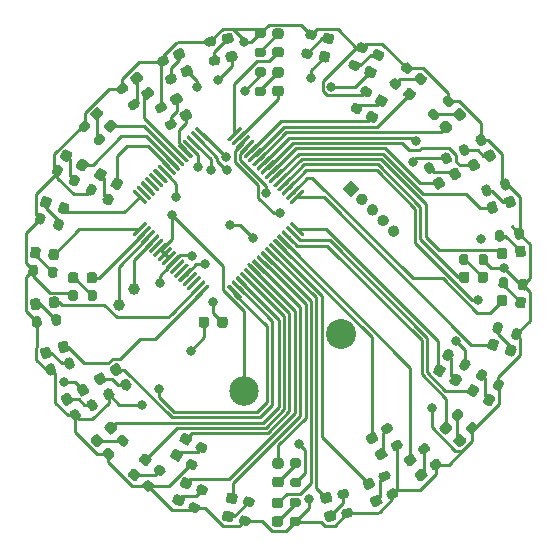
<source format=gbr>
%TF.GenerationSoftware,KiCad,Pcbnew,5.1.8-1.fc33*%
%TF.CreationDate,2020-12-06T10:48:01+01:00*%
%TF.ProjectId,lightring,6c696768-7472-4696-9e67-2e6b69636164,rev?*%
%TF.SameCoordinates,Original*%
%TF.FileFunction,Copper,L1,Top*%
%TF.FilePolarity,Positive*%
%FSLAX46Y46*%
G04 Gerber Fmt 4.6, Leading zero omitted, Abs format (unit mm)*
G04 Created by KiCad (PCBNEW 5.1.8-1.fc33) date 2020-12-06 10:48:01*
%MOMM*%
%LPD*%
G01*
G04 APERTURE LIST*
%TA.AperFunction,ComponentPad*%
%ADD10C,2.500000*%
%TD*%
%TA.AperFunction,ComponentPad*%
%ADD11C,2.540000*%
%TD*%
%TA.AperFunction,ComponentPad*%
%ADD12C,1.000000*%
%TD*%
%TA.AperFunction,ComponentPad*%
%ADD13C,0.100000*%
%TD*%
%TA.AperFunction,ViaPad*%
%ADD14C,0.800000*%
%TD*%
%TA.AperFunction,Conductor*%
%ADD15C,0.250000*%
%TD*%
G04 APERTURE END LIST*
D10*
%TO.P,BT1,1*%
%TO.N,VCC*%
X167100000Y-89600000D03*
D11*
%TO.P,BT1,2*%
%TO.N,GND*%
X175353222Y-84835000D03*
%TD*%
%TO.P,D1,2*%
%TO.N,M0*%
%TA.AperFunction,SMDPad,CuDef*%
G36*
G01*
X169743750Y-60500000D02*
X170256250Y-60500000D01*
G75*
G02*
X170475000Y-60718750I0J-218750D01*
G01*
X170475000Y-61156250D01*
G75*
G02*
X170256250Y-61375000I-218750J0D01*
G01*
X169743750Y-61375000D01*
G75*
G02*
X169525000Y-61156250I0J218750D01*
G01*
X169525000Y-60718750D01*
G75*
G02*
X169743750Y-60500000I218750J0D01*
G01*
G37*
%TD.AperFunction*%
%TO.P,D1,1*%
%TO.N,Net-(D1-Pad1)*%
%TA.AperFunction,SMDPad,CuDef*%
G36*
G01*
X169743750Y-58925000D02*
X170256250Y-58925000D01*
G75*
G02*
X170475000Y-59143750I0J-218750D01*
G01*
X170475000Y-59581250D01*
G75*
G02*
X170256250Y-59800000I-218750J0D01*
G01*
X169743750Y-59800000D01*
G75*
G02*
X169525000Y-59581250I0J218750D01*
G01*
X169525000Y-59143750D01*
G75*
G02*
X169743750Y-58925000I218750J0D01*
G01*
G37*
%TD.AperFunction*%
%TD*%
%TO.P,D2,1*%
%TO.N,Net-(D2-Pad1)*%
%TA.AperFunction,SMDPad,CuDef*%
G36*
G01*
X174104041Y-59298492D02*
X174605342Y-59405047D01*
G75*
G02*
X174773831Y-59664498I-45481J-213970D01*
G01*
X174682870Y-60092437D01*
G75*
G02*
X174423419Y-60260926I-213970J45481D01*
G01*
X173922118Y-60154371D01*
G75*
G02*
X173753629Y-59894920I45481J213970D01*
G01*
X173844590Y-59466981D01*
G75*
G02*
X174104041Y-59298492I213970J-45481D01*
G01*
G37*
%TD.AperFunction*%
%TO.P,D2,2*%
%TO.N,M1*%
%TA.AperFunction,SMDPad,CuDef*%
G36*
G01*
X173776581Y-60839074D02*
X174277882Y-60945629D01*
G75*
G02*
X174446371Y-61205080I-45481J-213970D01*
G01*
X174355410Y-61633019D01*
G75*
G02*
X174095959Y-61801508I-213970J45481D01*
G01*
X173594658Y-61694953D01*
G75*
G02*
X173426169Y-61435502I45481J213970D01*
G01*
X173517130Y-61007563D01*
G75*
G02*
X173776581Y-60839074I213970J-45481D01*
G01*
G37*
%TD.AperFunction*%
%TD*%
%TO.P,D3,2*%
%TO.N,M2*%
%TA.AperFunction,SMDPad,CuDef*%
G36*
G01*
X177773547Y-62115515D02*
X178241739Y-62323967D01*
G75*
G02*
X178352603Y-62612779I-88974J-199838D01*
G01*
X178174655Y-63012455D01*
G75*
G02*
X177885843Y-63123319I-199838J88974D01*
G01*
X177417651Y-62914867D01*
G75*
G02*
X177306787Y-62626055I88974J199838D01*
G01*
X177484735Y-62226379D01*
G75*
G02*
X177773547Y-62115515I199838J-88974D01*
G01*
G37*
%TD.AperFunction*%
%TO.P,D3,1*%
%TO.N,Net-(D3-Pad1)*%
%TA.AperFunction,SMDPad,CuDef*%
G36*
G01*
X178414157Y-60676681D02*
X178882349Y-60885133D01*
G75*
G02*
X178993213Y-61173945I-88974J-199838D01*
G01*
X178815265Y-61573621D01*
G75*
G02*
X178526453Y-61684485I-199838J88974D01*
G01*
X178058261Y-61476033D01*
G75*
G02*
X177947397Y-61187221I88974J199838D01*
G01*
X178125345Y-60787545D01*
G75*
G02*
X178414157Y-60676681I199838J-88974D01*
G01*
G37*
%TD.AperFunction*%
%TD*%
%TO.P,D4,1*%
%TO.N,Net-(D4-Pad1)*%
%TA.AperFunction,SMDPad,CuDef*%
G36*
G01*
X182112726Y-62708335D02*
X182527348Y-63009575D01*
G75*
G02*
X182575742Y-63315125I-128578J-176972D01*
G01*
X182318586Y-63669069D01*
G75*
G02*
X182013036Y-63717463I-176972J128578D01*
G01*
X181598414Y-63416223D01*
G75*
G02*
X181550020Y-63110673I128578J176972D01*
G01*
X181807176Y-62756729D01*
G75*
G02*
X182112726Y-62708335I176972J-128578D01*
G01*
G37*
%TD.AperFunction*%
%TO.P,D4,2*%
%TO.N,M3*%
%TA.AperFunction,SMDPad,CuDef*%
G36*
G01*
X181186964Y-63982537D02*
X181601586Y-64283777D01*
G75*
G02*
X181649980Y-64589327I-128578J-176972D01*
G01*
X181392824Y-64943271D01*
G75*
G02*
X181087274Y-64991665I-176972J128578D01*
G01*
X180672652Y-64690425D01*
G75*
G02*
X180624258Y-64384875I128578J176972D01*
G01*
X180881414Y-64030931D01*
G75*
G02*
X181186964Y-63982537I176972J-128578D01*
G01*
G37*
%TD.AperFunction*%
%TD*%
%TO.P,D5,2*%
%TO.N,M4*%
%TA.AperFunction,SMDPad,CuDef*%
G36*
G01*
X184368434Y-66793765D02*
X184711364Y-67174627D01*
G75*
G02*
X184695173Y-67483562I-162563J-146372D01*
G01*
X184370047Y-67776306D01*
G75*
G02*
X184061112Y-67760115I-146372J162563D01*
G01*
X183718182Y-67379253D01*
G75*
G02*
X183734373Y-67070318I162563J146372D01*
G01*
X184059499Y-66777574D01*
G75*
G02*
X184368434Y-66793765I146372J-162563D01*
G01*
G37*
%TD.AperFunction*%
%TO.P,D5,1*%
%TO.N,Net-(D5-Pad1)*%
%TA.AperFunction,SMDPad,CuDef*%
G36*
G01*
X185538888Y-65739885D02*
X185881818Y-66120747D01*
G75*
G02*
X185865627Y-66429682I-162563J-146372D01*
G01*
X185540501Y-66722426D01*
G75*
G02*
X185231566Y-66706235I-146372J162563D01*
G01*
X184888636Y-66325373D01*
G75*
G02*
X184904827Y-66016438I162563J146372D01*
G01*
X185229953Y-65723694D01*
G75*
G02*
X185538888Y-65739885I146372J-162563D01*
G01*
G37*
%TD.AperFunction*%
%TD*%
%TO.P,D6,1*%
%TO.N,Net-(D6-Pad1)*%
%TA.AperFunction,SMDPad,CuDef*%
G36*
G01*
X188182756Y-69265581D02*
X188439006Y-69709419D01*
G75*
G02*
X188358938Y-70008237I-189443J-109375D01*
G01*
X187980052Y-70226987D01*
G75*
G02*
X187681234Y-70146919I-109375J189443D01*
G01*
X187424984Y-69703081D01*
G75*
G02*
X187505052Y-69404263I189443J109375D01*
G01*
X187883938Y-69185513D01*
G75*
G02*
X188182756Y-69265581I109375J-189443D01*
G01*
G37*
%TD.AperFunction*%
%TO.P,D6,2*%
%TO.N,M5*%
%TA.AperFunction,SMDPad,CuDef*%
G36*
G01*
X186818766Y-70053081D02*
X187075016Y-70496919D01*
G75*
G02*
X186994948Y-70795737I-189443J-109375D01*
G01*
X186616062Y-71014487D01*
G75*
G02*
X186317244Y-70934419I-109375J189443D01*
G01*
X186060994Y-70490581D01*
G75*
G02*
X186141062Y-70191763I189443J109375D01*
G01*
X186519948Y-69973013D01*
G75*
G02*
X186818766Y-70053081I109375J-189443D01*
G01*
G37*
%TD.AperFunction*%
%TD*%
%TO.P,D7,2*%
%TO.N,M6*%
%TA.AperFunction,SMDPad,CuDef*%
G36*
G01*
X188487945Y-73714448D02*
X188646316Y-74201865D01*
G75*
G02*
X188505869Y-74477506I-208044J-67597D01*
G01*
X188089782Y-74612701D01*
G75*
G02*
X187814141Y-74472254I-67597J208044D01*
G01*
X187655770Y-73984837D01*
G75*
G02*
X187796217Y-73709196I208044J67597D01*
G01*
X188212304Y-73574001D01*
G75*
G02*
X188487945Y-73714448I67597J-208044D01*
G01*
G37*
%TD.AperFunction*%
%TO.P,D7,1*%
%TO.N,Net-(D7-Pad1)*%
%TA.AperFunction,SMDPad,CuDef*%
G36*
G01*
X189985859Y-73227746D02*
X190144230Y-73715163D01*
G75*
G02*
X190003783Y-73990804I-208044J-67597D01*
G01*
X189587696Y-74125999D01*
G75*
G02*
X189312055Y-73985552I-67597J208044D01*
G01*
X189153684Y-73498135D01*
G75*
G02*
X189294131Y-73222494I208044J67597D01*
G01*
X189710218Y-73087299D01*
G75*
G02*
X189985859Y-73227746I67597J-208044D01*
G01*
G37*
%TD.AperFunction*%
%TD*%
%TO.P,D8,2*%
%TO.N,M7*%
%TA.AperFunction,SMDPad,CuDef*%
G36*
G01*
X189375132Y-77681738D02*
X189428703Y-78191431D01*
G75*
G02*
X189234017Y-78431849I-217552J-22866D01*
G01*
X188798914Y-78477580D01*
G75*
G02*
X188558496Y-78282894I-22866J217552D01*
G01*
X188504925Y-77773201D01*
G75*
G02*
X188699611Y-77532783I217552J22866D01*
G01*
X189134714Y-77487052D01*
G75*
G02*
X189375132Y-77681738I22866J-217552D01*
G01*
G37*
%TD.AperFunction*%
%TO.P,D8,1*%
%TO.N,Net-(D8-Pad1)*%
%TA.AperFunction,SMDPad,CuDef*%
G36*
G01*
X190941504Y-77517106D02*
X190995075Y-78026799D01*
G75*
G02*
X190800389Y-78267217I-217552J-22866D01*
G01*
X190365286Y-78312948D01*
G75*
G02*
X190124868Y-78118262I-22866J217552D01*
G01*
X190071297Y-77608569D01*
G75*
G02*
X190265983Y-77368151I217552J22866D01*
G01*
X190701086Y-77322420D01*
G75*
G02*
X190941504Y-77517106I22866J-217552D01*
G01*
G37*
%TD.AperFunction*%
%TD*%
%TO.P,D9,1*%
%TO.N,Net-(D9-Pad1)*%
%TA.AperFunction,SMDPad,CuDef*%
G36*
G01*
X190995075Y-81923201D02*
X190941504Y-82432894D01*
G75*
G02*
X190701086Y-82627580I-217552J22866D01*
G01*
X190265983Y-82581849D01*
G75*
G02*
X190071297Y-82341431I22866J217552D01*
G01*
X190124868Y-81831738D01*
G75*
G02*
X190365286Y-81637052I217552J-22866D01*
G01*
X190800389Y-81682783D01*
G75*
G02*
X190995075Y-81923201I-22866J-217552D01*
G01*
G37*
%TD.AperFunction*%
%TO.P,D9,2*%
%TO.N,M8*%
%TA.AperFunction,SMDPad,CuDef*%
G36*
G01*
X189428703Y-81758569D02*
X189375132Y-82268262D01*
G75*
G02*
X189134714Y-82462948I-217552J22866D01*
G01*
X188699611Y-82417217D01*
G75*
G02*
X188504925Y-82176799I22866J217552D01*
G01*
X188558496Y-81667106D01*
G75*
G02*
X188798914Y-81472420I217552J-22866D01*
G01*
X189234017Y-81518151D01*
G75*
G02*
X189428703Y-81758569I-22866J-217552D01*
G01*
G37*
%TD.AperFunction*%
%TD*%
%TO.P,D10,1*%
%TO.N,Net-(D10-Pad1)*%
%TA.AperFunction,SMDPad,CuDef*%
G36*
G01*
X190194230Y-86084837D02*
X190035859Y-86572254D01*
G75*
G02*
X189760218Y-86712701I-208044J67597D01*
G01*
X189344131Y-86577506D01*
G75*
G02*
X189203684Y-86301865I67597J208044D01*
G01*
X189362055Y-85814448D01*
G75*
G02*
X189637696Y-85674001I208044J-67597D01*
G01*
X190053783Y-85809196D01*
G75*
G02*
X190194230Y-86084837I-67597J-208044D01*
G01*
G37*
%TD.AperFunction*%
%TO.P,D10,2*%
%TO.N,M9*%
%TA.AperFunction,SMDPad,CuDef*%
G36*
G01*
X188696316Y-85598135D02*
X188537945Y-86085552D01*
G75*
G02*
X188262304Y-86225999I-208044J67597D01*
G01*
X187846217Y-86090804D01*
G75*
G02*
X187705770Y-85815163I67597J208044D01*
G01*
X187864141Y-85327746D01*
G75*
G02*
X188139782Y-85187299I208044J-67597D01*
G01*
X188555869Y-85322494D01*
G75*
G02*
X188696316Y-85598135I-67597J-208044D01*
G01*
G37*
%TD.AperFunction*%
%TD*%
%TO.P,D11,1*%
%TO.N,Net-(D11-Pad1)*%
%TA.AperFunction,SMDPad,CuDef*%
G36*
G01*
X188389006Y-90390581D02*
X188132756Y-90834419D01*
G75*
G02*
X187833938Y-90914487I-189443J109375D01*
G01*
X187455052Y-90695737D01*
G75*
G02*
X187374984Y-90396919I109375J189443D01*
G01*
X187631234Y-89953081D01*
G75*
G02*
X187930052Y-89873013I189443J-109375D01*
G01*
X188308938Y-90091763D01*
G75*
G02*
X188389006Y-90390581I-109375J-189443D01*
G01*
G37*
%TD.AperFunction*%
%TO.P,D11,2*%
%TO.N,M10*%
%TA.AperFunction,SMDPad,CuDef*%
G36*
G01*
X187025016Y-89603081D02*
X186768766Y-90046919D01*
G75*
G02*
X186469948Y-90126987I-189443J109375D01*
G01*
X186091062Y-89908237D01*
G75*
G02*
X186010994Y-89609419I109375J189443D01*
G01*
X186267244Y-89165581D01*
G75*
G02*
X186566062Y-89085513I189443J-109375D01*
G01*
X186944948Y-89304263D01*
G75*
G02*
X187025016Y-89603081I-109375J-189443D01*
G01*
G37*
%TD.AperFunction*%
%TD*%
%TO.P,D12,2*%
%TO.N,M11*%
%TA.AperFunction,SMDPad,CuDef*%
G36*
G01*
X184711364Y-92875373D02*
X184368434Y-93256235D01*
G75*
G02*
X184059499Y-93272426I-162563J146372D01*
G01*
X183734373Y-92979682D01*
G75*
G02*
X183718182Y-92670747I146372J162563D01*
G01*
X184061112Y-92289885D01*
G75*
G02*
X184370047Y-92273694I162563J-146372D01*
G01*
X184695173Y-92566438D01*
G75*
G02*
X184711364Y-92875373I-146372J-162563D01*
G01*
G37*
%TD.AperFunction*%
%TO.P,D12,1*%
%TO.N,Net-(D12-Pad1)*%
%TA.AperFunction,SMDPad,CuDef*%
G36*
G01*
X185881818Y-93929253D02*
X185538888Y-94310115D01*
G75*
G02*
X185229953Y-94326306I-162563J146372D01*
G01*
X184904827Y-94033562D01*
G75*
G02*
X184888636Y-93724627I146372J162563D01*
G01*
X185231566Y-93343765D01*
G75*
G02*
X185540501Y-93327574I162563J-146372D01*
G01*
X185865627Y-93620318D01*
G75*
G02*
X185881818Y-93929253I-146372J-162563D01*
G01*
G37*
%TD.AperFunction*%
%TD*%
%TO.P,D13,2*%
%TO.N,M12*%
%TA.AperFunction,SMDPad,CuDef*%
G36*
G01*
X181651586Y-95666223D02*
X181236964Y-95967463D01*
G75*
G02*
X180931414Y-95919069I-128578J176972D01*
G01*
X180674258Y-95565125D01*
G75*
G02*
X180722652Y-95259575I176972J128578D01*
G01*
X181137274Y-94958335D01*
G75*
G02*
X181442824Y-95006729I128578J-176972D01*
G01*
X181699980Y-95360673D01*
G75*
G02*
X181651586Y-95666223I-176972J-128578D01*
G01*
G37*
%TD.AperFunction*%
%TO.P,D13,1*%
%TO.N,Net-(D13-Pad1)*%
%TA.AperFunction,SMDPad,CuDef*%
G36*
G01*
X182577348Y-96940425D02*
X182162726Y-97241665D01*
G75*
G02*
X181857176Y-97193271I-128578J176972D01*
G01*
X181600020Y-96839327D01*
G75*
G02*
X181648414Y-96533777I176972J128578D01*
G01*
X182063036Y-96232537D01*
G75*
G02*
X182368586Y-96280931I128578J-176972D01*
G01*
X182625742Y-96634875D01*
G75*
G02*
X182577348Y-96940425I-176972J-128578D01*
G01*
G37*
%TD.AperFunction*%
%TD*%
%TO.P,D14,1*%
%TO.N,Net-(D14-Pad1)*%
%TA.AperFunction,SMDPad,CuDef*%
G36*
G01*
X178732349Y-99214867D02*
X178264157Y-99423319D01*
G75*
G02*
X177975345Y-99312455I-88974J199838D01*
G01*
X177797397Y-98912779D01*
G75*
G02*
X177908261Y-98623967I199838J88974D01*
G01*
X178376453Y-98415515D01*
G75*
G02*
X178665265Y-98526379I88974J-199838D01*
G01*
X178843213Y-98926055D01*
G75*
G02*
X178732349Y-99214867I-199838J-88974D01*
G01*
G37*
%TD.AperFunction*%
%TO.P,D14,2*%
%TO.N,M13*%
%TA.AperFunction,SMDPad,CuDef*%
G36*
G01*
X178091739Y-97776033D02*
X177623547Y-97984485D01*
G75*
G02*
X177334735Y-97873621I-88974J199838D01*
G01*
X177156787Y-97473945D01*
G75*
G02*
X177267651Y-97185133I199838J88974D01*
G01*
X177735843Y-96976681D01*
G75*
G02*
X178024655Y-97087545I88974J-199838D01*
G01*
X178202603Y-97487221D01*
G75*
G02*
X178091739Y-97776033I-199838J-88974D01*
G01*
G37*
%TD.AperFunction*%
%TD*%
%TO.P,D15,1*%
%TO.N,Net-(D15-Pad1)*%
%TA.AperFunction,SMDPad,CuDef*%
G36*
G01*
X174755342Y-100594953D02*
X174254041Y-100701508D01*
G75*
G02*
X173994590Y-100533019I-45481J213970D01*
G01*
X173903629Y-100105080D01*
G75*
G02*
X174072118Y-99845629I213970J45481D01*
G01*
X174573419Y-99739074D01*
G75*
G02*
X174832870Y-99907563I45481J-213970D01*
G01*
X174923831Y-100335502D01*
G75*
G02*
X174755342Y-100594953I-213970J-45481D01*
G01*
G37*
%TD.AperFunction*%
%TO.P,D15,2*%
%TO.N,M14*%
%TA.AperFunction,SMDPad,CuDef*%
G36*
G01*
X174427882Y-99054371D02*
X173926581Y-99160926D01*
G75*
G02*
X173667130Y-98992437I-45481J213970D01*
G01*
X173576169Y-98564498D01*
G75*
G02*
X173744658Y-98305047I213970J45481D01*
G01*
X174245959Y-98198492D01*
G75*
G02*
X174505410Y-98366981I45481J-213970D01*
G01*
X174596371Y-98794920D01*
G75*
G02*
X174427882Y-99054371I-213970J-45481D01*
G01*
G37*
%TD.AperFunction*%
%TD*%
%TO.P,D16,2*%
%TO.N,M15*%
%TA.AperFunction,SMDPad,CuDef*%
G36*
G01*
X170206250Y-99550000D02*
X169693750Y-99550000D01*
G75*
G02*
X169475000Y-99331250I0J218750D01*
G01*
X169475000Y-98893750D01*
G75*
G02*
X169693750Y-98675000I218750J0D01*
G01*
X170206250Y-98675000D01*
G75*
G02*
X170425000Y-98893750I0J-218750D01*
G01*
X170425000Y-99331250D01*
G75*
G02*
X170206250Y-99550000I-218750J0D01*
G01*
G37*
%TD.AperFunction*%
%TO.P,D16,1*%
%TO.N,Net-(D16-Pad1)*%
%TA.AperFunction,SMDPad,CuDef*%
G36*
G01*
X170206250Y-101125000D02*
X169693750Y-101125000D01*
G75*
G02*
X169475000Y-100906250I0J218750D01*
G01*
X169475000Y-100468750D01*
G75*
G02*
X169693750Y-100250000I218750J0D01*
G01*
X170206250Y-100250000D01*
G75*
G02*
X170425000Y-100468750I0J-218750D01*
G01*
X170425000Y-100906250D01*
G75*
G02*
X170206250Y-101125000I-218750J0D01*
G01*
G37*
%TD.AperFunction*%
%TD*%
%TO.P,D17,2*%
%TO.N,M16*%
%TA.AperFunction,SMDPad,CuDef*%
G36*
G01*
X166237149Y-99190635D02*
X165735848Y-99084080D01*
G75*
G02*
X165567359Y-98824629I45481J213970D01*
G01*
X165658320Y-98396690D01*
G75*
G02*
X165917771Y-98228201I213970J-45481D01*
G01*
X166419072Y-98334756D01*
G75*
G02*
X166587561Y-98594207I-45481J-213970D01*
G01*
X166496600Y-99022146D01*
G75*
G02*
X166237149Y-99190635I-213970J45481D01*
G01*
G37*
%TD.AperFunction*%
%TO.P,D17,1*%
%TO.N,Net-(D17-Pad1)*%
%TA.AperFunction,SMDPad,CuDef*%
G36*
G01*
X165909689Y-100731217D02*
X165408388Y-100624662D01*
G75*
G02*
X165239899Y-100365211I45481J213970D01*
G01*
X165330860Y-99937272D01*
G75*
G02*
X165590311Y-99768783I213970J-45481D01*
G01*
X166091612Y-99875338D01*
G75*
G02*
X166260101Y-100134789I-45481J-213970D01*
G01*
X166169140Y-100562728D01*
G75*
G02*
X165909689Y-100731217I-213970J45481D01*
G01*
G37*
%TD.AperFunction*%
%TD*%
%TO.P,D18,1*%
%TO.N,Net-(D18-Pad1)*%
%TA.AperFunction,SMDPad,CuDef*%
G36*
G01*
X161635843Y-99373319D02*
X161167651Y-99164867D01*
G75*
G02*
X161056787Y-98876055I88974J199838D01*
G01*
X161234735Y-98476379D01*
G75*
G02*
X161523547Y-98365515I199838J-88974D01*
G01*
X161991739Y-98573967D01*
G75*
G02*
X162102603Y-98862779I-88974J-199838D01*
G01*
X161924655Y-99262455D01*
G75*
G02*
X161635843Y-99373319I-199838J88974D01*
G01*
G37*
%TD.AperFunction*%
%TO.P,D18,2*%
%TO.N,M17*%
%TA.AperFunction,SMDPad,CuDef*%
G36*
G01*
X162276453Y-97934485D02*
X161808261Y-97726033D01*
G75*
G02*
X161697397Y-97437221I88974J199838D01*
G01*
X161875345Y-97037545D01*
G75*
G02*
X162164157Y-96926681I199838J-88974D01*
G01*
X162632349Y-97135133D01*
G75*
G02*
X162743213Y-97423945I-88974J-199838D01*
G01*
X162565265Y-97823621D01*
G75*
G02*
X162276453Y-97934485I-199838J88974D01*
G01*
G37*
%TD.AperFunction*%
%TD*%
%TO.P,D19,2*%
%TO.N,M18*%
%TA.AperFunction,SMDPad,CuDef*%
G36*
G01*
X158713036Y-95967463D02*
X158298414Y-95666223D01*
G75*
G02*
X158250020Y-95360673I128578J176972D01*
G01*
X158507176Y-95006729D01*
G75*
G02*
X158812726Y-94958335I176972J-128578D01*
G01*
X159227348Y-95259575D01*
G75*
G02*
X159275742Y-95565125I-128578J-176972D01*
G01*
X159018586Y-95919069D01*
G75*
G02*
X158713036Y-95967463I-176972J128578D01*
G01*
G37*
%TD.AperFunction*%
%TO.P,D19,1*%
%TO.N,Net-(D19-Pad1)*%
%TA.AperFunction,SMDPad,CuDef*%
G36*
G01*
X157787274Y-97241665D02*
X157372652Y-96940425D01*
G75*
G02*
X157324258Y-96634875I128578J176972D01*
G01*
X157581414Y-96280931D01*
G75*
G02*
X157886964Y-96232537I176972J-128578D01*
G01*
X158301586Y-96533777D01*
G75*
G02*
X158349980Y-96839327I-128578J-176972D01*
G01*
X158092824Y-97193271D01*
G75*
G02*
X157787274Y-97241665I-176972J128578D01*
G01*
G37*
%TD.AperFunction*%
%TD*%
%TO.P,D20,1*%
%TO.N,Net-(D20-Pad1)*%
%TA.AperFunction,SMDPad,CuDef*%
G36*
G01*
X154511112Y-94310115D02*
X154168182Y-93929253D01*
G75*
G02*
X154184373Y-93620318I162563J146372D01*
G01*
X154509499Y-93327574D01*
G75*
G02*
X154818434Y-93343765I146372J-162563D01*
G01*
X155161364Y-93724627D01*
G75*
G02*
X155145173Y-94033562I-162563J-146372D01*
G01*
X154820047Y-94326306D01*
G75*
G02*
X154511112Y-94310115I-146372J162563D01*
G01*
G37*
%TD.AperFunction*%
%TO.P,D20,2*%
%TO.N,M19*%
%TA.AperFunction,SMDPad,CuDef*%
G36*
G01*
X155681566Y-93256235D02*
X155338636Y-92875373D01*
G75*
G02*
X155354827Y-92566438I162563J146372D01*
G01*
X155679953Y-92273694D01*
G75*
G02*
X155988888Y-92289885I146372J-162563D01*
G01*
X156331818Y-92670747D01*
G75*
G02*
X156315627Y-92979682I-162563J-146372D01*
G01*
X155990501Y-93272426D01*
G75*
G02*
X155681566Y-93256235I-146372J162563D01*
G01*
G37*
%TD.AperFunction*%
%TD*%
%TO.P,D21,2*%
%TO.N,M20*%
%TA.AperFunction,SMDPad,CuDef*%
G36*
G01*
X153231234Y-89996919D02*
X152974984Y-89553081D01*
G75*
G02*
X153055052Y-89254263I189443J109375D01*
G01*
X153433938Y-89035513D01*
G75*
G02*
X153732756Y-89115581I109375J-189443D01*
G01*
X153989006Y-89559419D01*
G75*
G02*
X153908938Y-89858237I-189443J-109375D01*
G01*
X153530052Y-90076987D01*
G75*
G02*
X153231234Y-89996919I-109375J189443D01*
G01*
G37*
%TD.AperFunction*%
%TO.P,D21,1*%
%TO.N,Net-(D21-Pad1)*%
%TA.AperFunction,SMDPad,CuDef*%
G36*
G01*
X151867244Y-90784419D02*
X151610994Y-90340581D01*
G75*
G02*
X151691062Y-90041763I189443J109375D01*
G01*
X152069948Y-89823013D01*
G75*
G02*
X152368766Y-89903081I109375J-189443D01*
G01*
X152625016Y-90346919D01*
G75*
G02*
X152544948Y-90645737I-189443J-109375D01*
G01*
X152166062Y-90864487D01*
G75*
G02*
X151867244Y-90784419I-109375J189443D01*
G01*
G37*
%TD.AperFunction*%
%TD*%
%TO.P,D22,2*%
%TO.N,M21*%
%TA.AperFunction,SMDPad,CuDef*%
G36*
G01*
X151512055Y-86285552D02*
X151353684Y-85798135D01*
G75*
G02*
X151494131Y-85522494I208044J67597D01*
G01*
X151910218Y-85387299D01*
G75*
G02*
X152185859Y-85527746I67597J-208044D01*
G01*
X152344230Y-86015163D01*
G75*
G02*
X152203783Y-86290804I-208044J-67597D01*
G01*
X151787696Y-86425999D01*
G75*
G02*
X151512055Y-86285552I-67597J208044D01*
G01*
G37*
%TD.AperFunction*%
%TO.P,D22,1*%
%TO.N,Net-(D22-Pad1)*%
%TA.AperFunction,SMDPad,CuDef*%
G36*
G01*
X150014141Y-86772254D02*
X149855770Y-86284837D01*
G75*
G02*
X149996217Y-86009196I208044J67597D01*
G01*
X150412304Y-85874001D01*
G75*
G02*
X150687945Y-86014448I67597J-208044D01*
G01*
X150846316Y-86501865D01*
G75*
G02*
X150705869Y-86777506I-208044J-67597D01*
G01*
X150289782Y-86912701D01*
G75*
G02*
X150014141Y-86772254I-67597J208044D01*
G01*
G37*
%TD.AperFunction*%
%TD*%
%TO.P,D23,1*%
%TO.N,Net-(D23-Pad1)*%
%TA.AperFunction,SMDPad,CuDef*%
G36*
G01*
X149058496Y-82582894D02*
X149004925Y-82073201D01*
G75*
G02*
X149199611Y-81832783I217552J22866D01*
G01*
X149634714Y-81787052D01*
G75*
G02*
X149875132Y-81981738I22866J-217552D01*
G01*
X149928703Y-82491431D01*
G75*
G02*
X149734017Y-82731849I-217552J-22866D01*
G01*
X149298914Y-82777580D01*
G75*
G02*
X149058496Y-82582894I-22866J217552D01*
G01*
G37*
%TD.AperFunction*%
%TO.P,D23,2*%
%TO.N,M22*%
%TA.AperFunction,SMDPad,CuDef*%
G36*
G01*
X150624868Y-82418262D02*
X150571297Y-81908569D01*
G75*
G02*
X150765983Y-81668151I217552J22866D01*
G01*
X151201086Y-81622420D01*
G75*
G02*
X151441504Y-81817106I22866J-217552D01*
G01*
X151495075Y-82326799D01*
G75*
G02*
X151300389Y-82567217I-217552J-22866D01*
G01*
X150865286Y-82612948D01*
G75*
G02*
X150624868Y-82418262I-22866J217552D01*
G01*
G37*
%TD.AperFunction*%
%TD*%
%TO.P,D24,2*%
%TO.N,M23*%
%TA.AperFunction,SMDPad,CuDef*%
G36*
G01*
X150558797Y-78291431D02*
X150612368Y-77781738D01*
G75*
G02*
X150852786Y-77587052I217552J-22866D01*
G01*
X151287889Y-77632783D01*
G75*
G02*
X151482575Y-77873201I-22866J-217552D01*
G01*
X151429004Y-78382894D01*
G75*
G02*
X151188586Y-78577580I-217552J22866D01*
G01*
X150753483Y-78531849D01*
G75*
G02*
X150558797Y-78291431I22866J217552D01*
G01*
G37*
%TD.AperFunction*%
%TO.P,D24,1*%
%TO.N,Net-(D24-Pad1)*%
%TA.AperFunction,SMDPad,CuDef*%
G36*
G01*
X148992425Y-78126799D02*
X149045996Y-77617106D01*
G75*
G02*
X149286414Y-77422420I217552J-22866D01*
G01*
X149721517Y-77468151D01*
G75*
G02*
X149916203Y-77708569I-22866J-217552D01*
G01*
X149862632Y-78218262D01*
G75*
G02*
X149622214Y-78412948I-217552J22866D01*
G01*
X149187111Y-78367217D01*
G75*
G02*
X148992425Y-78126799I22866J217552D01*
G01*
G37*
%TD.AperFunction*%
%TD*%
%TO.P,D25,1*%
%TO.N,Net-(D25-Pad1)*%
%TA.AperFunction,SMDPad,CuDef*%
G36*
G01*
X149855770Y-73765163D02*
X150014141Y-73277746D01*
G75*
G02*
X150289782Y-73137299I208044J-67597D01*
G01*
X150705869Y-73272494D01*
G75*
G02*
X150846316Y-73548135I-67597J-208044D01*
G01*
X150687945Y-74035552D01*
G75*
G02*
X150412304Y-74175999I-208044J67597D01*
G01*
X149996217Y-74040804D01*
G75*
G02*
X149855770Y-73765163I67597J208044D01*
G01*
G37*
%TD.AperFunction*%
%TO.P,D25,2*%
%TO.N,M24*%
%TA.AperFunction,SMDPad,CuDef*%
G36*
G01*
X151353684Y-74251865D02*
X151512055Y-73764448D01*
G75*
G02*
X151787696Y-73624001I208044J-67597D01*
G01*
X152203783Y-73759196D01*
G75*
G02*
X152344230Y-74034837I-67597J-208044D01*
G01*
X152185859Y-74522254D01*
G75*
G02*
X151910218Y-74662701I-208044J67597D01*
G01*
X151494131Y-74527506D01*
G75*
G02*
X151353684Y-74251865I67597J208044D01*
G01*
G37*
%TD.AperFunction*%
%TD*%
%TO.P,D26,2*%
%TO.N,M25*%
%TA.AperFunction,SMDPad,CuDef*%
G36*
G01*
X152924984Y-70496919D02*
X153181234Y-70053081D01*
G75*
G02*
X153480052Y-69973013I189443J-109375D01*
G01*
X153858938Y-70191763D01*
G75*
G02*
X153939006Y-70490581I-109375J-189443D01*
G01*
X153682756Y-70934419D01*
G75*
G02*
X153383938Y-71014487I-189443J109375D01*
G01*
X153005052Y-70795737D01*
G75*
G02*
X152924984Y-70496919I109375J189443D01*
G01*
G37*
%TD.AperFunction*%
%TO.P,D26,1*%
%TO.N,Net-(D26-Pad1)*%
%TA.AperFunction,SMDPad,CuDef*%
G36*
G01*
X151560994Y-69709419D02*
X151817244Y-69265581D01*
G75*
G02*
X152116062Y-69185513I189443J-109375D01*
G01*
X152494948Y-69404263D01*
G75*
G02*
X152575016Y-69703081I-109375J-189443D01*
G01*
X152318766Y-70146919D01*
G75*
G02*
X152019948Y-70226987I-189443J109375D01*
G01*
X151641062Y-70008237D01*
G75*
G02*
X151560994Y-69709419I109375J189443D01*
G01*
G37*
%TD.AperFunction*%
%TD*%
%TO.P,D27,1*%
%TO.N,Net-(D27-Pad1)*%
%TA.AperFunction,SMDPad,CuDef*%
G36*
G01*
X154153409Y-66047687D02*
X154496339Y-65666825D01*
G75*
G02*
X154805274Y-65650634I162563J-146372D01*
G01*
X155130400Y-65943378D01*
G75*
G02*
X155146591Y-66252313I-146372J-162563D01*
G01*
X154803661Y-66633175D01*
G75*
G02*
X154494726Y-66649366I-162563J146372D01*
G01*
X154169600Y-66356622D01*
G75*
G02*
X154153409Y-66047687I146372J162563D01*
G01*
G37*
%TD.AperFunction*%
%TO.P,D27,2*%
%TO.N,M26*%
%TA.AperFunction,SMDPad,CuDef*%
G36*
G01*
X155323863Y-67101567D02*
X155666793Y-66720705D01*
G75*
G02*
X155975728Y-66704514I162563J-146372D01*
G01*
X156300854Y-66997258D01*
G75*
G02*
X156317045Y-67306193I-146372J-162563D01*
G01*
X155974115Y-67687055D01*
G75*
G02*
X155665180Y-67703246I-162563J146372D01*
G01*
X155340054Y-67410502D01*
G75*
G02*
X155323863Y-67101567I146372J162563D01*
G01*
G37*
%TD.AperFunction*%
%TD*%
%TO.P,D28,2*%
%TO.N,M27*%
%TA.AperFunction,SMDPad,CuDef*%
G36*
G01*
X158498414Y-64233777D02*
X158913036Y-63932537D01*
G75*
G02*
X159218586Y-63980931I128578J-176972D01*
G01*
X159475742Y-64334875D01*
G75*
G02*
X159427348Y-64640425I-176972J-128578D01*
G01*
X159012726Y-64941665D01*
G75*
G02*
X158707176Y-64893271I-128578J176972D01*
G01*
X158450020Y-64539327D01*
G75*
G02*
X158498414Y-64233777I176972J128578D01*
G01*
G37*
%TD.AperFunction*%
%TO.P,D28,1*%
%TO.N,Net-(D28-Pad1)*%
%TA.AperFunction,SMDPad,CuDef*%
G36*
G01*
X157572652Y-62959575D02*
X157987274Y-62658335D01*
G75*
G02*
X158292824Y-62706729I128578J-176972D01*
G01*
X158549980Y-63060673D01*
G75*
G02*
X158501586Y-63366223I-176972J-128578D01*
G01*
X158086964Y-63667463D01*
G75*
G02*
X157781414Y-63619069I-128578J176972D01*
G01*
X157524258Y-63265125D01*
G75*
G02*
X157572652Y-62959575I176972J128578D01*
G01*
G37*
%TD.AperFunction*%
%TD*%
%TO.P,D29,1*%
%TO.N,Net-(D29-Pad1)*%
%TA.AperFunction,SMDPad,CuDef*%
G36*
G01*
X161217651Y-60835133D02*
X161685843Y-60626681D01*
G75*
G02*
X161974655Y-60737545I88974J-199838D01*
G01*
X162152603Y-61137221D01*
G75*
G02*
X162041739Y-61426033I-199838J-88974D01*
G01*
X161573547Y-61634485D01*
G75*
G02*
X161284735Y-61523621I-88974J199838D01*
G01*
X161106787Y-61123945D01*
G75*
G02*
X161217651Y-60835133I199838J88974D01*
G01*
G37*
%TD.AperFunction*%
%TO.P,D29,2*%
%TO.N,M28*%
%TA.AperFunction,SMDPad,CuDef*%
G36*
G01*
X161858261Y-62273967D02*
X162326453Y-62065515D01*
G75*
G02*
X162615265Y-62176379I88974J-199838D01*
G01*
X162793213Y-62576055D01*
G75*
G02*
X162682349Y-62864867I-199838J-88974D01*
G01*
X162214157Y-63073319D01*
G75*
G02*
X161925345Y-62962455I-88974J199838D01*
G01*
X161747397Y-62562779D01*
G75*
G02*
X161858261Y-62273967I199838J88974D01*
G01*
G37*
%TD.AperFunction*%
%TD*%
%TO.P,D30,1*%
%TO.N,Net-(D30-Pad1)*%
%TA.AperFunction,SMDPad,CuDef*%
G36*
G01*
X165394658Y-59405047D02*
X165895959Y-59298492D01*
G75*
G02*
X166155410Y-59466981I45481J-213970D01*
G01*
X166246371Y-59894920D01*
G75*
G02*
X166077882Y-60154371I-213970J-45481D01*
G01*
X165576581Y-60260926D01*
G75*
G02*
X165317130Y-60092437I-45481J213970D01*
G01*
X165226169Y-59664498D01*
G75*
G02*
X165394658Y-59405047I213970J45481D01*
G01*
G37*
%TD.AperFunction*%
%TO.P,D30,2*%
%TO.N,M29*%
%TA.AperFunction,SMDPad,CuDef*%
G36*
G01*
X165722118Y-60945629D02*
X166223419Y-60839074D01*
G75*
G02*
X166482870Y-61007563I45481J-213970D01*
G01*
X166573831Y-61435502D01*
G75*
G02*
X166405342Y-61694953I-213970J-45481D01*
G01*
X165904041Y-61801508D01*
G75*
G02*
X165644590Y-61633019I-45481J213970D01*
G01*
X165553629Y-61205080D01*
G75*
G02*
X165722118Y-60945629I213970J45481D01*
G01*
G37*
%TD.AperFunction*%
%TD*%
%TO.P,D31,1*%
%TO.N,Net-(D31-Pad1)*%
%TA.AperFunction,SMDPad,CuDef*%
G36*
G01*
X169743750Y-62212500D02*
X170256250Y-62212500D01*
G75*
G02*
X170475000Y-62431250I0J-218750D01*
G01*
X170475000Y-62868750D01*
G75*
G02*
X170256250Y-63087500I-218750J0D01*
G01*
X169743750Y-63087500D01*
G75*
G02*
X169525000Y-62868750I0J218750D01*
G01*
X169525000Y-62431250D01*
G75*
G02*
X169743750Y-62212500I218750J0D01*
G01*
G37*
%TD.AperFunction*%
%TO.P,D31,2*%
%TO.N,H0*%
%TA.AperFunction,SMDPad,CuDef*%
G36*
G01*
X169743750Y-63787500D02*
X170256250Y-63787500D01*
G75*
G02*
X170475000Y-64006250I0J-218750D01*
G01*
X170475000Y-64443750D01*
G75*
G02*
X170256250Y-64662500I-218750J0D01*
G01*
X169743750Y-64662500D01*
G75*
G02*
X169525000Y-64443750I0J218750D01*
G01*
X169525000Y-64006250D01*
G75*
G02*
X169743750Y-63787500I218750J0D01*
G01*
G37*
%TD.AperFunction*%
%TD*%
%TO.P,D32,1*%
%TO.N,Net-(D32-Pad1)*%
%TA.AperFunction,SMDPad,CuDef*%
G36*
G01*
X178746831Y-64542989D02*
X179190669Y-64799239D01*
G75*
G02*
X179270737Y-65098057I-109375J-189443D01*
G01*
X179051987Y-65476943D01*
G75*
G02*
X178753169Y-65557011I-189443J109375D01*
G01*
X178309331Y-65300761D01*
G75*
G02*
X178229263Y-65001943I109375J189443D01*
G01*
X178448013Y-64623057D01*
G75*
G02*
X178746831Y-64542989I189443J-109375D01*
G01*
G37*
%TD.AperFunction*%
%TO.P,D32,2*%
%TO.N,H1*%
%TA.AperFunction,SMDPad,CuDef*%
G36*
G01*
X177959331Y-65906979D02*
X178403169Y-66163229D01*
G75*
G02*
X178483237Y-66462047I-109375J-189443D01*
G01*
X178264487Y-66840933D01*
G75*
G02*
X177965669Y-66921001I-189443J109375D01*
G01*
X177521831Y-66664751D01*
G75*
G02*
X177441763Y-66365933I109375J189443D01*
G01*
X177660513Y-65987047D01*
G75*
G02*
X177959331Y-65906979I189443J-109375D01*
G01*
G37*
%TD.AperFunction*%
%TD*%
%TO.P,D33,2*%
%TO.N,H2*%
%TA.AperFunction,SMDPad,CuDef*%
G36*
G01*
X183868766Y-71603081D02*
X184125016Y-72046919D01*
G75*
G02*
X184044948Y-72345737I-189443J-109375D01*
G01*
X183666062Y-72564487D01*
G75*
G02*
X183367244Y-72484419I-109375J189443D01*
G01*
X183110994Y-72040581D01*
G75*
G02*
X183191062Y-71741763I189443J109375D01*
G01*
X183569948Y-71523013D01*
G75*
G02*
X183868766Y-71603081I109375J-189443D01*
G01*
G37*
%TD.AperFunction*%
%TO.P,D33,1*%
%TO.N,Net-(D33-Pad1)*%
%TA.AperFunction,SMDPad,CuDef*%
G36*
G01*
X185232756Y-70815581D02*
X185489006Y-71259419D01*
G75*
G02*
X185408938Y-71558237I-189443J-109375D01*
G01*
X185030052Y-71776987D01*
G75*
G02*
X184731234Y-71696919I-109375J189443D01*
G01*
X184474984Y-71253081D01*
G75*
G02*
X184555052Y-70954263I189443J109375D01*
G01*
X184933938Y-70735513D01*
G75*
G02*
X185232756Y-70815581I109375J-189443D01*
G01*
G37*
%TD.AperFunction*%
%TD*%
%TO.P,D34,2*%
%TO.N,H3*%
%TA.AperFunction,SMDPad,CuDef*%
G36*
G01*
X186200000Y-79743750D02*
X186200000Y-80256250D01*
G75*
G02*
X185981250Y-80475000I-218750J0D01*
G01*
X185543750Y-80475000D01*
G75*
G02*
X185325000Y-80256250I0J218750D01*
G01*
X185325000Y-79743750D01*
G75*
G02*
X185543750Y-79525000I218750J0D01*
G01*
X185981250Y-79525000D01*
G75*
G02*
X186200000Y-79743750I0J-218750D01*
G01*
G37*
%TD.AperFunction*%
%TO.P,D34,1*%
%TO.N,Net-(D34-Pad1)*%
%TA.AperFunction,SMDPad,CuDef*%
G36*
G01*
X187775000Y-79743750D02*
X187775000Y-80256250D01*
G75*
G02*
X187556250Y-80475000I-218750J0D01*
G01*
X187118750Y-80475000D01*
G75*
G02*
X186900000Y-80256250I0J218750D01*
G01*
X186900000Y-79743750D01*
G75*
G02*
X187118750Y-79525000I218750J0D01*
G01*
X187556250Y-79525000D01*
G75*
G02*
X187775000Y-79743750I0J-218750D01*
G01*
G37*
%TD.AperFunction*%
%TD*%
%TO.P,D35,1*%
%TO.N,Net-(D35-Pad1)*%
%TA.AperFunction,SMDPad,CuDef*%
G36*
G01*
X185539006Y-88690581D02*
X185282756Y-89134419D01*
G75*
G02*
X184983938Y-89214487I-189443J109375D01*
G01*
X184605052Y-88995737D01*
G75*
G02*
X184524984Y-88696919I109375J189443D01*
G01*
X184781234Y-88253081D01*
G75*
G02*
X185080052Y-88173013I189443J-109375D01*
G01*
X185458938Y-88391763D01*
G75*
G02*
X185539006Y-88690581I-109375J-189443D01*
G01*
G37*
%TD.AperFunction*%
%TO.P,D35,2*%
%TO.N,H4*%
%TA.AperFunction,SMDPad,CuDef*%
G36*
G01*
X184175016Y-87903081D02*
X183918766Y-88346919D01*
G75*
G02*
X183619948Y-88426987I-189443J109375D01*
G01*
X183241062Y-88208237D01*
G75*
G02*
X183160994Y-87909419I109375J189443D01*
G01*
X183417244Y-87465581D01*
G75*
G02*
X183716062Y-87385513I189443J-109375D01*
G01*
X184094948Y-87604263D01*
G75*
G02*
X184175016Y-87903081I-109375J-189443D01*
G01*
G37*
%TD.AperFunction*%
%TD*%
%TO.P,D36,2*%
%TO.N,H5*%
%TA.AperFunction,SMDPad,CuDef*%
G36*
G01*
X178396919Y-93868766D02*
X177953081Y-94125016D01*
G75*
G02*
X177654263Y-94044948I-109375J189443D01*
G01*
X177435513Y-93666062D01*
G75*
G02*
X177515581Y-93367244I189443J109375D01*
G01*
X177959419Y-93110994D01*
G75*
G02*
X178258237Y-93191062I109375J-189443D01*
G01*
X178476987Y-93569948D01*
G75*
G02*
X178396919Y-93868766I-189443J-109375D01*
G01*
G37*
%TD.AperFunction*%
%TO.P,D36,1*%
%TO.N,Net-(D36-Pad1)*%
%TA.AperFunction,SMDPad,CuDef*%
G36*
G01*
X179184419Y-95232756D02*
X178740581Y-95489006D01*
G75*
G02*
X178441763Y-95408938I-109375J189443D01*
G01*
X178223013Y-95030052D01*
G75*
G02*
X178303081Y-94731234I189443J109375D01*
G01*
X178746919Y-94474984D01*
G75*
G02*
X179045737Y-94555052I109375J-189443D01*
G01*
X179264487Y-94933938D01*
G75*
G02*
X179184419Y-95232756I-189443J-109375D01*
G01*
G37*
%TD.AperFunction*%
%TD*%
%TO.P,D37,1*%
%TO.N,Net-(D37-Pad1)*%
%TA.AperFunction,SMDPad,CuDef*%
G36*
G01*
X170256250Y-97775000D02*
X169743750Y-97775000D01*
G75*
G02*
X169525000Y-97556250I0J218750D01*
G01*
X169525000Y-97118750D01*
G75*
G02*
X169743750Y-96900000I218750J0D01*
G01*
X170256250Y-96900000D01*
G75*
G02*
X170475000Y-97118750I0J-218750D01*
G01*
X170475000Y-97556250D01*
G75*
G02*
X170256250Y-97775000I-218750J0D01*
G01*
G37*
%TD.AperFunction*%
%TO.P,D37,2*%
%TO.N,H6*%
%TA.AperFunction,SMDPad,CuDef*%
G36*
G01*
X170256250Y-96200000D02*
X169743750Y-96200000D01*
G75*
G02*
X169525000Y-95981250I0J218750D01*
G01*
X169525000Y-95543750D01*
G75*
G02*
X169743750Y-95325000I218750J0D01*
G01*
X170256250Y-95325000D01*
G75*
G02*
X170475000Y-95543750I0J-218750D01*
G01*
X170475000Y-95981250D01*
G75*
G02*
X170256250Y-96200000I-218750J0D01*
G01*
G37*
%TD.AperFunction*%
%TD*%
%TO.P,D38,2*%
%TO.N,H7*%
%TA.AperFunction,SMDPad,CuDef*%
G36*
G01*
X162196919Y-94225016D02*
X161753081Y-93968766D01*
G75*
G02*
X161673013Y-93669948I109375J189443D01*
G01*
X161891763Y-93291062D01*
G75*
G02*
X162190581Y-93210994I189443J-109375D01*
G01*
X162634419Y-93467244D01*
G75*
G02*
X162714487Y-93766062I-109375J-189443D01*
G01*
X162495737Y-94144948D01*
G75*
G02*
X162196919Y-94225016I-189443J109375D01*
G01*
G37*
%TD.AperFunction*%
%TO.P,D38,1*%
%TO.N,Net-(D38-Pad1)*%
%TA.AperFunction,SMDPad,CuDef*%
G36*
G01*
X161409419Y-95589006D02*
X160965581Y-95332756D01*
G75*
G02*
X160885513Y-95033938I109375J189443D01*
G01*
X161104263Y-94655052D01*
G75*
G02*
X161403081Y-94574984I189443J-109375D01*
G01*
X161846919Y-94831234D01*
G75*
G02*
X161926987Y-95130052I-109375J-189443D01*
G01*
X161708237Y-95508938D01*
G75*
G02*
X161409419Y-95589006I-189443J109375D01*
G01*
G37*
%TD.AperFunction*%
%TD*%
%TO.P,D39,1*%
%TO.N,Net-(D39-Pad1)*%
%TA.AperFunction,SMDPad,CuDef*%
G36*
G01*
X154699239Y-89040669D02*
X154442989Y-88596831D01*
G75*
G02*
X154523057Y-88298013I189443J109375D01*
G01*
X154901943Y-88079263D01*
G75*
G02*
X155200761Y-88159331I109375J-189443D01*
G01*
X155457011Y-88603169D01*
G75*
G02*
X155376943Y-88901987I-189443J-109375D01*
G01*
X154998057Y-89120737D01*
G75*
G02*
X154699239Y-89040669I-109375J189443D01*
G01*
G37*
%TD.AperFunction*%
%TO.P,D39,2*%
%TO.N,H8*%
%TA.AperFunction,SMDPad,CuDef*%
G36*
G01*
X156063229Y-88253169D02*
X155806979Y-87809331D01*
G75*
G02*
X155887047Y-87510513I189443J109375D01*
G01*
X156265933Y-87291763D01*
G75*
G02*
X156564751Y-87371831I109375J-189443D01*
G01*
X156821001Y-87815669D01*
G75*
G02*
X156740933Y-88114487I-189443J-109375D01*
G01*
X156362047Y-88333237D01*
G75*
G02*
X156063229Y-88253169I-109375J189443D01*
G01*
G37*
%TD.AperFunction*%
%TD*%
%TO.P,D40,2*%
%TO.N,H9*%
%TA.AperFunction,SMDPad,CuDef*%
G36*
G01*
X153800000Y-80306250D02*
X153800000Y-79793750D01*
G75*
G02*
X154018750Y-79575000I218750J0D01*
G01*
X154456250Y-79575000D01*
G75*
G02*
X154675000Y-79793750I0J-218750D01*
G01*
X154675000Y-80306250D01*
G75*
G02*
X154456250Y-80525000I-218750J0D01*
G01*
X154018750Y-80525000D01*
G75*
G02*
X153800000Y-80306250I0J218750D01*
G01*
G37*
%TD.AperFunction*%
%TO.P,D40,1*%
%TO.N,Net-(D40-Pad1)*%
%TA.AperFunction,SMDPad,CuDef*%
G36*
G01*
X152225000Y-80306250D02*
X152225000Y-79793750D01*
G75*
G02*
X152443750Y-79575000I218750J0D01*
G01*
X152881250Y-79575000D01*
G75*
G02*
X153100000Y-79793750I0J-218750D01*
G01*
X153100000Y-80306250D01*
G75*
G02*
X152881250Y-80525000I-218750J0D01*
G01*
X152443750Y-80525000D01*
G75*
G02*
X152225000Y-80306250I0J218750D01*
G01*
G37*
%TD.AperFunction*%
%TD*%
%TO.P,D41,1*%
%TO.N,Net-(D41-Pad1)*%
%TA.AperFunction,SMDPad,CuDef*%
G36*
G01*
X154460994Y-71309419D02*
X154717244Y-70865581D01*
G75*
G02*
X155016062Y-70785513I189443J-109375D01*
G01*
X155394948Y-71004263D01*
G75*
G02*
X155475016Y-71303081I-109375J-189443D01*
G01*
X155218766Y-71746919D01*
G75*
G02*
X154919948Y-71826987I-189443J109375D01*
G01*
X154541062Y-71608237D01*
G75*
G02*
X154460994Y-71309419I109375J189443D01*
G01*
G37*
%TD.AperFunction*%
%TO.P,D41,2*%
%TO.N,H10*%
%TA.AperFunction,SMDPad,CuDef*%
G36*
G01*
X155824984Y-72096919D02*
X156081234Y-71653081D01*
G75*
G02*
X156380052Y-71573013I189443J-109375D01*
G01*
X156758938Y-71791763D01*
G75*
G02*
X156839006Y-72090581I-109375J-189443D01*
G01*
X156582756Y-72534419D01*
G75*
G02*
X156283938Y-72614487I-189443J109375D01*
G01*
X155905052Y-72395737D01*
G75*
G02*
X155824984Y-72096919I109375J189443D01*
G01*
G37*
%TD.AperFunction*%
%TD*%
%TO.P,D42,2*%
%TO.N,H11*%
%TA.AperFunction,SMDPad,CuDef*%
G36*
G01*
X161753081Y-66031234D02*
X162196919Y-65774984D01*
G75*
G02*
X162495737Y-65855052I109375J-189443D01*
G01*
X162714487Y-66233938D01*
G75*
G02*
X162634419Y-66532756I-189443J-109375D01*
G01*
X162190581Y-66789006D01*
G75*
G02*
X161891763Y-66708938I-109375J189443D01*
G01*
X161673013Y-66330052D01*
G75*
G02*
X161753081Y-66031234I189443J109375D01*
G01*
G37*
%TD.AperFunction*%
%TO.P,D42,1*%
%TO.N,Net-(D42-Pad1)*%
%TA.AperFunction,SMDPad,CuDef*%
G36*
G01*
X160965581Y-64667244D02*
X161409419Y-64410994D01*
G75*
G02*
X161708237Y-64491062I109375J-189443D01*
G01*
X161926987Y-64869948D01*
G75*
G02*
X161846919Y-65168766I-189443J-109375D01*
G01*
X161403081Y-65425016D01*
G75*
G02*
X161104263Y-65344948I-109375J189443D01*
G01*
X160885513Y-64966062D01*
G75*
G02*
X160965581Y-64667244I189443J109375D01*
G01*
G37*
%TD.AperFunction*%
%TD*%
%TO.P,R1,1*%
%TO.N,GND*%
%TA.AperFunction,SMDPad,CuDef*%
G36*
G01*
X168225000Y-58925000D02*
X168775000Y-58925000D01*
G75*
G02*
X168975000Y-59125000I0J-200000D01*
G01*
X168975000Y-59525000D01*
G75*
G02*
X168775000Y-59725000I-200000J0D01*
G01*
X168225000Y-59725000D01*
G75*
G02*
X168025000Y-59525000I0J200000D01*
G01*
X168025000Y-59125000D01*
G75*
G02*
X168225000Y-58925000I200000J0D01*
G01*
G37*
%TD.AperFunction*%
%TO.P,R1,2*%
%TO.N,Net-(D1-Pad1)*%
%TA.AperFunction,SMDPad,CuDef*%
G36*
G01*
X168225000Y-60575000D02*
X168775000Y-60575000D01*
G75*
G02*
X168975000Y-60775000I0J-200000D01*
G01*
X168975000Y-61175000D01*
G75*
G02*
X168775000Y-61375000I-200000J0D01*
G01*
X168225000Y-61375000D01*
G75*
G02*
X168025000Y-61175000I0J200000D01*
G01*
X168025000Y-60775000D01*
G75*
G02*
X168225000Y-60575000I200000J0D01*
G01*
G37*
%TD.AperFunction*%
%TD*%
%TO.P,R2,2*%
%TO.N,Net-(D2-Pad1)*%
%TA.AperFunction,SMDPad,CuDef*%
G36*
G01*
X172271120Y-60615509D02*
X172809101Y-60729860D01*
G75*
G02*
X172963149Y-60967072I-41582J-195630D01*
G01*
X172879984Y-61358331D01*
G75*
G02*
X172642772Y-61512379I-195630J41582D01*
G01*
X172104791Y-61398028D01*
G75*
G02*
X171950743Y-61160816I41582J195630D01*
G01*
X172033908Y-60769557D01*
G75*
G02*
X172271120Y-60615509I195630J-41582D01*
G01*
G37*
%TD.AperFunction*%
%TO.P,R2,1*%
%TO.N,GND*%
%TA.AperFunction,SMDPad,CuDef*%
G36*
G01*
X172614174Y-59001565D02*
X173152155Y-59115916D01*
G75*
G02*
X173306203Y-59353128I-41582J-195630D01*
G01*
X173223038Y-59744387D01*
G75*
G02*
X172985826Y-59898435I-195630J41582D01*
G01*
X172447845Y-59784084D01*
G75*
G02*
X172293797Y-59546872I41582J195630D01*
G01*
X172376962Y-59155613D01*
G75*
G02*
X172614174Y-59001565I195630J-41582D01*
G01*
G37*
%TD.AperFunction*%
%TD*%
%TO.P,R3,2*%
%TO.N,Net-(D3-Pad1)*%
%TA.AperFunction,SMDPad,CuDef*%
G36*
G01*
X176375911Y-61576404D02*
X176878361Y-61800109D01*
G75*
G02*
X176979723Y-62064165I-81347J-182709D01*
G01*
X176817029Y-62429584D01*
G75*
G02*
X176552973Y-62530946I-182709J81347D01*
G01*
X176050523Y-62307241D01*
G75*
G02*
X175949161Y-62043185I81347J182709D01*
G01*
X176111855Y-61677766D01*
G75*
G02*
X176375911Y-61576404I182709J-81347D01*
G01*
G37*
%TD.AperFunction*%
%TO.P,R3,1*%
%TO.N,GND*%
%TA.AperFunction,SMDPad,CuDef*%
G36*
G01*
X177047027Y-60069054D02*
X177549477Y-60292759D01*
G75*
G02*
X177650839Y-60556815I-81347J-182709D01*
G01*
X177488145Y-60922234D01*
G75*
G02*
X177224089Y-61023596I-182709J81347D01*
G01*
X176721639Y-60799891D01*
G75*
G02*
X176620277Y-60535835I81347J182709D01*
G01*
X176782971Y-60170416D01*
G75*
G02*
X177047027Y-60069054I182709J-81347D01*
G01*
G37*
%TD.AperFunction*%
%TD*%
%TO.P,R4,1*%
%TO.N,GND*%
%TA.AperFunction,SMDPad,CuDef*%
G36*
G01*
X180912634Y-61814753D02*
X181357594Y-62138035D01*
G75*
G02*
X181401840Y-62417395I-117557J-161803D01*
G01*
X181166726Y-62741001D01*
G75*
G02*
X180887366Y-62785247I-161803J117557D01*
G01*
X180442406Y-62461965D01*
G75*
G02*
X180398160Y-62182605I117557J161803D01*
G01*
X180633274Y-61858999D01*
G75*
G02*
X180912634Y-61814753I161803J-117557D01*
G01*
G37*
%TD.AperFunction*%
%TO.P,R4,2*%
%TO.N,Net-(D4-Pad1)*%
%TA.AperFunction,SMDPad,CuDef*%
G36*
G01*
X179942788Y-63149631D02*
X180387748Y-63472913D01*
G75*
G02*
X180431994Y-63752273I-117557J-161803D01*
G01*
X180196880Y-64075879D01*
G75*
G02*
X179917520Y-64120125I-161803J117557D01*
G01*
X179472560Y-63796843D01*
G75*
G02*
X179428314Y-63517483I117557J161803D01*
G01*
X179663428Y-63193877D01*
G75*
G02*
X179942788Y-63149631I161803J-117557D01*
G01*
G37*
%TD.AperFunction*%
%TD*%
%TO.P,R5,2*%
%TO.N,Net-(D5-Pad1)*%
%TA.AperFunction,SMDPad,CuDef*%
G36*
G01*
X183300153Y-65730016D02*
X183668175Y-66138746D01*
G75*
G02*
X183653372Y-66421201I-148629J-133826D01*
G01*
X183356114Y-66688853D01*
G75*
G02*
X183073659Y-66674050I-133826J148629D01*
G01*
X182705637Y-66265320D01*
G75*
G02*
X182720440Y-65982865I148629J133826D01*
G01*
X183017698Y-65715213D01*
G75*
G02*
X183300153Y-65730016I133826J-148629D01*
G01*
G37*
%TD.AperFunction*%
%TO.P,R5,1*%
%TO.N,GND*%
%TA.AperFunction,SMDPad,CuDef*%
G36*
G01*
X184526341Y-64625950D02*
X184894363Y-65034680D01*
G75*
G02*
X184879560Y-65317135I-148629J-133826D01*
G01*
X184582302Y-65584787D01*
G75*
G02*
X184299847Y-65569984I-133826J148629D01*
G01*
X183931825Y-65161254D01*
G75*
G02*
X183946628Y-64878799I148629J133826D01*
G01*
X184243886Y-64611147D01*
G75*
G02*
X184526341Y-64625950I133826J-148629D01*
G01*
G37*
%TD.AperFunction*%
%TD*%
%TO.P,R6,1*%
%TO.N,GND*%
%TA.AperFunction,SMDPad,CuDef*%
G36*
G01*
X187408910Y-67961843D02*
X187683910Y-68438157D01*
G75*
G02*
X187610705Y-68711362I-173205J-100000D01*
G01*
X187264295Y-68911362D01*
G75*
G02*
X186991090Y-68838157I-100000J173205D01*
G01*
X186716090Y-68361843D01*
G75*
G02*
X186789295Y-68088638I173205J100000D01*
G01*
X187135705Y-67888638D01*
G75*
G02*
X187408910Y-67961843I100000J-173205D01*
G01*
G37*
%TD.AperFunction*%
%TO.P,R6,2*%
%TO.N,Net-(D6-Pad1)*%
%TA.AperFunction,SMDPad,CuDef*%
G36*
G01*
X185979968Y-68786843D02*
X186254968Y-69263157D01*
G75*
G02*
X186181763Y-69536362I-173205J-100000D01*
G01*
X185835353Y-69736362D01*
G75*
G02*
X185562148Y-69663157I-100000J173205D01*
G01*
X185287148Y-69186843D01*
G75*
G02*
X185360353Y-68913638I173205J100000D01*
G01*
X185706763Y-68713638D01*
G75*
G02*
X185979968Y-68786843I100000J-173205D01*
G01*
G37*
%TD.AperFunction*%
%TD*%
%TO.P,R7,2*%
%TO.N,Net-(D7-Pad1)*%
%TA.AperFunction,SMDPad,CuDef*%
G36*
G01*
X187960821Y-72269792D02*
X188130780Y-72792873D01*
G75*
G02*
X188002372Y-73044887I-190211J-61803D01*
G01*
X187621949Y-73168494D01*
G75*
G02*
X187369935Y-73040086I-61803J190211D01*
G01*
X187199976Y-72517005D01*
G75*
G02*
X187328384Y-72264991I190211J61803D01*
G01*
X187708807Y-72141384D01*
G75*
G02*
X187960821Y-72269792I61803J-190211D01*
G01*
G37*
%TD.AperFunction*%
%TO.P,R7,1*%
%TO.N,GND*%
%TA.AperFunction,SMDPad,CuDef*%
G36*
G01*
X189530065Y-71759914D02*
X189700024Y-72282995D01*
G75*
G02*
X189571616Y-72535009I-190211J-61803D01*
G01*
X189191193Y-72658616D01*
G75*
G02*
X188939179Y-72530208I-61803J190211D01*
G01*
X188769220Y-72007127D01*
G75*
G02*
X188897628Y-71755113I190211J61803D01*
G01*
X189278051Y-71631506D01*
G75*
G02*
X189530065Y-71759914I61803J-190211D01*
G01*
G37*
%TD.AperFunction*%
%TD*%
%TO.P,R8,1*%
%TO.N,GND*%
%TA.AperFunction,SMDPad,CuDef*%
G36*
G01*
X190789544Y-75998459D02*
X190847035Y-76545446D01*
G75*
G02*
X190669037Y-76765256I-198904J-20906D01*
G01*
X190271228Y-76807067D01*
G75*
G02*
X190051418Y-76629069I-20906J198904D01*
G01*
X189993927Y-76082082D01*
G75*
G02*
X190171925Y-75862272I198904J20906D01*
G01*
X190569734Y-75820461D01*
G75*
G02*
X190789544Y-75998459I20906J-198904D01*
G01*
G37*
%TD.AperFunction*%
%TO.P,R8,2*%
%TO.N,Net-(D8-Pad1)*%
%TA.AperFunction,SMDPad,CuDef*%
G36*
G01*
X189148582Y-76170931D02*
X189206073Y-76717918D01*
G75*
G02*
X189028075Y-76937728I-198904J-20906D01*
G01*
X188630266Y-76979539D01*
G75*
G02*
X188410456Y-76801541I-20906J198904D01*
G01*
X188352965Y-76254554D01*
G75*
G02*
X188530963Y-76034744I198904J20906D01*
G01*
X188928772Y-75992933D01*
G75*
G02*
X189148582Y-76170931I20906J-198904D01*
G01*
G37*
%TD.AperFunction*%
%TD*%
%TO.P,R9,2*%
%TO.N,Net-(D9-Pad1)*%
%TA.AperFunction,SMDPad,CuDef*%
G36*
G01*
X189506073Y-80232082D02*
X189448582Y-80779069D01*
G75*
G02*
X189228772Y-80957067I-198904J20906D01*
G01*
X188830963Y-80915256D01*
G75*
G02*
X188652965Y-80695446I20906J198904D01*
G01*
X188710456Y-80148459D01*
G75*
G02*
X188930266Y-79970461I198904J-20906D01*
G01*
X189328075Y-80012272D01*
G75*
G02*
X189506073Y-80232082I-20906J-198904D01*
G01*
G37*
%TD.AperFunction*%
%TO.P,R9,1*%
%TO.N,GND*%
%TA.AperFunction,SMDPad,CuDef*%
G36*
G01*
X191147035Y-80404554D02*
X191089544Y-80951541D01*
G75*
G02*
X190869734Y-81129539I-198904J20906D01*
G01*
X190471925Y-81087728D01*
G75*
G02*
X190293927Y-80867918I20906J198904D01*
G01*
X190351418Y-80320931D01*
G75*
G02*
X190571228Y-80142933I198904J-20906D01*
G01*
X190969037Y-80184744D01*
G75*
G02*
X191147035Y-80404554I-20906J-198904D01*
G01*
G37*
%TD.AperFunction*%
%TD*%
%TO.P,R10,1*%
%TO.N,GND*%
%TA.AperFunction,SMDPad,CuDef*%
G36*
G01*
X190650024Y-84667005D02*
X190480065Y-85190086D01*
G75*
G02*
X190228051Y-85318494I-190211J61803D01*
G01*
X189847628Y-85194887D01*
G75*
G02*
X189719220Y-84942873I61803J190211D01*
G01*
X189889179Y-84419792D01*
G75*
G02*
X190141193Y-84291384I190211J-61803D01*
G01*
X190521616Y-84414991D01*
G75*
G02*
X190650024Y-84667005I-61803J-190211D01*
G01*
G37*
%TD.AperFunction*%
%TO.P,R10,2*%
%TO.N,Net-(D10-Pad1)*%
%TA.AperFunction,SMDPad,CuDef*%
G36*
G01*
X189080780Y-84157127D02*
X188910821Y-84680208D01*
G75*
G02*
X188658807Y-84808616I-190211J61803D01*
G01*
X188278384Y-84685009D01*
G75*
G02*
X188149976Y-84432995I61803J190211D01*
G01*
X188319935Y-83909914D01*
G75*
G02*
X188571949Y-83781506I190211J-61803D01*
G01*
X188952372Y-83905113D01*
G75*
G02*
X189080780Y-84157127I-61803J-190211D01*
G01*
G37*
%TD.AperFunction*%
%TD*%
%TO.P,R11,2*%
%TO.N,Net-(D11-Pad1)*%
%TA.AperFunction,SMDPad,CuDef*%
G36*
G01*
X187719439Y-88249343D02*
X187444439Y-88725657D01*
G75*
G02*
X187171234Y-88798862I-173205J100000D01*
G01*
X186824824Y-88598862D01*
G75*
G02*
X186751619Y-88325657I100000J173205D01*
G01*
X187026619Y-87849343D01*
G75*
G02*
X187299824Y-87776138I173205J-100000D01*
G01*
X187646234Y-87976138D01*
G75*
G02*
X187719439Y-88249343I-100000J-173205D01*
G01*
G37*
%TD.AperFunction*%
%TO.P,R11,1*%
%TO.N,GND*%
%TA.AperFunction,SMDPad,CuDef*%
G36*
G01*
X189148381Y-89074343D02*
X188873381Y-89550657D01*
G75*
G02*
X188600176Y-89623862I-173205J100000D01*
G01*
X188253766Y-89423862D01*
G75*
G02*
X188180561Y-89150657I100000J173205D01*
G01*
X188455561Y-88674343D01*
G75*
G02*
X188728766Y-88601138I173205J-100000D01*
G01*
X189075176Y-88801138D01*
G75*
G02*
X189148381Y-89074343I-100000J-173205D01*
G01*
G37*
%TD.AperFunction*%
%TD*%
%TO.P,R12,2*%
%TO.N,Net-(D12-Pad1)*%
%TA.AperFunction,SMDPad,CuDef*%
G36*
G01*
X185668175Y-91711254D02*
X185300153Y-92119984D01*
G75*
G02*
X185017698Y-92134787I-148629J133826D01*
G01*
X184720440Y-91867135D01*
G75*
G02*
X184705637Y-91584680I133826J148629D01*
G01*
X185073659Y-91175950D01*
G75*
G02*
X185356114Y-91161147I148629J-133826D01*
G01*
X185653372Y-91428799D01*
G75*
G02*
X185668175Y-91711254I-133826J-148629D01*
G01*
G37*
%TD.AperFunction*%
%TO.P,R12,1*%
%TO.N,GND*%
%TA.AperFunction,SMDPad,CuDef*%
G36*
G01*
X186894363Y-92815320D02*
X186526341Y-93224050D01*
G75*
G02*
X186243886Y-93238853I-148629J133826D01*
G01*
X185946628Y-92971201D01*
G75*
G02*
X185931825Y-92688746I133826J148629D01*
G01*
X186299847Y-92280016D01*
G75*
G02*
X186582302Y-92265213I148629J-133826D01*
G01*
X186879560Y-92532865D01*
G75*
G02*
X186894363Y-92815320I-133826J-148629D01*
G01*
G37*
%TD.AperFunction*%
%TD*%
%TO.P,R13,1*%
%TO.N,GND*%
%TA.AperFunction,SMDPad,CuDef*%
G36*
G01*
X183792517Y-96029404D02*
X183347557Y-96352686D01*
G75*
G02*
X183068197Y-96308440I-117557J161803D01*
G01*
X182833083Y-95984834D01*
G75*
G02*
X182877329Y-95705474I161803J117557D01*
G01*
X183322289Y-95382192D01*
G75*
G02*
X183601649Y-95426438I117557J-161803D01*
G01*
X183836763Y-95750044D01*
G75*
G02*
X183792517Y-96029404I-161803J-117557D01*
G01*
G37*
%TD.AperFunction*%
%TO.P,R13,2*%
%TO.N,Net-(D13-Pad1)*%
%TA.AperFunction,SMDPad,CuDef*%
G36*
G01*
X182822671Y-94694526D02*
X182377711Y-95017808D01*
G75*
G02*
X182098351Y-94973562I-117557J161803D01*
G01*
X181863237Y-94649956D01*
G75*
G02*
X181907483Y-94370596I161803J117557D01*
G01*
X182352443Y-94047314D01*
G75*
G02*
X182631803Y-94091560I117557J-161803D01*
G01*
X182866917Y-94415166D01*
G75*
G02*
X182822671Y-94694526I-161803J-117557D01*
G01*
G37*
%TD.AperFunction*%
%TD*%
%TO.P,R14,2*%
%TO.N,Net-(D14-Pad1)*%
%TA.AperFunction,SMDPad,CuDef*%
G36*
G01*
X179428361Y-97099891D02*
X178925911Y-97323596D01*
G75*
G02*
X178661855Y-97222234I-81347J182709D01*
G01*
X178499161Y-96856815D01*
G75*
G02*
X178600523Y-96592759I182709J81347D01*
G01*
X179102973Y-96369054D01*
G75*
G02*
X179367029Y-96470416I81347J-182709D01*
G01*
X179529723Y-96835835D01*
G75*
G02*
X179428361Y-97099891I-182709J-81347D01*
G01*
G37*
%TD.AperFunction*%
%TO.P,R14,1*%
%TO.N,GND*%
%TA.AperFunction,SMDPad,CuDef*%
G36*
G01*
X180099477Y-98607241D02*
X179597027Y-98830946D01*
G75*
G02*
X179332971Y-98729584I-81347J182709D01*
G01*
X179170277Y-98364165D01*
G75*
G02*
X179271639Y-98100109I182709J81347D01*
G01*
X179774089Y-97876404D01*
G75*
G02*
X180038145Y-97977766I81347J-182709D01*
G01*
X180200839Y-98343185D01*
G75*
G02*
X180099477Y-98607241I-182709J-81347D01*
G01*
G37*
%TD.AperFunction*%
%TD*%
%TO.P,R15,1*%
%TO.N,GND*%
%TA.AperFunction,SMDPad,CuDef*%
G36*
G01*
X176223682Y-100291056D02*
X175685701Y-100405407D01*
G75*
G02*
X175448489Y-100251359I-41582J195630D01*
G01*
X175365324Y-99860100D01*
G75*
G02*
X175519372Y-99622888I195630J41582D01*
G01*
X176057353Y-99508537D01*
G75*
G02*
X176294565Y-99662585I41582J-195630D01*
G01*
X176377730Y-100053844D01*
G75*
G02*
X176223682Y-100291056I-195630J-41582D01*
G01*
G37*
%TD.AperFunction*%
%TO.P,R15,2*%
%TO.N,Net-(D15-Pad1)*%
%TA.AperFunction,SMDPad,CuDef*%
G36*
G01*
X175880628Y-98677112D02*
X175342647Y-98791463D01*
G75*
G02*
X175105435Y-98637415I-41582J195630D01*
G01*
X175022270Y-98246156D01*
G75*
G02*
X175176318Y-98008944I195630J41582D01*
G01*
X175714299Y-97894593D01*
G75*
G02*
X175951511Y-98048641I41582J-195630D01*
G01*
X176034676Y-98439900D01*
G75*
G02*
X175880628Y-98677112I-195630J-41582D01*
G01*
G37*
%TD.AperFunction*%
%TD*%
%TO.P,R16,2*%
%TO.N,Net-(D16-Pad1)*%
%TA.AperFunction,SMDPad,CuDef*%
G36*
G01*
X171725000Y-99450000D02*
X171175000Y-99450000D01*
G75*
G02*
X170975000Y-99250000I0J200000D01*
G01*
X170975000Y-98850000D01*
G75*
G02*
X171175000Y-98650000I200000J0D01*
G01*
X171725000Y-98650000D01*
G75*
G02*
X171925000Y-98850000I0J-200000D01*
G01*
X171925000Y-99250000D01*
G75*
G02*
X171725000Y-99450000I-200000J0D01*
G01*
G37*
%TD.AperFunction*%
%TO.P,R16,1*%
%TO.N,GND*%
%TA.AperFunction,SMDPad,CuDef*%
G36*
G01*
X171725000Y-101100000D02*
X171175000Y-101100000D01*
G75*
G02*
X170975000Y-100900000I0J200000D01*
G01*
X170975000Y-100500000D01*
G75*
G02*
X171175000Y-100300000I200000J0D01*
G01*
X171725000Y-100300000D01*
G75*
G02*
X171925000Y-100500000I0J-200000D01*
G01*
X171925000Y-100900000D01*
G75*
G02*
X171725000Y-101100000I-200000J0D01*
G01*
G37*
%TD.AperFunction*%
%TD*%
%TO.P,R17,1*%
%TO.N,GND*%
%TA.AperFunction,SMDPad,CuDef*%
G36*
G01*
X167364299Y-101055407D02*
X166826318Y-100941056D01*
G75*
G02*
X166672270Y-100703844I41582J195630D01*
G01*
X166755435Y-100312585D01*
G75*
G02*
X166992647Y-100158537I195630J-41582D01*
G01*
X167530628Y-100272888D01*
G75*
G02*
X167684676Y-100510100I-41582J-195630D01*
G01*
X167601511Y-100901359D01*
G75*
G02*
X167364299Y-101055407I-195630J41582D01*
G01*
G37*
%TD.AperFunction*%
%TO.P,R17,2*%
%TO.N,Net-(D17-Pad1)*%
%TA.AperFunction,SMDPad,CuDef*%
G36*
G01*
X167707353Y-99441463D02*
X167169372Y-99327112D01*
G75*
G02*
X167015324Y-99089900I41582J195630D01*
G01*
X167098489Y-98698641D01*
G75*
G02*
X167335701Y-98544593I195630J-41582D01*
G01*
X167873682Y-98658944D01*
G75*
G02*
X168027730Y-98896156I-41582J-195630D01*
G01*
X167944565Y-99287415D01*
G75*
G02*
X167707353Y-99441463I-195630J41582D01*
G01*
G37*
%TD.AperFunction*%
%TD*%
%TO.P,R18,2*%
%TO.N,Net-(D18-Pad1)*%
%TA.AperFunction,SMDPad,CuDef*%
G36*
G01*
X163674089Y-98473596D02*
X163171639Y-98249891D01*
G75*
G02*
X163070277Y-97985835I81347J182709D01*
G01*
X163232971Y-97620416D01*
G75*
G02*
X163497027Y-97519054I182709J-81347D01*
G01*
X163999477Y-97742759D01*
G75*
G02*
X164100839Y-98006815I-81347J-182709D01*
G01*
X163938145Y-98372234D01*
G75*
G02*
X163674089Y-98473596I-182709J81347D01*
G01*
G37*
%TD.AperFunction*%
%TO.P,R18,1*%
%TO.N,GND*%
%TA.AperFunction,SMDPad,CuDef*%
G36*
G01*
X163002973Y-99980946D02*
X162500523Y-99757241D01*
G75*
G02*
X162399161Y-99493185I81347J182709D01*
G01*
X162561855Y-99127766D01*
G75*
G02*
X162825911Y-99026404I182709J-81347D01*
G01*
X163328361Y-99250109D01*
G75*
G02*
X163429723Y-99514165I-81347J-182709D01*
G01*
X163267029Y-99879584D01*
G75*
G02*
X163002973Y-99980946I-182709J81347D01*
G01*
G37*
%TD.AperFunction*%
%TD*%
%TO.P,R19,1*%
%TO.N,GND*%
%TA.AperFunction,SMDPad,CuDef*%
G36*
G01*
X159002443Y-98152686D02*
X158557483Y-97829404D01*
G75*
G02*
X158513237Y-97550044I117557J161803D01*
G01*
X158748351Y-97226438D01*
G75*
G02*
X159027711Y-97182192I161803J-117557D01*
G01*
X159472671Y-97505474D01*
G75*
G02*
X159516917Y-97784834I-117557J-161803D01*
G01*
X159281803Y-98108440D01*
G75*
G02*
X159002443Y-98152686I-161803J117557D01*
G01*
G37*
%TD.AperFunction*%
%TO.P,R19,2*%
%TO.N,Net-(D19-Pad1)*%
%TA.AperFunction,SMDPad,CuDef*%
G36*
G01*
X159972289Y-96817808D02*
X159527329Y-96494526D01*
G75*
G02*
X159483083Y-96215166I117557J161803D01*
G01*
X159718197Y-95891560D01*
G75*
G02*
X159997557Y-95847314I161803J-117557D01*
G01*
X160442517Y-96170596D01*
G75*
G02*
X160486763Y-96449956I-117557J-161803D01*
G01*
X160251649Y-96773562D01*
G75*
G02*
X159972289Y-96817808I-161803J117557D01*
G01*
G37*
%TD.AperFunction*%
%TD*%
%TO.P,R20,2*%
%TO.N,Net-(D20-Pad1)*%
%TA.AperFunction,SMDPad,CuDef*%
G36*
G01*
X156749847Y-94319984D02*
X156381825Y-93911254D01*
G75*
G02*
X156396628Y-93628799I148629J133826D01*
G01*
X156693886Y-93361147D01*
G75*
G02*
X156976341Y-93375950I133826J-148629D01*
G01*
X157344363Y-93784680D01*
G75*
G02*
X157329560Y-94067135I-148629J-133826D01*
G01*
X157032302Y-94334787D01*
G75*
G02*
X156749847Y-94319984I-133826J148629D01*
G01*
G37*
%TD.AperFunction*%
%TO.P,R20,1*%
%TO.N,GND*%
%TA.AperFunction,SMDPad,CuDef*%
G36*
G01*
X155523659Y-95424050D02*
X155155637Y-95015320D01*
G75*
G02*
X155170440Y-94732865I148629J133826D01*
G01*
X155467698Y-94465213D01*
G75*
G02*
X155750153Y-94480016I133826J-148629D01*
G01*
X156118175Y-94888746D01*
G75*
G02*
X156103372Y-95171201I-148629J-133826D01*
G01*
X155806114Y-95438853D01*
G75*
G02*
X155523659Y-95424050I-133826J148629D01*
G01*
G37*
%TD.AperFunction*%
%TD*%
%TO.P,R21,1*%
%TO.N,GND*%
%TA.AperFunction,SMDPad,CuDef*%
G36*
G01*
X152626619Y-92100657D02*
X152351619Y-91624343D01*
G75*
G02*
X152424824Y-91351138I173205J100000D01*
G01*
X152771234Y-91151138D01*
G75*
G02*
X153044439Y-91224343I100000J-173205D01*
G01*
X153319439Y-91700657D01*
G75*
G02*
X153246234Y-91973862I-173205J-100000D01*
G01*
X152899824Y-92173862D01*
G75*
G02*
X152626619Y-92100657I-100000J173205D01*
G01*
G37*
%TD.AperFunction*%
%TO.P,R21,2*%
%TO.N,Net-(D21-Pad1)*%
%TA.AperFunction,SMDPad,CuDef*%
G36*
G01*
X154055561Y-91275657D02*
X153780561Y-90799343D01*
G75*
G02*
X153853766Y-90526138I173205J100000D01*
G01*
X154200176Y-90326138D01*
G75*
G02*
X154473381Y-90399343I100000J-173205D01*
G01*
X154748381Y-90875657D01*
G75*
G02*
X154675176Y-91148862I-173205J-100000D01*
G01*
X154328766Y-91348862D01*
G75*
G02*
X154055561Y-91275657I-100000J173205D01*
G01*
G37*
%TD.AperFunction*%
%TD*%
%TO.P,R22,2*%
%TO.N,Net-(D22-Pad1)*%
%TA.AperFunction,SMDPad,CuDef*%
G36*
G01*
X152039179Y-87680208D02*
X151869220Y-87157127D01*
G75*
G02*
X151997628Y-86905113I190211J61803D01*
G01*
X152378051Y-86781506D01*
G75*
G02*
X152630065Y-86909914I61803J-190211D01*
G01*
X152800024Y-87432995D01*
G75*
G02*
X152671616Y-87685009I-190211J-61803D01*
G01*
X152291193Y-87808616D01*
G75*
G02*
X152039179Y-87680208I-61803J190211D01*
G01*
G37*
%TD.AperFunction*%
%TO.P,R22,1*%
%TO.N,GND*%
%TA.AperFunction,SMDPad,CuDef*%
G36*
G01*
X150469935Y-88190086D02*
X150299976Y-87667005D01*
G75*
G02*
X150428384Y-87414991I190211J61803D01*
G01*
X150808807Y-87291384D01*
G75*
G02*
X151060821Y-87419792I61803J-190211D01*
G01*
X151230780Y-87942873D01*
G75*
G02*
X151102372Y-88194887I-190211J-61803D01*
G01*
X150721949Y-88318494D01*
G75*
G02*
X150469935Y-88190086I-61803J190211D01*
G01*
G37*
%TD.AperFunction*%
%TD*%
%TO.P,R23,1*%
%TO.N,GND*%
%TA.AperFunction,SMDPad,CuDef*%
G36*
G01*
X149210456Y-84101541D02*
X149152965Y-83554554D01*
G75*
G02*
X149330963Y-83334744I198904J20906D01*
G01*
X149728772Y-83292933D01*
G75*
G02*
X149948582Y-83470931I20906J-198904D01*
G01*
X150006073Y-84017918D01*
G75*
G02*
X149828075Y-84237728I-198904J-20906D01*
G01*
X149430266Y-84279539D01*
G75*
G02*
X149210456Y-84101541I-20906J198904D01*
G01*
G37*
%TD.AperFunction*%
%TO.P,R23,2*%
%TO.N,Net-(D23-Pad1)*%
%TA.AperFunction,SMDPad,CuDef*%
G36*
G01*
X150851418Y-83929069D02*
X150793927Y-83382082D01*
G75*
G02*
X150971925Y-83162272I198904J20906D01*
G01*
X151369734Y-83120461D01*
G75*
G02*
X151589544Y-83298459I20906J-198904D01*
G01*
X151647035Y-83845446D01*
G75*
G02*
X151469037Y-84065256I-198904J-20906D01*
G01*
X151071228Y-84107067D01*
G75*
G02*
X150851418Y-83929069I-20906J198904D01*
G01*
G37*
%TD.AperFunction*%
%TD*%
%TO.P,R24,2*%
%TO.N,Net-(D24-Pad1)*%
%TA.AperFunction,SMDPad,CuDef*%
G36*
G01*
X150493927Y-79817918D02*
X150551418Y-79270931D01*
G75*
G02*
X150771228Y-79092933I198904J-20906D01*
G01*
X151169037Y-79134744D01*
G75*
G02*
X151347035Y-79354554I-20906J-198904D01*
G01*
X151289544Y-79901541D01*
G75*
G02*
X151069734Y-80079539I-198904J20906D01*
G01*
X150671925Y-80037728D01*
G75*
G02*
X150493927Y-79817918I20906J198904D01*
G01*
G37*
%TD.AperFunction*%
%TO.P,R24,1*%
%TO.N,GND*%
%TA.AperFunction,SMDPad,CuDef*%
G36*
G01*
X148852965Y-79645446D02*
X148910456Y-79098459D01*
G75*
G02*
X149130266Y-78920461I198904J-20906D01*
G01*
X149528075Y-78962272D01*
G75*
G02*
X149706073Y-79182082I-20906J-198904D01*
G01*
X149648582Y-79729069D01*
G75*
G02*
X149428772Y-79907067I-198904J20906D01*
G01*
X149030963Y-79865256D01*
G75*
G02*
X148852965Y-79645446I20906J198904D01*
G01*
G37*
%TD.AperFunction*%
%TD*%
%TO.P,R25,1*%
%TO.N,GND*%
%TA.AperFunction,SMDPad,CuDef*%
G36*
G01*
X149399976Y-75182995D02*
X149569935Y-74659914D01*
G75*
G02*
X149821949Y-74531506I190211J-61803D01*
G01*
X150202372Y-74655113D01*
G75*
G02*
X150330780Y-74907127I-61803J-190211D01*
G01*
X150160821Y-75430208D01*
G75*
G02*
X149908807Y-75558616I-190211J61803D01*
G01*
X149528384Y-75435009D01*
G75*
G02*
X149399976Y-75182995I61803J190211D01*
G01*
G37*
%TD.AperFunction*%
%TO.P,R25,2*%
%TO.N,Net-(D25-Pad1)*%
%TA.AperFunction,SMDPad,CuDef*%
G36*
G01*
X150969220Y-75692873D02*
X151139179Y-75169792D01*
G75*
G02*
X151391193Y-75041384I190211J-61803D01*
G01*
X151771616Y-75164991D01*
G75*
G02*
X151900024Y-75417005I-61803J-190211D01*
G01*
X151730065Y-75940086D01*
G75*
G02*
X151478051Y-76068494I-190211J61803D01*
G01*
X151097628Y-75944887D01*
G75*
G02*
X150969220Y-75692873I61803J190211D01*
G01*
G37*
%TD.AperFunction*%
%TD*%
%TO.P,R26,2*%
%TO.N,Net-(D26-Pad1)*%
%TA.AperFunction,SMDPad,CuDef*%
G36*
G01*
X152266090Y-71838157D02*
X152541090Y-71361843D01*
G75*
G02*
X152814295Y-71288638I173205J-100000D01*
G01*
X153160705Y-71488638D01*
G75*
G02*
X153233910Y-71761843I-100000J-173205D01*
G01*
X152958910Y-72238157D01*
G75*
G02*
X152685705Y-72311362I-173205J100000D01*
G01*
X152339295Y-72111362D01*
G75*
G02*
X152266090Y-71838157I100000J173205D01*
G01*
G37*
%TD.AperFunction*%
%TO.P,R26,1*%
%TO.N,GND*%
%TA.AperFunction,SMDPad,CuDef*%
G36*
G01*
X150837148Y-71013157D02*
X151112148Y-70536843D01*
G75*
G02*
X151385353Y-70463638I173205J-100000D01*
G01*
X151731763Y-70663638D01*
G75*
G02*
X151804968Y-70936843I-100000J-173205D01*
G01*
X151529968Y-71413157D01*
G75*
G02*
X151256763Y-71486362I-173205J100000D01*
G01*
X150910353Y-71286362D01*
G75*
G02*
X150837148Y-71013157I100000J173205D01*
G01*
G37*
%TD.AperFunction*%
%TD*%
%TO.P,R27,1*%
%TO.N,GND*%
%TA.AperFunction,SMDPad,CuDef*%
G36*
G01*
X153155637Y-67184680D02*
X153523659Y-66775950D01*
G75*
G02*
X153806114Y-66761147I148629J-133826D01*
G01*
X154103372Y-67028799D01*
G75*
G02*
X154118175Y-67311254I-133826J-148629D01*
G01*
X153750153Y-67719984D01*
G75*
G02*
X153467698Y-67734787I-148629J133826D01*
G01*
X153170440Y-67467135D01*
G75*
G02*
X153155637Y-67184680I133826J148629D01*
G01*
G37*
%TD.AperFunction*%
%TO.P,R27,2*%
%TO.N,Net-(D27-Pad1)*%
%TA.AperFunction,SMDPad,CuDef*%
G36*
G01*
X154381825Y-68288746D02*
X154749847Y-67880016D01*
G75*
G02*
X155032302Y-67865213I148629J-133826D01*
G01*
X155329560Y-68132865D01*
G75*
G02*
X155344363Y-68415320I-133826J-148629D01*
G01*
X154976341Y-68824050D01*
G75*
G02*
X154693886Y-68838853I-148629J133826D01*
G01*
X154396628Y-68571201D01*
G75*
G02*
X154381825Y-68288746I133826J148629D01*
G01*
G37*
%TD.AperFunction*%
%TD*%
%TO.P,R28,2*%
%TO.N,Net-(D28-Pad1)*%
%TA.AperFunction,SMDPad,CuDef*%
G36*
G01*
X157327329Y-65205474D02*
X157772289Y-64882192D01*
G75*
G02*
X158051649Y-64926438I117557J-161803D01*
G01*
X158286763Y-65250044D01*
G75*
G02*
X158242517Y-65529404I-161803J-117557D01*
G01*
X157797557Y-65852686D01*
G75*
G02*
X157518197Y-65808440I-117557J161803D01*
G01*
X157283083Y-65484834D01*
G75*
G02*
X157327329Y-65205474I161803J117557D01*
G01*
G37*
%TD.AperFunction*%
%TO.P,R28,1*%
%TO.N,GND*%
%TA.AperFunction,SMDPad,CuDef*%
G36*
G01*
X156357483Y-63870596D02*
X156802443Y-63547314D01*
G75*
G02*
X157081803Y-63591560I117557J-161803D01*
G01*
X157316917Y-63915166D01*
G75*
G02*
X157272671Y-64194526I-161803J-117557D01*
G01*
X156827711Y-64517808D01*
G75*
G02*
X156548351Y-64473562I-117557J161803D01*
G01*
X156313237Y-64149956D01*
G75*
G02*
X156357483Y-63870596I161803J117557D01*
G01*
G37*
%TD.AperFunction*%
%TD*%
%TO.P,R29,1*%
%TO.N,GND*%
%TA.AperFunction,SMDPad,CuDef*%
G36*
G01*
X159850523Y-61442759D02*
X160352973Y-61219054D01*
G75*
G02*
X160617029Y-61320416I81347J-182709D01*
G01*
X160779723Y-61685835D01*
G75*
G02*
X160678361Y-61949891I-182709J-81347D01*
G01*
X160175911Y-62173596D01*
G75*
G02*
X159911855Y-62072234I-81347J182709D01*
G01*
X159749161Y-61706815D01*
G75*
G02*
X159850523Y-61442759I182709J81347D01*
G01*
G37*
%TD.AperFunction*%
%TO.P,R29,2*%
%TO.N,Net-(D29-Pad1)*%
%TA.AperFunction,SMDPad,CuDef*%
G36*
G01*
X160521639Y-62950109D02*
X161024089Y-62726404D01*
G75*
G02*
X161288145Y-62827766I81347J-182709D01*
G01*
X161450839Y-63193185D01*
G75*
G02*
X161349477Y-63457241I-182709J-81347D01*
G01*
X160847027Y-63680946D01*
G75*
G02*
X160582971Y-63579584I-81347J182709D01*
G01*
X160420277Y-63214165D01*
G75*
G02*
X160521639Y-62950109I182709J81347D01*
G01*
G37*
%TD.AperFunction*%
%TD*%
%TO.P,R30,2*%
%TO.N,Net-(D30-Pad1)*%
%TA.AperFunction,SMDPad,CuDef*%
G36*
G01*
X164269372Y-61322888D02*
X164807353Y-61208537D01*
G75*
G02*
X165044565Y-61362585I41582J-195630D01*
G01*
X165127730Y-61753844D01*
G75*
G02*
X164973682Y-61991056I-195630J-41582D01*
G01*
X164435701Y-62105407D01*
G75*
G02*
X164198489Y-61951359I-41582J195630D01*
G01*
X164115324Y-61560100D01*
G75*
G02*
X164269372Y-61322888I195630J41582D01*
G01*
G37*
%TD.AperFunction*%
%TO.P,R30,1*%
%TO.N,GND*%
%TA.AperFunction,SMDPad,CuDef*%
G36*
G01*
X163926318Y-59708944D02*
X164464299Y-59594593D01*
G75*
G02*
X164701511Y-59748641I41582J-195630D01*
G01*
X164784676Y-60139900D01*
G75*
G02*
X164630628Y-60377112I-195630J-41582D01*
G01*
X164092647Y-60491463D01*
G75*
G02*
X163855435Y-60337415I-41582J195630D01*
G01*
X163772270Y-59946156D01*
G75*
G02*
X163926318Y-59708944I195630J41582D01*
G01*
G37*
%TD.AperFunction*%
%TD*%
%TO.P,R31,1*%
%TO.N,GND*%
%TA.AperFunction,SMDPad,CuDef*%
G36*
G01*
X168225000Y-62225000D02*
X168775000Y-62225000D01*
G75*
G02*
X168975000Y-62425000I0J-200000D01*
G01*
X168975000Y-62825000D01*
G75*
G02*
X168775000Y-63025000I-200000J0D01*
G01*
X168225000Y-63025000D01*
G75*
G02*
X168025000Y-62825000I0J200000D01*
G01*
X168025000Y-62425000D01*
G75*
G02*
X168225000Y-62225000I200000J0D01*
G01*
G37*
%TD.AperFunction*%
%TO.P,R31,2*%
%TO.N,Net-(D31-Pad1)*%
%TA.AperFunction,SMDPad,CuDef*%
G36*
G01*
X168225000Y-63875000D02*
X168775000Y-63875000D01*
G75*
G02*
X168975000Y-64075000I0J-200000D01*
G01*
X168975000Y-64475000D01*
G75*
G02*
X168775000Y-64675000I-200000J0D01*
G01*
X168225000Y-64675000D01*
G75*
G02*
X168025000Y-64475000I0J200000D01*
G01*
X168025000Y-64075000D01*
G75*
G02*
X168225000Y-63875000I200000J0D01*
G01*
G37*
%TD.AperFunction*%
%TD*%
%TO.P,R32,2*%
%TO.N,Net-(D32-Pad1)*%
%TA.AperFunction,SMDPad,CuDef*%
G36*
G01*
X176599343Y-65230561D02*
X177075657Y-65505561D01*
G75*
G02*
X177148862Y-65778766I-100000J-173205D01*
G01*
X176948862Y-66125176D01*
G75*
G02*
X176675657Y-66198381I-173205J100000D01*
G01*
X176199343Y-65923381D01*
G75*
G02*
X176126138Y-65650176I100000J173205D01*
G01*
X176326138Y-65303766D01*
G75*
G02*
X176599343Y-65230561I173205J-100000D01*
G01*
G37*
%TD.AperFunction*%
%TO.P,R32,1*%
%TO.N,GND*%
%TA.AperFunction,SMDPad,CuDef*%
G36*
G01*
X177424343Y-63801619D02*
X177900657Y-64076619D01*
G75*
G02*
X177973862Y-64349824I-100000J-173205D01*
G01*
X177773862Y-64696234D01*
G75*
G02*
X177500657Y-64769439I-173205J100000D01*
G01*
X177024343Y-64494439D01*
G75*
G02*
X176951138Y-64221234I100000J173205D01*
G01*
X177151138Y-63874824D01*
G75*
G02*
X177424343Y-63801619I173205J-100000D01*
G01*
G37*
%TD.AperFunction*%
%TD*%
%TO.P,R33,1*%
%TO.N,GND*%
%TA.AperFunction,SMDPad,CuDef*%
G36*
G01*
X184473381Y-69499343D02*
X184748381Y-69975657D01*
G75*
G02*
X184675176Y-70248862I-173205J-100000D01*
G01*
X184328766Y-70448862D01*
G75*
G02*
X184055561Y-70375657I-100000J173205D01*
G01*
X183780561Y-69899343D01*
G75*
G02*
X183853766Y-69626138I173205J100000D01*
G01*
X184200176Y-69426138D01*
G75*
G02*
X184473381Y-69499343I100000J-173205D01*
G01*
G37*
%TD.AperFunction*%
%TO.P,R33,2*%
%TO.N,Net-(D33-Pad1)*%
%TA.AperFunction,SMDPad,CuDef*%
G36*
G01*
X183044439Y-70324343D02*
X183319439Y-70800657D01*
G75*
G02*
X183246234Y-71073862I-173205J-100000D01*
G01*
X182899824Y-71273862D01*
G75*
G02*
X182626619Y-71200657I-100000J173205D01*
G01*
X182351619Y-70724343D01*
G75*
G02*
X182424824Y-70451138I173205J100000D01*
G01*
X182771234Y-70251138D01*
G75*
G02*
X183044439Y-70324343I100000J-173205D01*
G01*
G37*
%TD.AperFunction*%
%TD*%
%TO.P,R34,2*%
%TO.N,Net-(D34-Pad1)*%
%TA.AperFunction,SMDPad,CuDef*%
G36*
G01*
X186125000Y-78225000D02*
X186125000Y-78775000D01*
G75*
G02*
X185925000Y-78975000I-200000J0D01*
G01*
X185525000Y-78975000D01*
G75*
G02*
X185325000Y-78775000I0J200000D01*
G01*
X185325000Y-78225000D01*
G75*
G02*
X185525000Y-78025000I200000J0D01*
G01*
X185925000Y-78025000D01*
G75*
G02*
X186125000Y-78225000I0J-200000D01*
G01*
G37*
%TD.AperFunction*%
%TO.P,R34,1*%
%TO.N,GND*%
%TA.AperFunction,SMDPad,CuDef*%
G36*
G01*
X187775000Y-78225000D02*
X187775000Y-78775000D01*
G75*
G02*
X187575000Y-78975000I-200000J0D01*
G01*
X187175000Y-78975000D01*
G75*
G02*
X186975000Y-78775000I0J200000D01*
G01*
X186975000Y-78225000D01*
G75*
G02*
X187175000Y-78025000I200000J0D01*
G01*
X187575000Y-78025000D01*
G75*
G02*
X187775000Y-78225000I0J-200000D01*
G01*
G37*
%TD.AperFunction*%
%TD*%
%TO.P,R35,1*%
%TO.N,GND*%
%TA.AperFunction,SMDPad,CuDef*%
G36*
G01*
X186298381Y-87374343D02*
X186023381Y-87850657D01*
G75*
G02*
X185750176Y-87923862I-173205J100000D01*
G01*
X185403766Y-87723862D01*
G75*
G02*
X185330561Y-87450657I100000J173205D01*
G01*
X185605561Y-86974343D01*
G75*
G02*
X185878766Y-86901138I173205J-100000D01*
G01*
X186225176Y-87101138D01*
G75*
G02*
X186298381Y-87374343I-100000J-173205D01*
G01*
G37*
%TD.AperFunction*%
%TO.P,R35,2*%
%TO.N,Net-(D35-Pad1)*%
%TA.AperFunction,SMDPad,CuDef*%
G36*
G01*
X184869439Y-86549343D02*
X184594439Y-87025657D01*
G75*
G02*
X184321234Y-87098862I-173205J100000D01*
G01*
X183974824Y-86898862D01*
G75*
G02*
X183901619Y-86625657I100000J173205D01*
G01*
X184176619Y-86149343D01*
G75*
G02*
X184449824Y-86076138I173205J-100000D01*
G01*
X184796234Y-86276138D01*
G75*
G02*
X184869439Y-86549343I-100000J-173205D01*
G01*
G37*
%TD.AperFunction*%
%TD*%
%TO.P,R36,2*%
%TO.N,Net-(D36-Pad1)*%
%TA.AperFunction,SMDPad,CuDef*%
G36*
G01*
X179663157Y-93029968D02*
X179186843Y-93304968D01*
G75*
G02*
X178913638Y-93231763I-100000J173205D01*
G01*
X178713638Y-92885353D01*
G75*
G02*
X178786843Y-92612148I173205J100000D01*
G01*
X179263157Y-92337148D01*
G75*
G02*
X179536362Y-92410353I100000J-173205D01*
G01*
X179736362Y-92756763D01*
G75*
G02*
X179663157Y-93029968I-173205J-100000D01*
G01*
G37*
%TD.AperFunction*%
%TO.P,R36,1*%
%TO.N,GND*%
%TA.AperFunction,SMDPad,CuDef*%
G36*
G01*
X180488157Y-94458910D02*
X180011843Y-94733910D01*
G75*
G02*
X179738638Y-94660705I-100000J173205D01*
G01*
X179538638Y-94314295D01*
G75*
G02*
X179611843Y-94041090I173205J100000D01*
G01*
X180088157Y-93766090D01*
G75*
G02*
X180361362Y-93839295I100000J-173205D01*
G01*
X180561362Y-94185705D01*
G75*
G02*
X180488157Y-94458910I-173205J-100000D01*
G01*
G37*
%TD.AperFunction*%
%TD*%
%TO.P,R37,1*%
%TO.N,GND*%
%TA.AperFunction,SMDPad,CuDef*%
G36*
G01*
X171775000Y-97775000D02*
X171225000Y-97775000D01*
G75*
G02*
X171025000Y-97575000I0J200000D01*
G01*
X171025000Y-97175000D01*
G75*
G02*
X171225000Y-96975000I200000J0D01*
G01*
X171775000Y-96975000D01*
G75*
G02*
X171975000Y-97175000I0J-200000D01*
G01*
X171975000Y-97575000D01*
G75*
G02*
X171775000Y-97775000I-200000J0D01*
G01*
G37*
%TD.AperFunction*%
%TO.P,R37,2*%
%TO.N,Net-(D37-Pad1)*%
%TA.AperFunction,SMDPad,CuDef*%
G36*
G01*
X171775000Y-96125000D02*
X171225000Y-96125000D01*
G75*
G02*
X171025000Y-95925000I0J200000D01*
G01*
X171025000Y-95525000D01*
G75*
G02*
X171225000Y-95325000I200000J0D01*
G01*
X171775000Y-95325000D01*
G75*
G02*
X171975000Y-95525000I0J-200000D01*
G01*
X171975000Y-95925000D01*
G75*
G02*
X171775000Y-96125000I-200000J0D01*
G01*
G37*
%TD.AperFunction*%
%TD*%
%TO.P,R38,2*%
%TO.N,Net-(D38-Pad1)*%
%TA.AperFunction,SMDPad,CuDef*%
G36*
G01*
X163550657Y-94919439D02*
X163074343Y-94644439D01*
G75*
G02*
X163001138Y-94371234I100000J173205D01*
G01*
X163201138Y-94024824D01*
G75*
G02*
X163474343Y-93951619I173205J-100000D01*
G01*
X163950657Y-94226619D01*
G75*
G02*
X164023862Y-94499824I-100000J-173205D01*
G01*
X163823862Y-94846234D01*
G75*
G02*
X163550657Y-94919439I-173205J100000D01*
G01*
G37*
%TD.AperFunction*%
%TO.P,R38,1*%
%TO.N,GND*%
%TA.AperFunction,SMDPad,CuDef*%
G36*
G01*
X162725657Y-96348381D02*
X162249343Y-96073381D01*
G75*
G02*
X162176138Y-95800176I100000J173205D01*
G01*
X162376138Y-95453766D01*
G75*
G02*
X162649343Y-95380561I173205J-100000D01*
G01*
X163125657Y-95655561D01*
G75*
G02*
X163198862Y-95928766I-100000J-173205D01*
G01*
X162998862Y-96275176D01*
G75*
G02*
X162725657Y-96348381I-173205J100000D01*
G01*
G37*
%TD.AperFunction*%
%TD*%
%TO.P,R39,1*%
%TO.N,GND*%
%TA.AperFunction,SMDPad,CuDef*%
G36*
G01*
X155476619Y-90350657D02*
X155201619Y-89874343D01*
G75*
G02*
X155274824Y-89601138I173205J100000D01*
G01*
X155621234Y-89401138D01*
G75*
G02*
X155894439Y-89474343I100000J-173205D01*
G01*
X156169439Y-89950657D01*
G75*
G02*
X156096234Y-90223862I-173205J-100000D01*
G01*
X155749824Y-90423862D01*
G75*
G02*
X155476619Y-90350657I-100000J173205D01*
G01*
G37*
%TD.AperFunction*%
%TO.P,R39,2*%
%TO.N,Net-(D39-Pad1)*%
%TA.AperFunction,SMDPad,CuDef*%
G36*
G01*
X156905561Y-89525657D02*
X156630561Y-89049343D01*
G75*
G02*
X156703766Y-88776138I173205J100000D01*
G01*
X157050176Y-88576138D01*
G75*
G02*
X157323381Y-88649343I100000J-173205D01*
G01*
X157598381Y-89125657D01*
G75*
G02*
X157525176Y-89398862I-173205J-100000D01*
G01*
X157178766Y-89598862D01*
G75*
G02*
X156905561Y-89525657I-100000J173205D01*
G01*
G37*
%TD.AperFunction*%
%TD*%
%TO.P,R40,2*%
%TO.N,Net-(D40-Pad1)*%
%TA.AperFunction,SMDPad,CuDef*%
G36*
G01*
X153875000Y-81825000D02*
X153875000Y-81275000D01*
G75*
G02*
X154075000Y-81075000I200000J0D01*
G01*
X154475000Y-81075000D01*
G75*
G02*
X154675000Y-81275000I0J-200000D01*
G01*
X154675000Y-81825000D01*
G75*
G02*
X154475000Y-82025000I-200000J0D01*
G01*
X154075000Y-82025000D01*
G75*
G02*
X153875000Y-81825000I0J200000D01*
G01*
G37*
%TD.AperFunction*%
%TO.P,R40,1*%
%TO.N,GND*%
%TA.AperFunction,SMDPad,CuDef*%
G36*
G01*
X152225000Y-81825000D02*
X152225000Y-81275000D01*
G75*
G02*
X152425000Y-81075000I200000J0D01*
G01*
X152825000Y-81075000D01*
G75*
G02*
X153025000Y-81275000I0J-200000D01*
G01*
X153025000Y-81825000D01*
G75*
G02*
X152825000Y-82025000I-200000J0D01*
G01*
X152425000Y-82025000D01*
G75*
G02*
X152225000Y-81825000I0J200000D01*
G01*
G37*
%TD.AperFunction*%
%TD*%
%TO.P,R41,1*%
%TO.N,GND*%
%TA.AperFunction,SMDPad,CuDef*%
G36*
G01*
X153701619Y-72625657D02*
X153976619Y-72149343D01*
G75*
G02*
X154249824Y-72076138I173205J-100000D01*
G01*
X154596234Y-72276138D01*
G75*
G02*
X154669439Y-72549343I-100000J-173205D01*
G01*
X154394439Y-73025657D01*
G75*
G02*
X154121234Y-73098862I-173205J100000D01*
G01*
X153774824Y-72898862D01*
G75*
G02*
X153701619Y-72625657I100000J173205D01*
G01*
G37*
%TD.AperFunction*%
%TO.P,R41,2*%
%TO.N,Net-(D41-Pad1)*%
%TA.AperFunction,SMDPad,CuDef*%
G36*
G01*
X155130561Y-73450657D02*
X155405561Y-72974343D01*
G75*
G02*
X155678766Y-72901138I173205J-100000D01*
G01*
X156025176Y-73101138D01*
G75*
G02*
X156098381Y-73374343I-100000J-173205D01*
G01*
X155823381Y-73850657D01*
G75*
G02*
X155550176Y-73923862I-173205J100000D01*
G01*
X155203766Y-73723862D01*
G75*
G02*
X155130561Y-73450657I100000J173205D01*
G01*
G37*
%TD.AperFunction*%
%TD*%
%TO.P,R42,2*%
%TO.N,Net-(D42-Pad1)*%
%TA.AperFunction,SMDPad,CuDef*%
G36*
G01*
X160474343Y-66855561D02*
X160950657Y-66580561D01*
G75*
G02*
X161223862Y-66653766I100000J-173205D01*
G01*
X161423862Y-67000176D01*
G75*
G02*
X161350657Y-67273381I-173205J-100000D01*
G01*
X160874343Y-67548381D01*
G75*
G02*
X160601138Y-67475176I-100000J173205D01*
G01*
X160401138Y-67128766D01*
G75*
G02*
X160474343Y-66855561I173205J100000D01*
G01*
G37*
%TD.AperFunction*%
%TO.P,R42,1*%
%TO.N,GND*%
%TA.AperFunction,SMDPad,CuDef*%
G36*
G01*
X159649343Y-65426619D02*
X160125657Y-65151619D01*
G75*
G02*
X160398862Y-65224824I100000J-173205D01*
G01*
X160598862Y-65571234D01*
G75*
G02*
X160525657Y-65844439I-173205J-100000D01*
G01*
X160049343Y-66119439D01*
G75*
G02*
X159776138Y-66046234I-100000J173205D01*
G01*
X159576138Y-65699824D01*
G75*
G02*
X159649343Y-65426619I173205J100000D01*
G01*
G37*
%TD.AperFunction*%
%TD*%
%TO.P,U1,1*%
%TO.N,M23*%
%TA.AperFunction,SMDPad,CuDef*%
G36*
G01*
X157790544Y-76512222D02*
X157684478Y-76406156D01*
G75*
G02*
X157684478Y-76300090I53033J53033D01*
G01*
X158674428Y-75310140D01*
G75*
G02*
X158780494Y-75310140I53033J-53033D01*
G01*
X158886560Y-75416206D01*
G75*
G02*
X158886560Y-75522272I-53033J-53033D01*
G01*
X157896610Y-76512222D01*
G75*
G02*
X157790544Y-76512222I-53033J53033D01*
G01*
G37*
%TD.AperFunction*%
%TO.P,U1,2*%
%TO.N,H9*%
%TA.AperFunction,SMDPad,CuDef*%
G36*
G01*
X158144097Y-76865775D02*
X158038031Y-76759709D01*
G75*
G02*
X158038031Y-76653643I53033J53033D01*
G01*
X159027981Y-75663693D01*
G75*
G02*
X159134047Y-75663693I53033J-53033D01*
G01*
X159240113Y-75769759D01*
G75*
G02*
X159240113Y-75875825I-53033J-53033D01*
G01*
X158250163Y-76865775D01*
G75*
G02*
X158144097Y-76865775I-53033J53033D01*
G01*
G37*
%TD.AperFunction*%
%TO.P,U1,3*%
%TO.N,XTAL1*%
%TA.AperFunction,SMDPad,CuDef*%
G36*
G01*
X158497650Y-77219328D02*
X158391584Y-77113262D01*
G75*
G02*
X158391584Y-77007196I53033J53033D01*
G01*
X159381534Y-76017246D01*
G75*
G02*
X159487600Y-76017246I53033J-53033D01*
G01*
X159593666Y-76123312D01*
G75*
G02*
X159593666Y-76229378I-53033J-53033D01*
G01*
X158603716Y-77219328D01*
G75*
G02*
X158497650Y-77219328I-53033J53033D01*
G01*
G37*
%TD.AperFunction*%
%TO.P,U1,4*%
%TO.N,XTAL2*%
%TA.AperFunction,SMDPad,CuDef*%
G36*
G01*
X158851204Y-77572882D02*
X158745138Y-77466816D01*
G75*
G02*
X158745138Y-77360750I53033J53033D01*
G01*
X159735088Y-76370800D01*
G75*
G02*
X159841154Y-76370800I53033J-53033D01*
G01*
X159947220Y-76476866D01*
G75*
G02*
X159947220Y-76582932I-53033J-53033D01*
G01*
X158957270Y-77572882D01*
G75*
G02*
X158851204Y-77572882I-53033J53033D01*
G01*
G37*
%TD.AperFunction*%
%TO.P,U1,5*%
%TO.N,N/C*%
%TA.AperFunction,SMDPad,CuDef*%
G36*
G01*
X159204757Y-77926435D02*
X159098691Y-77820369D01*
G75*
G02*
X159098691Y-77714303I53033J53033D01*
G01*
X160088641Y-76724353D01*
G75*
G02*
X160194707Y-76724353I53033J-53033D01*
G01*
X160300773Y-76830419D01*
G75*
G02*
X160300773Y-76936485I-53033J-53033D01*
G01*
X159310823Y-77926435D01*
G75*
G02*
X159204757Y-77926435I-53033J53033D01*
G01*
G37*
%TD.AperFunction*%
%TO.P,U1,6*%
%TO.N,VCC*%
%TA.AperFunction,SMDPad,CuDef*%
G36*
G01*
X159558311Y-78279989D02*
X159452245Y-78173923D01*
G75*
G02*
X159452245Y-78067857I53033J53033D01*
G01*
X160442195Y-77077907D01*
G75*
G02*
X160548261Y-77077907I53033J-53033D01*
G01*
X160654327Y-77183973D01*
G75*
G02*
X160654327Y-77290039I-53033J-53033D01*
G01*
X159664377Y-78279989D01*
G75*
G02*
X159558311Y-78279989I-53033J53033D01*
G01*
G37*
%TD.AperFunction*%
%TO.P,U1,7*%
%TA.AperFunction,SMDPad,CuDef*%
G36*
G01*
X159911864Y-78633542D02*
X159805798Y-78527476D01*
G75*
G02*
X159805798Y-78421410I53033J53033D01*
G01*
X160795748Y-77431460D01*
G75*
G02*
X160901814Y-77431460I53033J-53033D01*
G01*
X161007880Y-77537526D01*
G75*
G02*
X161007880Y-77643592I-53033J-53033D01*
G01*
X160017930Y-78633542D01*
G75*
G02*
X159911864Y-78633542I-53033J53033D01*
G01*
G37*
%TD.AperFunction*%
%TO.P,U1,8*%
%TA.AperFunction,SMDPad,CuDef*%
G36*
G01*
X160265417Y-78987095D02*
X160159351Y-78881029D01*
G75*
G02*
X160159351Y-78774963I53033J53033D01*
G01*
X161149301Y-77785013D01*
G75*
G02*
X161255367Y-77785013I53033J-53033D01*
G01*
X161361433Y-77891079D01*
G75*
G02*
X161361433Y-77997145I-53033J-53033D01*
G01*
X160371483Y-78987095D01*
G75*
G02*
X160265417Y-78987095I-53033J53033D01*
G01*
G37*
%TD.AperFunction*%
%TO.P,U1,9*%
%TO.N,GND*%
%TA.AperFunction,SMDPad,CuDef*%
G36*
G01*
X160618971Y-79340649D02*
X160512905Y-79234583D01*
G75*
G02*
X160512905Y-79128517I53033J53033D01*
G01*
X161502855Y-78138567D01*
G75*
G02*
X161608921Y-78138567I53033J-53033D01*
G01*
X161714987Y-78244633D01*
G75*
G02*
X161714987Y-78350699I-53033J-53033D01*
G01*
X160725037Y-79340649D01*
G75*
G02*
X160618971Y-79340649I-53033J53033D01*
G01*
G37*
%TD.AperFunction*%
%TO.P,U1,10*%
%TO.N,Net-(U1-Pad10)*%
%TA.AperFunction,SMDPad,CuDef*%
G36*
G01*
X160972524Y-79694202D02*
X160866458Y-79588136D01*
G75*
G02*
X160866458Y-79482070I53033J53033D01*
G01*
X161856408Y-78492120D01*
G75*
G02*
X161962474Y-78492120I53033J-53033D01*
G01*
X162068540Y-78598186D01*
G75*
G02*
X162068540Y-78704252I-53033J-53033D01*
G01*
X161078590Y-79694202D01*
G75*
G02*
X160972524Y-79694202I-53033J53033D01*
G01*
G37*
%TD.AperFunction*%
%TO.P,U1,11*%
%TO.N,Net-(U1-Pad11)*%
%TA.AperFunction,SMDPad,CuDef*%
G36*
G01*
X161326077Y-80047755D02*
X161220011Y-79941689D01*
G75*
G02*
X161220011Y-79835623I53033J53033D01*
G01*
X162209961Y-78845673D01*
G75*
G02*
X162316027Y-78845673I53033J-53033D01*
G01*
X162422093Y-78951739D01*
G75*
G02*
X162422093Y-79057805I-53033J-53033D01*
G01*
X161432143Y-80047755D01*
G75*
G02*
X161326077Y-80047755I-53033J53033D01*
G01*
G37*
%TD.AperFunction*%
%TO.P,U1,12*%
%TO.N,Net-(J1-Pad1)*%
%TA.AperFunction,SMDPad,CuDef*%
G36*
G01*
X161679631Y-80401309D02*
X161573565Y-80295243D01*
G75*
G02*
X161573565Y-80189177I53033J53033D01*
G01*
X162563515Y-79199227D01*
G75*
G02*
X162669581Y-79199227I53033J-53033D01*
G01*
X162775647Y-79305293D01*
G75*
G02*
X162775647Y-79411359I-53033J-53033D01*
G01*
X161785697Y-80401309D01*
G75*
G02*
X161679631Y-80401309I-53033J53033D01*
G01*
G37*
%TD.AperFunction*%
%TO.P,U1,13*%
%TO.N,Net-(U1-Pad13)*%
%TA.AperFunction,SMDPad,CuDef*%
G36*
G01*
X162033184Y-80754862D02*
X161927118Y-80648796D01*
G75*
G02*
X161927118Y-80542730I53033J53033D01*
G01*
X162917068Y-79552780D01*
G75*
G02*
X163023134Y-79552780I53033J-53033D01*
G01*
X163129200Y-79658846D01*
G75*
G02*
X163129200Y-79764912I-53033J-53033D01*
G01*
X162139250Y-80754862D01*
G75*
G02*
X162033184Y-80754862I-53033J53033D01*
G01*
G37*
%TD.AperFunction*%
%TO.P,U1,14*%
%TO.N,Net-(U1-Pad14)*%
%TA.AperFunction,SMDPad,CuDef*%
G36*
G01*
X162386738Y-81108416D02*
X162280672Y-81002350D01*
G75*
G02*
X162280672Y-80896284I53033J53033D01*
G01*
X163270622Y-79906334D01*
G75*
G02*
X163376688Y-79906334I53033J-53033D01*
G01*
X163482754Y-80012400D01*
G75*
G02*
X163482754Y-80118466I-53033J-53033D01*
G01*
X162492804Y-81108416D01*
G75*
G02*
X162386738Y-81108416I-53033J53033D01*
G01*
G37*
%TD.AperFunction*%
%TO.P,U1,15*%
%TO.N,M22*%
%TA.AperFunction,SMDPad,CuDef*%
G36*
G01*
X162740291Y-81461969D02*
X162634225Y-81355903D01*
G75*
G02*
X162634225Y-81249837I53033J53033D01*
G01*
X163624175Y-80259887D01*
G75*
G02*
X163730241Y-80259887I53033J-53033D01*
G01*
X163836307Y-80365953D01*
G75*
G02*
X163836307Y-80472019I-53033J-53033D01*
G01*
X162846357Y-81461969D01*
G75*
G02*
X162740291Y-81461969I-53033J53033D01*
G01*
G37*
%TD.AperFunction*%
%TO.P,U1,16*%
%TO.N,M21*%
%TA.AperFunction,SMDPad,CuDef*%
G36*
G01*
X163093844Y-81815522D02*
X162987778Y-81709456D01*
G75*
G02*
X162987778Y-81603390I53033J53033D01*
G01*
X163977728Y-80613440D01*
G75*
G02*
X164083794Y-80613440I53033J-53033D01*
G01*
X164189860Y-80719506D01*
G75*
G02*
X164189860Y-80825572I-53033J-53033D01*
G01*
X163199910Y-81815522D01*
G75*
G02*
X163093844Y-81815522I-53033J53033D01*
G01*
G37*
%TD.AperFunction*%
%TO.P,U1,17*%
%TO.N,M20*%
%TA.AperFunction,SMDPad,CuDef*%
G36*
G01*
X166700090Y-81815522D02*
X165710140Y-80825572D01*
G75*
G02*
X165710140Y-80719506I53033J53033D01*
G01*
X165816206Y-80613440D01*
G75*
G02*
X165922272Y-80613440I53033J-53033D01*
G01*
X166912222Y-81603390D01*
G75*
G02*
X166912222Y-81709456I-53033J-53033D01*
G01*
X166806156Y-81815522D01*
G75*
G02*
X166700090Y-81815522I-53033J53033D01*
G01*
G37*
%TD.AperFunction*%
%TO.P,U1,18*%
%TO.N,H8*%
%TA.AperFunction,SMDPad,CuDef*%
G36*
G01*
X167053643Y-81461969D02*
X166063693Y-80472019D01*
G75*
G02*
X166063693Y-80365953I53033J53033D01*
G01*
X166169759Y-80259887D01*
G75*
G02*
X166275825Y-80259887I53033J-53033D01*
G01*
X167265775Y-81249837D01*
G75*
G02*
X167265775Y-81355903I-53033J-53033D01*
G01*
X167159709Y-81461969D01*
G75*
G02*
X167053643Y-81461969I-53033J53033D01*
G01*
G37*
%TD.AperFunction*%
%TO.P,U1,19*%
%TO.N,M19*%
%TA.AperFunction,SMDPad,CuDef*%
G36*
G01*
X167407196Y-81108416D02*
X166417246Y-80118466D01*
G75*
G02*
X166417246Y-80012400I53033J53033D01*
G01*
X166523312Y-79906334D01*
G75*
G02*
X166629378Y-79906334I53033J-53033D01*
G01*
X167619328Y-80896284D01*
G75*
G02*
X167619328Y-81002350I-53033J-53033D01*
G01*
X167513262Y-81108416D01*
G75*
G02*
X167407196Y-81108416I-53033J53033D01*
G01*
G37*
%TD.AperFunction*%
%TO.P,U1,20*%
%TO.N,M18*%
%TA.AperFunction,SMDPad,CuDef*%
G36*
G01*
X167760750Y-80754862D02*
X166770800Y-79764912D01*
G75*
G02*
X166770800Y-79658846I53033J53033D01*
G01*
X166876866Y-79552780D01*
G75*
G02*
X166982932Y-79552780I53033J-53033D01*
G01*
X167972882Y-80542730D01*
G75*
G02*
X167972882Y-80648796I-53033J-53033D01*
G01*
X167866816Y-80754862D01*
G75*
G02*
X167760750Y-80754862I-53033J53033D01*
G01*
G37*
%TD.AperFunction*%
%TO.P,U1,21*%
%TO.N,H7*%
%TA.AperFunction,SMDPad,CuDef*%
G36*
G01*
X168114303Y-80401309D02*
X167124353Y-79411359D01*
G75*
G02*
X167124353Y-79305293I53033J53033D01*
G01*
X167230419Y-79199227D01*
G75*
G02*
X167336485Y-79199227I53033J-53033D01*
G01*
X168326435Y-80189177D01*
G75*
G02*
X168326435Y-80295243I-53033J-53033D01*
G01*
X168220369Y-80401309D01*
G75*
G02*
X168114303Y-80401309I-53033J53033D01*
G01*
G37*
%TD.AperFunction*%
%TO.P,U1,22*%
%TO.N,M17*%
%TA.AperFunction,SMDPad,CuDef*%
G36*
G01*
X168467857Y-80047755D02*
X167477907Y-79057805D01*
G75*
G02*
X167477907Y-78951739I53033J53033D01*
G01*
X167583973Y-78845673D01*
G75*
G02*
X167690039Y-78845673I53033J-53033D01*
G01*
X168679989Y-79835623D01*
G75*
G02*
X168679989Y-79941689I-53033J-53033D01*
G01*
X168573923Y-80047755D01*
G75*
G02*
X168467857Y-80047755I-53033J53033D01*
G01*
G37*
%TD.AperFunction*%
%TO.P,U1,23*%
%TO.N,M16*%
%TA.AperFunction,SMDPad,CuDef*%
G36*
G01*
X168821410Y-79694202D02*
X167831460Y-78704252D01*
G75*
G02*
X167831460Y-78598186I53033J53033D01*
G01*
X167937526Y-78492120D01*
G75*
G02*
X168043592Y-78492120I53033J-53033D01*
G01*
X169033542Y-79482070D01*
G75*
G02*
X169033542Y-79588136I-53033J-53033D01*
G01*
X168927476Y-79694202D01*
G75*
G02*
X168821410Y-79694202I-53033J53033D01*
G01*
G37*
%TD.AperFunction*%
%TO.P,U1,24*%
%TO.N,H6*%
%TA.AperFunction,SMDPad,CuDef*%
G36*
G01*
X169174963Y-79340649D02*
X168185013Y-78350699D01*
G75*
G02*
X168185013Y-78244633I53033J53033D01*
G01*
X168291079Y-78138567D01*
G75*
G02*
X168397145Y-78138567I53033J-53033D01*
G01*
X169387095Y-79128517D01*
G75*
G02*
X169387095Y-79234583I-53033J-53033D01*
G01*
X169281029Y-79340649D01*
G75*
G02*
X169174963Y-79340649I-53033J53033D01*
G01*
G37*
%TD.AperFunction*%
%TO.P,U1,25*%
%TO.N,M15*%
%TA.AperFunction,SMDPad,CuDef*%
G36*
G01*
X169528517Y-78987095D02*
X168538567Y-77997145D01*
G75*
G02*
X168538567Y-77891079I53033J53033D01*
G01*
X168644633Y-77785013D01*
G75*
G02*
X168750699Y-77785013I53033J-53033D01*
G01*
X169740649Y-78774963D01*
G75*
G02*
X169740649Y-78881029I-53033J-53033D01*
G01*
X169634583Y-78987095D01*
G75*
G02*
X169528517Y-78987095I-53033J53033D01*
G01*
G37*
%TD.AperFunction*%
%TO.P,U1,26*%
%TO.N,M14*%
%TA.AperFunction,SMDPad,CuDef*%
G36*
G01*
X169882070Y-78633542D02*
X168892120Y-77643592D01*
G75*
G02*
X168892120Y-77537526I53033J53033D01*
G01*
X168998186Y-77431460D01*
G75*
G02*
X169104252Y-77431460I53033J-53033D01*
G01*
X170094202Y-78421410D01*
G75*
G02*
X170094202Y-78527476I-53033J-53033D01*
G01*
X169988136Y-78633542D01*
G75*
G02*
X169882070Y-78633542I-53033J53033D01*
G01*
G37*
%TD.AperFunction*%
%TO.P,U1,27*%
%TO.N,M13*%
%TA.AperFunction,SMDPad,CuDef*%
G36*
G01*
X170235623Y-78279989D02*
X169245673Y-77290039D01*
G75*
G02*
X169245673Y-77183973I53033J53033D01*
G01*
X169351739Y-77077907D01*
G75*
G02*
X169457805Y-77077907I53033J-53033D01*
G01*
X170447755Y-78067857D01*
G75*
G02*
X170447755Y-78173923I-53033J-53033D01*
G01*
X170341689Y-78279989D01*
G75*
G02*
X170235623Y-78279989I-53033J53033D01*
G01*
G37*
%TD.AperFunction*%
%TO.P,U1,28*%
%TO.N,H5*%
%TA.AperFunction,SMDPad,CuDef*%
G36*
G01*
X170589177Y-77926435D02*
X169599227Y-76936485D01*
G75*
G02*
X169599227Y-76830419I53033J53033D01*
G01*
X169705293Y-76724353D01*
G75*
G02*
X169811359Y-76724353I53033J-53033D01*
G01*
X170801309Y-77714303D01*
G75*
G02*
X170801309Y-77820369I-53033J-53033D01*
G01*
X170695243Y-77926435D01*
G75*
G02*
X170589177Y-77926435I-53033J53033D01*
G01*
G37*
%TD.AperFunction*%
%TO.P,U1,29*%
%TO.N,M12*%
%TA.AperFunction,SMDPad,CuDef*%
G36*
G01*
X170942730Y-77572882D02*
X169952780Y-76582932D01*
G75*
G02*
X169952780Y-76476866I53033J53033D01*
G01*
X170058846Y-76370800D01*
G75*
G02*
X170164912Y-76370800I53033J-53033D01*
G01*
X171154862Y-77360750D01*
G75*
G02*
X171154862Y-77466816I-53033J-53033D01*
G01*
X171048796Y-77572882D01*
G75*
G02*
X170942730Y-77572882I-53033J53033D01*
G01*
G37*
%TD.AperFunction*%
%TO.P,U1,30*%
%TO.N,M11*%
%TA.AperFunction,SMDPad,CuDef*%
G36*
G01*
X171296284Y-77219328D02*
X170306334Y-76229378D01*
G75*
G02*
X170306334Y-76123312I53033J53033D01*
G01*
X170412400Y-76017246D01*
G75*
G02*
X170518466Y-76017246I53033J-53033D01*
G01*
X171508416Y-77007196D01*
G75*
G02*
X171508416Y-77113262I-53033J-53033D01*
G01*
X171402350Y-77219328D01*
G75*
G02*
X171296284Y-77219328I-53033J53033D01*
G01*
G37*
%TD.AperFunction*%
%TO.P,U1,31*%
%TO.N,M10*%
%TA.AperFunction,SMDPad,CuDef*%
G36*
G01*
X171649837Y-76865775D02*
X170659887Y-75875825D01*
G75*
G02*
X170659887Y-75769759I53033J53033D01*
G01*
X170765953Y-75663693D01*
G75*
G02*
X170872019Y-75663693I53033J-53033D01*
G01*
X171861969Y-76653643D01*
G75*
G02*
X171861969Y-76759709I-53033J-53033D01*
G01*
X171755903Y-76865775D01*
G75*
G02*
X171649837Y-76865775I-53033J53033D01*
G01*
G37*
%TD.AperFunction*%
%TO.P,U1,32*%
%TO.N,H4*%
%TA.AperFunction,SMDPad,CuDef*%
G36*
G01*
X172003390Y-76512222D02*
X171013440Y-75522272D01*
G75*
G02*
X171013440Y-75416206I53033J53033D01*
G01*
X171119506Y-75310140D01*
G75*
G02*
X171225572Y-75310140I53033J-53033D01*
G01*
X172215522Y-76300090D01*
G75*
G02*
X172215522Y-76406156I-53033J-53033D01*
G01*
X172109456Y-76512222D01*
G75*
G02*
X172003390Y-76512222I-53033J53033D01*
G01*
G37*
%TD.AperFunction*%
%TO.P,U1,33*%
%TO.N,M9*%
%TA.AperFunction,SMDPad,CuDef*%
G36*
G01*
X171119506Y-73789860D02*
X171013440Y-73683794D01*
G75*
G02*
X171013440Y-73577728I53033J53033D01*
G01*
X172003390Y-72587778D01*
G75*
G02*
X172109456Y-72587778I53033J-53033D01*
G01*
X172215522Y-72693844D01*
G75*
G02*
X172215522Y-72799910I-53033J-53033D01*
G01*
X171225572Y-73789860D01*
G75*
G02*
X171119506Y-73789860I-53033J53033D01*
G01*
G37*
%TD.AperFunction*%
%TO.P,U1,34*%
%TO.N,M8*%
%TA.AperFunction,SMDPad,CuDef*%
G36*
G01*
X170765953Y-73436307D02*
X170659887Y-73330241D01*
G75*
G02*
X170659887Y-73224175I53033J53033D01*
G01*
X171649837Y-72234225D01*
G75*
G02*
X171755903Y-72234225I53033J-53033D01*
G01*
X171861969Y-72340291D01*
G75*
G02*
X171861969Y-72446357I-53033J-53033D01*
G01*
X170872019Y-73436307D01*
G75*
G02*
X170765953Y-73436307I-53033J53033D01*
G01*
G37*
%TD.AperFunction*%
%TO.P,U1,35*%
%TO.N,SET*%
%TA.AperFunction,SMDPad,CuDef*%
G36*
G01*
X170412400Y-73082754D02*
X170306334Y-72976688D01*
G75*
G02*
X170306334Y-72870622I53033J53033D01*
G01*
X171296284Y-71880672D01*
G75*
G02*
X171402350Y-71880672I53033J-53033D01*
G01*
X171508416Y-71986738D01*
G75*
G02*
X171508416Y-72092804I-53033J-53033D01*
G01*
X170518466Y-73082754D01*
G75*
G02*
X170412400Y-73082754I-53033J53033D01*
G01*
G37*
%TD.AperFunction*%
%TO.P,U1,36*%
%TO.N,H3*%
%TA.AperFunction,SMDPad,CuDef*%
G36*
G01*
X170058846Y-72729200D02*
X169952780Y-72623134D01*
G75*
G02*
X169952780Y-72517068I53033J53033D01*
G01*
X170942730Y-71527118D01*
G75*
G02*
X171048796Y-71527118I53033J-53033D01*
G01*
X171154862Y-71633184D01*
G75*
G02*
X171154862Y-71739250I-53033J-53033D01*
G01*
X170164912Y-72729200D01*
G75*
G02*
X170058846Y-72729200I-53033J53033D01*
G01*
G37*
%TD.AperFunction*%
%TO.P,U1,37*%
%TO.N,M7*%
%TA.AperFunction,SMDPad,CuDef*%
G36*
G01*
X169705293Y-72375647D02*
X169599227Y-72269581D01*
G75*
G02*
X169599227Y-72163515I53033J53033D01*
G01*
X170589177Y-71173565D01*
G75*
G02*
X170695243Y-71173565I53033J-53033D01*
G01*
X170801309Y-71279631D01*
G75*
G02*
X170801309Y-71385697I-53033J-53033D01*
G01*
X169811359Y-72375647D01*
G75*
G02*
X169705293Y-72375647I-53033J53033D01*
G01*
G37*
%TD.AperFunction*%
%TO.P,U1,38*%
%TO.N,M6*%
%TA.AperFunction,SMDPad,CuDef*%
G36*
G01*
X169351739Y-72022093D02*
X169245673Y-71916027D01*
G75*
G02*
X169245673Y-71809961I53033J53033D01*
G01*
X170235623Y-70820011D01*
G75*
G02*
X170341689Y-70820011I53033J-53033D01*
G01*
X170447755Y-70926077D01*
G75*
G02*
X170447755Y-71032143I-53033J-53033D01*
G01*
X169457805Y-72022093D01*
G75*
G02*
X169351739Y-72022093I-53033J53033D01*
G01*
G37*
%TD.AperFunction*%
%TO.P,U1,39*%
%TO.N,H2*%
%TA.AperFunction,SMDPad,CuDef*%
G36*
G01*
X168998186Y-71668540D02*
X168892120Y-71562474D01*
G75*
G02*
X168892120Y-71456408I53033J53033D01*
G01*
X169882070Y-70466458D01*
G75*
G02*
X169988136Y-70466458I53033J-53033D01*
G01*
X170094202Y-70572524D01*
G75*
G02*
X170094202Y-70678590I-53033J-53033D01*
G01*
X169104252Y-71668540D01*
G75*
G02*
X168998186Y-71668540I-53033J53033D01*
G01*
G37*
%TD.AperFunction*%
%TO.P,U1,40*%
%TO.N,M5*%
%TA.AperFunction,SMDPad,CuDef*%
G36*
G01*
X168644633Y-71314987D02*
X168538567Y-71208921D01*
G75*
G02*
X168538567Y-71102855I53033J53033D01*
G01*
X169528517Y-70112905D01*
G75*
G02*
X169634583Y-70112905I53033J-53033D01*
G01*
X169740649Y-70218971D01*
G75*
G02*
X169740649Y-70325037I-53033J-53033D01*
G01*
X168750699Y-71314987D01*
G75*
G02*
X168644633Y-71314987I-53033J53033D01*
G01*
G37*
%TD.AperFunction*%
%TO.P,U1,41*%
%TO.N,WAKE*%
%TA.AperFunction,SMDPad,CuDef*%
G36*
G01*
X168291079Y-70961433D02*
X168185013Y-70855367D01*
G75*
G02*
X168185013Y-70749301I53033J53033D01*
G01*
X169174963Y-69759351D01*
G75*
G02*
X169281029Y-69759351I53033J-53033D01*
G01*
X169387095Y-69865417D01*
G75*
G02*
X169387095Y-69971483I-53033J-53033D01*
G01*
X168397145Y-70961433D01*
G75*
G02*
X168291079Y-70961433I-53033J53033D01*
G01*
G37*
%TD.AperFunction*%
%TO.P,U1,42*%
%TO.N,M4*%
%TA.AperFunction,SMDPad,CuDef*%
G36*
G01*
X167937526Y-70607880D02*
X167831460Y-70501814D01*
G75*
G02*
X167831460Y-70395748I53033J53033D01*
G01*
X168821410Y-69405798D01*
G75*
G02*
X168927476Y-69405798I53033J-53033D01*
G01*
X169033542Y-69511864D01*
G75*
G02*
X169033542Y-69617930I-53033J-53033D01*
G01*
X168043592Y-70607880D01*
G75*
G02*
X167937526Y-70607880I-53033J53033D01*
G01*
G37*
%TD.AperFunction*%
%TO.P,U1,43*%
%TO.N,M3*%
%TA.AperFunction,SMDPad,CuDef*%
G36*
G01*
X167583973Y-70254327D02*
X167477907Y-70148261D01*
G75*
G02*
X167477907Y-70042195I53033J53033D01*
G01*
X168467857Y-69052245D01*
G75*
G02*
X168573923Y-69052245I53033J-53033D01*
G01*
X168679989Y-69158311D01*
G75*
G02*
X168679989Y-69264377I-53033J-53033D01*
G01*
X167690039Y-70254327D01*
G75*
G02*
X167583973Y-70254327I-53033J53033D01*
G01*
G37*
%TD.AperFunction*%
%TO.P,U1,44*%
%TO.N,H1*%
%TA.AperFunction,SMDPad,CuDef*%
G36*
G01*
X167230419Y-69900773D02*
X167124353Y-69794707D01*
G75*
G02*
X167124353Y-69688641I53033J53033D01*
G01*
X168114303Y-68698691D01*
G75*
G02*
X168220369Y-68698691I53033J-53033D01*
G01*
X168326435Y-68804757D01*
G75*
G02*
X168326435Y-68910823I-53033J-53033D01*
G01*
X167336485Y-69900773D01*
G75*
G02*
X167230419Y-69900773I-53033J53033D01*
G01*
G37*
%TD.AperFunction*%
%TO.P,U1,45*%
%TO.N,SWDIO*%
%TA.AperFunction,SMDPad,CuDef*%
G36*
G01*
X166876866Y-69547220D02*
X166770800Y-69441154D01*
G75*
G02*
X166770800Y-69335088I53033J53033D01*
G01*
X167760750Y-68345138D01*
G75*
G02*
X167866816Y-68345138I53033J-53033D01*
G01*
X167972882Y-68451204D01*
G75*
G02*
X167972882Y-68557270I-53033J-53033D01*
G01*
X166982932Y-69547220D01*
G75*
G02*
X166876866Y-69547220I-53033J53033D01*
G01*
G37*
%TD.AperFunction*%
%TO.P,U1,46*%
%TO.N,SWCLK*%
%TA.AperFunction,SMDPad,CuDef*%
G36*
G01*
X166523312Y-69193666D02*
X166417246Y-69087600D01*
G75*
G02*
X166417246Y-68981534I53033J53033D01*
G01*
X167407196Y-67991584D01*
G75*
G02*
X167513262Y-67991584I53033J-53033D01*
G01*
X167619328Y-68097650D01*
G75*
G02*
X167619328Y-68203716I-53033J-53033D01*
G01*
X166629378Y-69193666D01*
G75*
G02*
X166523312Y-69193666I-53033J53033D01*
G01*
G37*
%TD.AperFunction*%
%TO.P,U1,47*%
%TO.N,H0*%
%TA.AperFunction,SMDPad,CuDef*%
G36*
G01*
X166169759Y-68840113D02*
X166063693Y-68734047D01*
G75*
G02*
X166063693Y-68627981I53033J53033D01*
G01*
X167053643Y-67638031D01*
G75*
G02*
X167159709Y-67638031I53033J-53033D01*
G01*
X167265775Y-67744097D01*
G75*
G02*
X167265775Y-67850163I-53033J-53033D01*
G01*
X166275825Y-68840113D01*
G75*
G02*
X166169759Y-68840113I-53033J53033D01*
G01*
G37*
%TD.AperFunction*%
%TO.P,U1,48*%
%TO.N,M0*%
%TA.AperFunction,SMDPad,CuDef*%
G36*
G01*
X165816206Y-68486560D02*
X165710140Y-68380494D01*
G75*
G02*
X165710140Y-68274428I53033J53033D01*
G01*
X166700090Y-67284478D01*
G75*
G02*
X166806156Y-67284478I53033J-53033D01*
G01*
X166912222Y-67390544D01*
G75*
G02*
X166912222Y-67496610I-53033J-53033D01*
G01*
X165922272Y-68486560D01*
G75*
G02*
X165816206Y-68486560I-53033J53033D01*
G01*
G37*
%TD.AperFunction*%
%TO.P,U1,49*%
%TO.N,M1*%
%TA.AperFunction,SMDPad,CuDef*%
G36*
G01*
X163977728Y-68486560D02*
X162987778Y-67496610D01*
G75*
G02*
X162987778Y-67390544I53033J53033D01*
G01*
X163093844Y-67284478D01*
G75*
G02*
X163199910Y-67284478I53033J-53033D01*
G01*
X164189860Y-68274428D01*
G75*
G02*
X164189860Y-68380494I-53033J-53033D01*
G01*
X164083794Y-68486560D01*
G75*
G02*
X163977728Y-68486560I-53033J53033D01*
G01*
G37*
%TD.AperFunction*%
%TO.P,U1,50*%
%TO.N,M2*%
%TA.AperFunction,SMDPad,CuDef*%
G36*
G01*
X163624175Y-68840113D02*
X162634225Y-67850163D01*
G75*
G02*
X162634225Y-67744097I53033J53033D01*
G01*
X162740291Y-67638031D01*
G75*
G02*
X162846357Y-67638031I53033J-53033D01*
G01*
X163836307Y-68627981D01*
G75*
G02*
X163836307Y-68734047I-53033J-53033D01*
G01*
X163730241Y-68840113D01*
G75*
G02*
X163624175Y-68840113I-53033J53033D01*
G01*
G37*
%TD.AperFunction*%
%TO.P,U1,51*%
%TO.N,M29*%
%TA.AperFunction,SMDPad,CuDef*%
G36*
G01*
X163270622Y-69193666D02*
X162280672Y-68203716D01*
G75*
G02*
X162280672Y-68097650I53033J53033D01*
G01*
X162386738Y-67991584D01*
G75*
G02*
X162492804Y-67991584I53033J-53033D01*
G01*
X163482754Y-68981534D01*
G75*
G02*
X163482754Y-69087600I-53033J-53033D01*
G01*
X163376688Y-69193666D01*
G75*
G02*
X163270622Y-69193666I-53033J53033D01*
G01*
G37*
%TD.AperFunction*%
%TO.P,U1,52*%
%TO.N,M28*%
%TA.AperFunction,SMDPad,CuDef*%
G36*
G01*
X162917068Y-69547220D02*
X161927118Y-68557270D01*
G75*
G02*
X161927118Y-68451204I53033J53033D01*
G01*
X162033184Y-68345138D01*
G75*
G02*
X162139250Y-68345138I53033J-53033D01*
G01*
X163129200Y-69335088D01*
G75*
G02*
X163129200Y-69441154I-53033J-53033D01*
G01*
X163023134Y-69547220D01*
G75*
G02*
X162917068Y-69547220I-53033J53033D01*
G01*
G37*
%TD.AperFunction*%
%TO.P,U1,53*%
%TO.N,H11*%
%TA.AperFunction,SMDPad,CuDef*%
G36*
G01*
X162563515Y-69900773D02*
X161573565Y-68910823D01*
G75*
G02*
X161573565Y-68804757I53033J53033D01*
G01*
X161679631Y-68698691D01*
G75*
G02*
X161785697Y-68698691I53033J-53033D01*
G01*
X162775647Y-69688641D01*
G75*
G02*
X162775647Y-69794707I-53033J-53033D01*
G01*
X162669581Y-69900773D01*
G75*
G02*
X162563515Y-69900773I-53033J53033D01*
G01*
G37*
%TD.AperFunction*%
%TO.P,U1,54*%
%TO.N,M27*%
%TA.AperFunction,SMDPad,CuDef*%
G36*
G01*
X162209961Y-70254327D02*
X161220011Y-69264377D01*
G75*
G02*
X161220011Y-69158311I53033J53033D01*
G01*
X161326077Y-69052245D01*
G75*
G02*
X161432143Y-69052245I53033J-53033D01*
G01*
X162422093Y-70042195D01*
G75*
G02*
X162422093Y-70148261I-53033J-53033D01*
G01*
X162316027Y-70254327D01*
G75*
G02*
X162209961Y-70254327I-53033J53033D01*
G01*
G37*
%TD.AperFunction*%
%TO.P,U1,55*%
%TO.N,M26*%
%TA.AperFunction,SMDPad,CuDef*%
G36*
G01*
X161856408Y-70607880D02*
X160866458Y-69617930D01*
G75*
G02*
X160866458Y-69511864I53033J53033D01*
G01*
X160972524Y-69405798D01*
G75*
G02*
X161078590Y-69405798I53033J-53033D01*
G01*
X162068540Y-70395748D01*
G75*
G02*
X162068540Y-70501814I-53033J-53033D01*
G01*
X161962474Y-70607880D01*
G75*
G02*
X161856408Y-70607880I-53033J53033D01*
G01*
G37*
%TD.AperFunction*%
%TO.P,U1,56*%
%TO.N,M25*%
%TA.AperFunction,SMDPad,CuDef*%
G36*
G01*
X161502855Y-70961433D02*
X160512905Y-69971483D01*
G75*
G02*
X160512905Y-69865417I53033J53033D01*
G01*
X160618971Y-69759351D01*
G75*
G02*
X160725037Y-69759351I53033J-53033D01*
G01*
X161714987Y-70749301D01*
G75*
G02*
X161714987Y-70855367I-53033J-53033D01*
G01*
X161608921Y-70961433D01*
G75*
G02*
X161502855Y-70961433I-53033J53033D01*
G01*
G37*
%TD.AperFunction*%
%TO.P,U1,57*%
%TO.N,H10*%
%TA.AperFunction,SMDPad,CuDef*%
G36*
G01*
X161149301Y-71314987D02*
X160159351Y-70325037D01*
G75*
G02*
X160159351Y-70218971I53033J53033D01*
G01*
X160265417Y-70112905D01*
G75*
G02*
X160371483Y-70112905I53033J-53033D01*
G01*
X161361433Y-71102855D01*
G75*
G02*
X161361433Y-71208921I-53033J-53033D01*
G01*
X161255367Y-71314987D01*
G75*
G02*
X161149301Y-71314987I-53033J53033D01*
G01*
G37*
%TD.AperFunction*%
%TO.P,U1,58*%
%TO.N,WORK*%
%TA.AperFunction,SMDPad,CuDef*%
G36*
G01*
X160795748Y-71668540D02*
X159805798Y-70678590D01*
G75*
G02*
X159805798Y-70572524I53033J53033D01*
G01*
X159911864Y-70466458D01*
G75*
G02*
X160017930Y-70466458I53033J-53033D01*
G01*
X161007880Y-71456408D01*
G75*
G02*
X161007880Y-71562474I-53033J-53033D01*
G01*
X160901814Y-71668540D01*
G75*
G02*
X160795748Y-71668540I-53033J53033D01*
G01*
G37*
%TD.AperFunction*%
%TO.P,U1,59*%
%TO.N,Net-(U1-Pad59)*%
%TA.AperFunction,SMDPad,CuDef*%
G36*
G01*
X160442195Y-72022093D02*
X159452245Y-71032143D01*
G75*
G02*
X159452245Y-70926077I53033J53033D01*
G01*
X159558311Y-70820011D01*
G75*
G02*
X159664377Y-70820011I53033J-53033D01*
G01*
X160654327Y-71809961D01*
G75*
G02*
X160654327Y-71916027I-53033J-53033D01*
G01*
X160548261Y-72022093D01*
G75*
G02*
X160442195Y-72022093I-53033J53033D01*
G01*
G37*
%TD.AperFunction*%
%TO.P,U1,60*%
%TO.N,Net-(U1-Pad60)*%
%TA.AperFunction,SMDPad,CuDef*%
G36*
G01*
X160088641Y-72375647D02*
X159098691Y-71385697D01*
G75*
G02*
X159098691Y-71279631I53033J53033D01*
G01*
X159204757Y-71173565D01*
G75*
G02*
X159310823Y-71173565I53033J-53033D01*
G01*
X160300773Y-72163515D01*
G75*
G02*
X160300773Y-72269581I-53033J-53033D01*
G01*
X160194707Y-72375647D01*
G75*
G02*
X160088641Y-72375647I-53033J53033D01*
G01*
G37*
%TD.AperFunction*%
%TO.P,U1,61*%
%TO.N,Net-(U1-Pad61)*%
%TA.AperFunction,SMDPad,CuDef*%
G36*
G01*
X159735088Y-72729200D02*
X158745138Y-71739250D01*
G75*
G02*
X158745138Y-71633184I53033J53033D01*
G01*
X158851204Y-71527118D01*
G75*
G02*
X158957270Y-71527118I53033J-53033D01*
G01*
X159947220Y-72517068D01*
G75*
G02*
X159947220Y-72623134I-53033J-53033D01*
G01*
X159841154Y-72729200D01*
G75*
G02*
X159735088Y-72729200I-53033J53033D01*
G01*
G37*
%TD.AperFunction*%
%TO.P,U1,62*%
%TO.N,Net-(U1-Pad62)*%
%TA.AperFunction,SMDPad,CuDef*%
G36*
G01*
X159381534Y-73082754D02*
X158391584Y-72092804D01*
G75*
G02*
X158391584Y-71986738I53033J53033D01*
G01*
X158497650Y-71880672D01*
G75*
G02*
X158603716Y-71880672I53033J-53033D01*
G01*
X159593666Y-72870622D01*
G75*
G02*
X159593666Y-72976688I-53033J-53033D01*
G01*
X159487600Y-73082754D01*
G75*
G02*
X159381534Y-73082754I-53033J53033D01*
G01*
G37*
%TD.AperFunction*%
%TO.P,U1,63*%
%TO.N,Net-(U1-Pad63)*%
%TA.AperFunction,SMDPad,CuDef*%
G36*
G01*
X159027981Y-73436307D02*
X158038031Y-72446357D01*
G75*
G02*
X158038031Y-72340291I53033J53033D01*
G01*
X158144097Y-72234225D01*
G75*
G02*
X158250163Y-72234225I53033J-53033D01*
G01*
X159240113Y-73224175D01*
G75*
G02*
X159240113Y-73330241I-53033J-53033D01*
G01*
X159134047Y-73436307D01*
G75*
G02*
X159027981Y-73436307I-53033J53033D01*
G01*
G37*
%TD.AperFunction*%
%TO.P,U1,64*%
%TO.N,M24*%
%TA.AperFunction,SMDPad,CuDef*%
G36*
G01*
X158674428Y-73789860D02*
X157684478Y-72799910D01*
G75*
G02*
X157684478Y-72693844I53033J53033D01*
G01*
X157790544Y-72587778D01*
G75*
G02*
X157896610Y-72587778I53033J-53033D01*
G01*
X158886560Y-73577728D01*
G75*
G02*
X158886560Y-73683794I-53033J-53033D01*
G01*
X158780494Y-73789860D01*
G75*
G02*
X158674428Y-73789860I-53033J53033D01*
G01*
G37*
%TD.AperFunction*%
%TD*%
D12*
%TO.P,Y1,1*%
%TO.N,XTAL1*%
X156500000Y-82350000D03*
%TO.P,Y1,2*%
%TO.N,XTAL2*%
X157843503Y-81006497D03*
%TD*%
%TA.AperFunction,ComponentPad*%
D13*
%TO.P,J1,1*%
%TO.N,Net-(J1-Pad1)*%
G36*
X176200000Y-73207107D02*
G01*
X175492893Y-72500000D01*
X176200000Y-71792893D01*
X176907107Y-72500000D01*
X176200000Y-73207107D01*
G37*
%TD.AperFunction*%
%TO.P,J1,2*%
%TO.N,SWDIO*%
%TA.AperFunction,ComponentPad*%
G36*
G01*
X176744473Y-73751579D02*
X176744473Y-73751579D01*
G75*
G02*
X176744473Y-73044473I353553J353553D01*
G01*
X176744473Y-73044473D01*
G75*
G02*
X177451579Y-73044473I353553J-353553D01*
G01*
X177451579Y-73044473D01*
G75*
G02*
X177451579Y-73751579I-353553J-353553D01*
G01*
X177451579Y-73751579D01*
G75*
G02*
X176744473Y-73751579I-353553J353553D01*
G01*
G37*
%TD.AperFunction*%
%TO.P,J1,3*%
%TO.N,GND*%
%TA.AperFunction,ComponentPad*%
G36*
G01*
X177642498Y-74649604D02*
X177642498Y-74649604D01*
G75*
G02*
X177642498Y-73942498I353553J353553D01*
G01*
X177642498Y-73942498D01*
G75*
G02*
X178349604Y-73942498I353553J-353553D01*
G01*
X178349604Y-73942498D01*
G75*
G02*
X178349604Y-74649604I-353553J-353553D01*
G01*
X178349604Y-74649604D01*
G75*
G02*
X177642498Y-74649604I-353553J353553D01*
G01*
G37*
%TD.AperFunction*%
%TO.P,J1,4*%
%TO.N,SWCLK*%
%TA.AperFunction,ComponentPad*%
G36*
G01*
X178540524Y-75547630D02*
X178540524Y-75547630D01*
G75*
G02*
X178540524Y-74840524I353553J353553D01*
G01*
X178540524Y-74840524D01*
G75*
G02*
X179247630Y-74840524I353553J-353553D01*
G01*
X179247630Y-74840524D01*
G75*
G02*
X179247630Y-75547630I-353553J-353553D01*
G01*
X179247630Y-75547630D01*
G75*
G02*
X178540524Y-75547630I-353553J353553D01*
G01*
G37*
%TD.AperFunction*%
%TO.P,J1,5*%
%TO.N,VCC*%
%TA.AperFunction,ComponentPad*%
G36*
G01*
X179438549Y-76445655D02*
X179438549Y-76445655D01*
G75*
G02*
X179438549Y-75738549I353553J353553D01*
G01*
X179438549Y-75738549D01*
G75*
G02*
X180145655Y-75738549I353553J-353553D01*
G01*
X180145655Y-75738549D01*
G75*
G02*
X180145655Y-76445655I-353553J-353553D01*
G01*
X180145655Y-76445655D01*
G75*
G02*
X179438549Y-76445655I-353553J353553D01*
G01*
G37*
%TD.AperFunction*%
%TD*%
%TO.P,D43,1*%
%TO.N,GND*%
%TA.AperFunction,SMDPad,CuDef*%
G36*
G01*
X163275000Y-84056250D02*
X163275000Y-83543750D01*
G75*
G02*
X163493750Y-83325000I218750J0D01*
G01*
X163931250Y-83325000D01*
G75*
G02*
X164150000Y-83543750I0J-218750D01*
G01*
X164150000Y-84056250D01*
G75*
G02*
X163931250Y-84275000I-218750J0D01*
G01*
X163493750Y-84275000D01*
G75*
G02*
X163275000Y-84056250I0J218750D01*
G01*
G37*
%TD.AperFunction*%
%TO.P,D43,2*%
%TO.N,Net-(D43-Pad2)*%
%TA.AperFunction,SMDPad,CuDef*%
G36*
G01*
X164850000Y-84056250D02*
X164850000Y-83543750D01*
G75*
G02*
X165068750Y-83325000I218750J0D01*
G01*
X165506250Y-83325000D01*
G75*
G02*
X165725000Y-83543750I0J-218750D01*
G01*
X165725000Y-84056250D01*
G75*
G02*
X165506250Y-84275000I-218750J0D01*
G01*
X165068750Y-84275000D01*
G75*
G02*
X164850000Y-84056250I0J218750D01*
G01*
G37*
%TD.AperFunction*%
%TD*%
D14*
%TO.N,VCC*%
X161000000Y-74700000D03*
X165900000Y-75600000D03*
X167900000Y-76700000D03*
%TO.N,GND*%
X181400000Y-70200000D03*
X162700000Y-78200000D03*
X160000000Y-80500000D03*
X167200000Y-64200000D03*
X167100000Y-60100000D03*
X189100000Y-79200000D03*
X185069142Y-85430858D03*
X183000000Y-91100000D03*
X172600000Y-98800000D03*
X171800000Y-94100000D03*
X158500000Y-90800000D03*
X187200000Y-76800000D03*
X162600000Y-86200000D03*
%TO.N,WAKE*%
X181650000Y-68500000D03*
%TO.N,SET*%
X186900000Y-81900000D03*
%TO.N,M1*%
X165600000Y-69800000D03*
X172800000Y-63100000D03*
%TO.N,M2*%
X165700000Y-70900000D03*
X174500000Y-63900000D03*
%TO.N,M20*%
X159900000Y-89500000D03*
X151900000Y-88900000D03*
%TO.N,M28*%
X163200000Y-70700000D03*
X163100000Y-63900000D03*
%TO.N,M29*%
X164300000Y-70900000D03*
X164900000Y-63300000D03*
%TO.N,SWDIO*%
X169000000Y-72900000D03*
%TO.N,SWCLK*%
X170200000Y-74600000D03*
%TO.N,Net-(J1-Pad1)*%
X163800000Y-78900000D03*
%TO.N,Net-(D43-Pad2)*%
X164500000Y-82100000D03*
%TO.N,WORK*%
X161400000Y-73200000D03*
%TD*%
D15*
%TO.N,VCC*%
X161000000Y-76732234D02*
X161000000Y-74700000D01*
X160053286Y-77678948D02*
X161000000Y-76732234D01*
X160406839Y-78032501D02*
X160053286Y-77678948D01*
X160760392Y-78386054D02*
X160406839Y-78032501D01*
X166800000Y-75600000D02*
X167900000Y-76700000D01*
X165900000Y-75600000D02*
X166800000Y-75600000D01*
X165363163Y-79063163D02*
X161000000Y-74700000D01*
X165363163Y-81086719D02*
X165363163Y-79063163D01*
X167100000Y-82823556D02*
X165363163Y-81086719D01*
X167100000Y-89600000D02*
X167100000Y-82823556D01*
%TO.N,GND*%
X161384576Y-60138337D02*
X161607209Y-60043028D01*
X160264442Y-61258471D02*
X161384576Y-60138337D01*
X161607209Y-60043028D02*
X164278473Y-60043028D01*
X160264442Y-61696325D02*
X160264442Y-61258471D01*
X168143721Y-58968721D02*
X168500000Y-59325000D01*
X164278473Y-60011716D02*
X165321468Y-58968721D01*
X164278473Y-60043028D02*
X164278473Y-60011716D01*
X171949990Y-58599990D02*
X172800000Y-59450000D01*
X169225010Y-58599990D02*
X171949990Y-58599990D01*
X168500000Y-59325000D02*
X169225010Y-58599990D01*
X175039189Y-58968721D02*
X176616793Y-60546325D01*
X173281279Y-58968721D02*
X175039189Y-58968721D01*
X172800000Y-59450000D02*
X173281279Y-58968721D01*
X178843360Y-60243360D02*
X180900000Y-62300000D01*
X177438523Y-60243360D02*
X178843360Y-60243360D01*
X177135558Y-60546325D02*
X177438523Y-60243360D01*
X184413094Y-64432115D02*
X184413094Y-65097967D01*
X182280979Y-62300000D02*
X184413094Y-64432115D01*
X180900000Y-62300000D02*
X182280979Y-62300000D01*
X187200000Y-66941362D02*
X187200000Y-68400000D01*
X185356605Y-65097967D02*
X187200000Y-66941362D01*
X184413094Y-65097967D02*
X185356605Y-65097967D01*
X188989977Y-71900416D02*
X189234622Y-72145061D01*
X188989977Y-69603288D02*
X188989977Y-71900416D01*
X187786689Y-68400000D02*
X188989977Y-69603288D01*
X187200000Y-68400000D02*
X187786689Y-68400000D01*
X190479272Y-76254973D02*
X190420481Y-76313764D01*
X190479272Y-73228759D02*
X190479272Y-76254973D01*
X189395574Y-72145061D02*
X190479272Y-73228759D01*
X189234622Y-72145061D02*
X189395574Y-72145061D01*
X191320365Y-83669196D02*
X190184622Y-84804939D01*
X191320365Y-81236120D02*
X191320365Y-83669196D01*
X190720481Y-80636236D02*
X191320365Y-81236120D01*
X190529272Y-85149589D02*
X190184622Y-84804939D01*
X190529272Y-86571241D02*
X190529272Y-85149589D01*
X188664471Y-88436042D02*
X190529272Y-86571241D01*
X188664471Y-89112500D02*
X188664471Y-88436042D01*
X191320365Y-77213648D02*
X190420481Y-76313764D01*
X191320365Y-80036352D02*
X191320365Y-77213648D01*
X190720481Y-80636236D02*
X191320365Y-80036352D01*
X186684656Y-92752033D02*
X186413094Y-92752033D01*
X188742855Y-90693834D02*
X186684656Y-92752033D01*
X188742855Y-89190884D02*
X188742855Y-90693834D01*
X188664471Y-89112500D02*
X188742855Y-89190884D01*
X184441199Y-95867439D02*
X183334923Y-95867439D01*
X186413094Y-93895544D02*
X184441199Y-95867439D01*
X186413094Y-92752033D02*
X186413094Y-93895544D01*
X180045329Y-97993904D02*
X179685558Y-98353675D01*
X181987075Y-97993904D02*
X180045329Y-97993904D01*
X183334923Y-96646056D02*
X181987075Y-97993904D01*
X183334923Y-95867439D02*
X183334923Y-96646056D01*
X180050000Y-97989233D02*
X179685558Y-98353675D01*
X180050000Y-94250000D02*
X180050000Y-97989233D01*
X178392788Y-99956972D02*
X175871527Y-99956972D01*
X178615426Y-99861661D02*
X178392788Y-99956972D01*
X179685558Y-98791529D02*
X178615426Y-99861661D01*
X179685558Y-98353675D02*
X179685558Y-98791529D01*
X175871527Y-99988284D02*
X175871527Y-99956972D01*
X174828532Y-101031279D02*
X175871527Y-99988284D01*
X173983332Y-101031279D02*
X174828532Y-101031279D01*
X173652053Y-100700000D02*
X173983332Y-101031279D01*
X171450000Y-100700000D02*
X173652053Y-100700000D01*
X169450010Y-101450010D02*
X170699990Y-101450010D01*
X168606972Y-100606972D02*
X169450010Y-101450010D01*
X170699990Y-101450010D02*
X171450000Y-100700000D01*
X167178473Y-100606972D02*
X168606972Y-100606972D01*
X165335198Y-101060988D02*
X166724457Y-101060988D01*
X163777885Y-99503675D02*
X165335198Y-101060988D01*
X166724457Y-101060988D02*
X167178473Y-100606972D01*
X162914442Y-99503675D02*
X163777885Y-99503675D01*
X162700951Y-99717166D02*
X162914442Y-99503675D01*
X161064804Y-99717166D02*
X162700951Y-99717166D01*
X159015077Y-97667439D02*
X161064804Y-99717166D01*
X157636460Y-97667439D02*
X159015077Y-97667439D01*
X155636906Y-95667885D02*
X157636460Y-97667439D01*
X155636906Y-94952033D02*
X155636906Y-95667885D01*
X162568343Y-95864471D02*
X162687500Y-95864471D01*
X160765375Y-97667439D02*
X162568343Y-95864471D01*
X159015077Y-97667439D02*
X160765375Y-97667439D01*
X154693395Y-94952033D02*
X155636906Y-94952033D01*
X152835529Y-93094167D02*
X154693395Y-94952033D01*
X152835529Y-91662500D02*
X152835529Y-93094167D01*
X154282481Y-92010224D02*
X155685529Y-90607176D01*
X155685529Y-90607176D02*
X155685529Y-89912500D01*
X153183253Y-92010224D02*
X154282481Y-92010224D01*
X152835529Y-91662500D02*
X153183253Y-92010224D01*
X152178989Y-91662500D02*
X152835529Y-91662500D01*
X151130106Y-90613617D02*
X152178989Y-91662500D01*
X151130106Y-88169667D02*
X151130106Y-90613617D01*
X150765378Y-87804939D02*
X151130106Y-88169667D01*
X150344794Y-87804939D02*
X150765378Y-87804939D01*
X149520728Y-85992285D02*
X149520728Y-86980873D01*
X149579519Y-85933494D02*
X149520728Y-85992285D01*
X149520728Y-86980873D02*
X150344794Y-87804939D01*
X149579519Y-83786236D02*
X149579519Y-85933494D01*
X148679635Y-82886352D02*
X149579519Y-83786236D01*
X148679635Y-80013648D02*
X148679635Y-82886352D01*
X149279519Y-79413764D02*
X148679635Y-80013648D01*
X152372130Y-81297130D02*
X152625000Y-81550000D01*
X150685270Y-81297130D02*
X152372130Y-81297130D01*
X149279519Y-79891379D02*
X150685270Y-81297130D01*
X149279519Y-79413764D02*
X149279519Y-79891379D01*
X148680903Y-76229536D02*
X149865378Y-75045061D01*
X148667135Y-76310448D02*
X148680903Y-76229536D01*
X148667135Y-78801380D02*
X148667135Y-76310448D01*
X149279519Y-79413764D02*
X148667135Y-78801380D01*
X151321058Y-71178282D02*
X151321058Y-70975000D01*
X149520728Y-72978612D02*
X151321058Y-71178282D01*
X149520728Y-74700411D02*
X149520728Y-72978612D01*
X149865378Y-75045061D02*
X149520728Y-74700411D01*
X151321058Y-71561792D02*
X151321058Y-70975000D01*
X152694490Y-72935224D02*
X151321058Y-71561792D01*
X153837805Y-72935224D02*
X152694490Y-72935224D01*
X154185529Y-72587500D02*
X153837805Y-72935224D01*
X153365344Y-67247967D02*
X153636906Y-67247967D01*
X151028238Y-69585073D02*
X153365344Y-67247967D01*
X151028238Y-70682180D02*
X151028238Y-69585073D01*
X151321058Y-70975000D02*
X151028238Y-70682180D01*
X155670968Y-64032561D02*
X156815077Y-64032561D01*
X153636906Y-66066623D02*
X155670968Y-64032561D01*
X153636906Y-67247967D02*
X153636906Y-66066623D01*
X160150303Y-61810464D02*
X160264442Y-61696325D01*
X158258557Y-61810464D02*
X160150303Y-61810464D01*
X156815077Y-63253944D02*
X158258557Y-61810464D01*
X156815077Y-64032561D02*
X156815077Y-63253944D01*
X160078045Y-61882722D02*
X160264442Y-61696325D01*
X160078045Y-63552982D02*
X160078045Y-61882722D01*
X160087500Y-63562437D02*
X160078045Y-63552982D01*
X160087500Y-65635529D02*
X160087500Y-63562437D01*
X184226732Y-69899761D02*
X181700239Y-69899761D01*
X181700239Y-69899761D02*
X181400000Y-70200000D01*
X184264471Y-69937500D02*
X184226732Y-69899761D01*
X162645143Y-78145143D02*
X162700000Y-78200000D01*
X161743749Y-78145143D02*
X162645143Y-78145143D01*
X160519481Y-79369411D02*
X161743749Y-78145143D01*
X160519481Y-79334073D02*
X160519481Y-79369411D01*
X161113946Y-78739608D02*
X160519481Y-79334073D01*
X160000000Y-79853554D02*
X161113946Y-78739608D01*
X160000000Y-80500000D02*
X160000000Y-79853554D01*
X168500000Y-62900000D02*
X167200000Y-64200000D01*
X168500000Y-62625000D02*
X168500000Y-62900000D01*
X167725000Y-60100000D02*
X168500000Y-59325000D01*
X167100000Y-60100000D02*
X167725000Y-60100000D01*
X167100000Y-59900000D02*
X166168721Y-58968721D01*
X167100000Y-60100000D02*
X167100000Y-59900000D01*
X166168721Y-58968721D02*
X168143721Y-58968721D01*
X165321468Y-58968721D02*
X166168721Y-58968721D01*
X188075000Y-79200000D02*
X189100000Y-79200000D01*
X187375000Y-78500000D02*
X188075000Y-79200000D01*
X185814471Y-86176187D02*
X185814471Y-87412500D01*
X185069142Y-85430858D02*
X185814471Y-86176187D01*
X183000000Y-92704944D02*
X183000000Y-91100000D01*
X185002259Y-94707203D02*
X183000000Y-92704944D01*
X185601435Y-94707203D02*
X185002259Y-94707203D01*
X186413094Y-93895544D02*
X185601435Y-94707203D01*
X172600000Y-99550000D02*
X172600000Y-98800000D01*
X171450000Y-100700000D02*
X172600000Y-99550000D01*
X172300010Y-94600010D02*
X171800000Y-94100000D01*
X172300010Y-96574990D02*
X172300010Y-94600010D01*
X171500000Y-97375000D02*
X172300010Y-96574990D01*
X156573029Y-90800000D02*
X158500000Y-90800000D01*
X155685529Y-89912500D02*
X156573029Y-90800000D01*
X189794383Y-75687666D02*
X190420481Y-76313764D01*
X177143028Y-64605001D02*
X177462500Y-64285529D01*
X174161599Y-64605001D02*
X177143028Y-64605001D01*
X173794999Y-64238401D02*
X174161599Y-64605001D01*
X173794999Y-63368119D02*
X173794999Y-64238401D01*
X176616793Y-60546325D02*
X173794999Y-63368119D01*
X177135558Y-60546325D02*
X176616793Y-60546325D01*
X190536236Y-80636236D02*
X189100000Y-79200000D01*
X190720481Y-80636236D02*
X190536236Y-80636236D01*
X163712500Y-85087500D02*
X162600000Y-86200000D01*
X163712500Y-83800000D02*
X163712500Y-85087500D01*
%TO.N,XTAL1*%
X156500000Y-79110912D02*
X158992625Y-76618287D01*
X156500000Y-82350000D02*
X156500000Y-79110912D01*
%TO.N,WAKE*%
X168786054Y-70360392D02*
X170646446Y-68500000D01*
X170646446Y-68453554D02*
X170925130Y-68174870D01*
X170646446Y-68500000D02*
X170646446Y-68453554D01*
X181324870Y-68174870D02*
X181650000Y-68500000D01*
X170925130Y-68174870D02*
X181324870Y-68174870D01*
%TO.N,SET*%
X186418506Y-81900000D02*
X186900000Y-81900000D01*
X181599982Y-77081476D02*
X186418506Y-81900000D01*
X178345386Y-70950010D02*
X181599982Y-74204607D01*
X172403738Y-70950010D02*
X178345386Y-70950010D01*
X170907375Y-72446373D02*
X172403738Y-70950010D01*
X181599982Y-74204607D02*
X181599982Y-77081476D01*
X170907375Y-72481713D02*
X170907375Y-72446373D01*
%TO.N,XTAL2*%
X157843503Y-78509855D02*
X157843503Y-81006497D01*
X159346179Y-77007179D02*
X157843503Y-78509855D01*
X159346179Y-76971841D02*
X159346179Y-77007179D01*
%TO.N,Net-(D1-Pad1)*%
X168500000Y-60862500D02*
X170000000Y-59362500D01*
X168500000Y-60975000D02*
X168500000Y-60862500D01*
%TO.N,Net-(D2-Pad1)*%
X173741181Y-59779709D02*
X174263730Y-59779709D01*
X172456946Y-61063944D02*
X173741181Y-59779709D01*
%TO.N,Net-(D3-Pad1)*%
X177856299Y-61180583D02*
X178470305Y-61180583D01*
X176983207Y-62053675D02*
X177856299Y-61180583D01*
X176464442Y-62053675D02*
X176983207Y-62053675D01*
%TO.N,Net-(D4-Pad1)*%
X180352133Y-63212899D02*
X182062881Y-63212899D01*
X179930154Y-63634878D02*
X180352133Y-63212899D01*
%TO.N,Net-(D5-Pad1)*%
X185364200Y-66202033D02*
X185385227Y-66223060D01*
X183186906Y-66202033D02*
X185364200Y-66202033D01*
%TO.N,Net-(D6-Pad1)*%
X187390516Y-69706250D02*
X187931995Y-69706250D01*
X186909266Y-69225000D02*
X187390516Y-69706250D01*
X185771058Y-69225000D02*
X186909266Y-69225000D01*
%TO.N,Net-(D7-Pad1)*%
X189037672Y-73606649D02*
X189648957Y-73606649D01*
X188085962Y-72654939D02*
X189037672Y-73606649D01*
X187665378Y-72654939D02*
X188085962Y-72654939D01*
%TO.N,Net-(D8-Pad1)*%
X189201738Y-76486236D02*
X190533186Y-77817684D01*
X188779519Y-76486236D02*
X189201738Y-76486236D01*
%TO.N,Net-(D9-Pad1)*%
X189079519Y-80678649D02*
X190533186Y-82132316D01*
X189079519Y-80463764D02*
X189079519Y-80678649D01*
%TO.N,Net-(D10-Pad1)*%
X189698957Y-85878084D02*
X189698957Y-86193351D01*
X188615378Y-84794505D02*
X189698957Y-85878084D01*
X188615378Y-84295061D02*
X188615378Y-84794505D01*
%TO.N,Net-(D11-Pad1)*%
X187528349Y-90040104D02*
X187881995Y-90393750D01*
X187528349Y-88580320D02*
X187528349Y-90040104D01*
X187235529Y-88287500D02*
X187528349Y-88580320D01*
%TO.N,Net-(D12-Pad1)*%
X185186906Y-93628619D02*
X185385227Y-93826940D01*
X185186906Y-91647967D02*
X185186906Y-93628619D01*
%TO.N,Net-(D13-Pad1)*%
X182365077Y-96484905D02*
X182112881Y-96737101D01*
X182365077Y-94532561D02*
X182365077Y-96484905D01*
%TO.N,Net-(D14-Pad1)*%
X178654671Y-97206096D02*
X178654671Y-98585051D01*
X178654671Y-98585051D02*
X178320305Y-98919417D01*
X179014442Y-96846325D02*
X178654671Y-97206096D01*
%TO.N,Net-(D15-Pad1)*%
X175528473Y-99105548D02*
X174413730Y-100220291D01*
X175528473Y-98343028D02*
X175528473Y-99105548D01*
%TO.N,Net-(D16-Pad1)*%
X171450000Y-99187500D02*
X169950000Y-100687500D01*
X171450000Y-99050000D02*
X171450000Y-99187500D01*
%TO.N,Net-(D17-Pad1)*%
X166264555Y-100250000D02*
X167521527Y-98993028D01*
X165750000Y-100250000D02*
X166264555Y-100250000D01*
%TO.N,Net-(D18-Pad1)*%
X163043834Y-98538049D02*
X163585558Y-97996325D01*
X161911063Y-98538049D02*
X163043834Y-98538049D01*
X161579695Y-98869417D02*
X161911063Y-98538049D01*
%TO.N,Net-(D19-Pad1)*%
X159580383Y-96737101D02*
X159984923Y-96332561D01*
X157837119Y-96737101D02*
X159580383Y-96737101D01*
%TO.N,Net-(D20-Pad1)*%
X156842067Y-93826940D02*
X156863094Y-93847967D01*
X154664773Y-93826940D02*
X156842067Y-93826940D01*
%TO.N,Net-(D21-Pad1)*%
X153602301Y-90837500D02*
X154264471Y-90837500D01*
X153108551Y-90343750D02*
X153602301Y-90837500D01*
X152118005Y-90343750D02*
X153108551Y-90343750D01*
%TO.N,Net-(D22-Pad1)*%
X151712767Y-87295061D02*
X152334622Y-87295061D01*
X150811057Y-86393351D02*
X151712767Y-87295061D01*
X150351043Y-86393351D02*
X150811057Y-86393351D01*
%TO.N,Net-(D23-Pad1)*%
X149889033Y-82282316D02*
X151220481Y-83613764D01*
X149466814Y-82282316D02*
X149889033Y-82282316D01*
%TO.N,Net-(D24-Pad1)*%
X149454314Y-78120069D02*
X150920481Y-79586236D01*
X149454314Y-77917684D02*
X149454314Y-78120069D01*
%TO.N,Net-(D25-Pad1)*%
X151434622Y-75239673D02*
X151434622Y-75554939D01*
X150351043Y-74156094D02*
X151434622Y-75239673D01*
X150351043Y-73656649D02*
X150351043Y-74156094D01*
%TO.N,Net-(D26-Pad1)*%
X152388277Y-71438277D02*
X152750000Y-71800000D01*
X152388277Y-70026522D02*
X152388277Y-71438277D01*
X152068005Y-69706250D02*
X152388277Y-70026522D01*
%TO.N,Net-(D27-Pad1)*%
X154650000Y-68138939D02*
X154863094Y-68352033D01*
X154650000Y-66150000D02*
X154650000Y-68138939D01*
%TO.N,Net-(D28-Pad1)*%
X158037119Y-65115243D02*
X157784923Y-65367439D01*
X158037119Y-63162899D02*
X158037119Y-65115243D01*
%TO.N,Net-(D29-Pad1)*%
X160935558Y-62303622D02*
X160935558Y-63203675D01*
X161629695Y-61609485D02*
X160935558Y-62303622D01*
X161629695Y-61130583D02*
X161629695Y-61609485D01*
%TO.N,Net-(D30-Pad1)*%
X164621527Y-60894452D02*
X165736270Y-59779709D01*
X164621527Y-61656972D02*
X164621527Y-60894452D01*
%TO.N,Net-(D31-Pad1)*%
X168500000Y-64150000D02*
X170000000Y-62650000D01*
X168500000Y-64275000D02*
X168500000Y-64150000D01*
%TO.N,Net-(D32-Pad1)*%
X178378349Y-65421651D02*
X178750000Y-65050000D01*
X176930320Y-65421651D02*
X178378349Y-65421651D01*
X176637500Y-65714471D02*
X176930320Y-65421651D01*
%TO.N,Net-(D33-Pad1)*%
X184835969Y-71110224D02*
X184981995Y-71256250D01*
X183183253Y-71110224D02*
X184835969Y-71110224D01*
X182835529Y-70762500D02*
X183183253Y-71110224D01*
%TO.N,Net-(D34-Pad1)*%
X185837500Y-78500000D02*
X187337500Y-80000000D01*
X185725000Y-78500000D02*
X185837500Y-78500000D01*
%TO.N,Net-(D35-Pad1)*%
X184678349Y-88340104D02*
X185031995Y-88693750D01*
X184678349Y-86880320D02*
X184678349Y-88340104D01*
X184385529Y-86587500D02*
X184678349Y-86880320D01*
%TO.N,Net-(D36-Pad1)*%
X178877276Y-93168782D02*
X178877276Y-94848469D01*
X178877276Y-94848469D02*
X178743750Y-94981995D01*
X179225000Y-92821058D02*
X178877276Y-93168782D01*
%TO.N,Net-(D37-Pad1)*%
X171500000Y-95837500D02*
X170000000Y-97337500D01*
X171500000Y-95725000D02*
X171500000Y-95837500D01*
%TO.N,Net-(D38-Pad1)*%
X163186306Y-94761723D02*
X163512500Y-94435529D01*
X161726522Y-94761723D02*
X163186306Y-94761723D01*
X161406250Y-95081995D02*
X161726522Y-94761723D01*
%TO.N,Net-(D39-Pad1)*%
X156428046Y-89087500D02*
X157114471Y-89087500D01*
X155940546Y-88600000D02*
X156428046Y-89087500D01*
X154950000Y-88600000D02*
X155940546Y-88600000D01*
%TO.N,Net-(D40-Pad1)*%
X152775000Y-80050000D02*
X154275000Y-81550000D01*
X152662500Y-80050000D02*
X152775000Y-80050000D01*
%TO.N,Net-(D41-Pad1)*%
X155288277Y-73086306D02*
X155614471Y-73412500D01*
X155288277Y-71626522D02*
X155288277Y-73086306D01*
X154968005Y-71306250D02*
X155288277Y-71626522D01*
%TO.N,Net-(D42-Pad1)*%
X160912500Y-66402301D02*
X160912500Y-67064471D01*
X161406250Y-65908551D02*
X160912500Y-66402301D01*
X161406250Y-64918005D02*
X161406250Y-65908551D01*
%TO.N,M0*%
X168207512Y-61700010D02*
X169237490Y-61700010D01*
X169237490Y-61700010D02*
X170000000Y-60937500D01*
X166311181Y-63596341D02*
X168207512Y-61700010D01*
X166311181Y-67885519D02*
X166311181Y-63596341D01*
%TO.N,M1*%
X173936270Y-61674642D02*
X173936270Y-61320291D01*
X163685519Y-67885519D02*
X165600000Y-69800000D01*
X163588819Y-67885519D02*
X163685519Y-67885519D01*
X172800000Y-62456561D02*
X173936270Y-61320291D01*
X172800000Y-63100000D02*
X172800000Y-62456561D01*
%TO.N,M2*%
X177498327Y-62950785D02*
X177829695Y-62619417D01*
X165626998Y-70900000D02*
X165700000Y-70900000D01*
X164874999Y-70148001D02*
X165626998Y-70900000D01*
X164874999Y-69878805D02*
X164874999Y-70148001D01*
X163235266Y-68239072D02*
X164874999Y-69878805D01*
X176549112Y-63900000D02*
X177829695Y-62619417D01*
X174500000Y-63900000D02*
X176549112Y-63900000D01*
%TO.N,M3*%
X168114286Y-69653286D02*
X168078948Y-69653286D01*
X170492722Y-67274850D02*
X168114286Y-69653286D01*
X178349370Y-67274850D02*
X170492722Y-67274850D01*
X181137119Y-64487101D02*
X178349370Y-67274850D01*
%TO.N,M4*%
X168432501Y-70006839D02*
X170714480Y-67724860D01*
X183766853Y-67724860D02*
X184214773Y-67276940D01*
X170714480Y-67724860D02*
X183766853Y-67724860D01*
%TO.N,M5*%
X169139608Y-70713946D02*
X169174946Y-70713946D01*
X180524880Y-68624880D02*
X171228674Y-68624880D01*
X181125001Y-69225001D02*
X180524880Y-68624880D01*
X181998001Y-69225001D02*
X181125001Y-69225001D01*
X182148241Y-69074761D02*
X181998001Y-69225001D01*
X184517466Y-69074761D02*
X182148241Y-69074761D01*
X185099758Y-70199758D02*
X185099758Y-69657053D01*
X171228674Y-68624880D02*
X169139608Y-70713946D01*
X185099758Y-69657053D02*
X184517466Y-69074761D01*
X185393750Y-70493750D02*
X185099758Y-70199758D01*
X186568005Y-70493750D02*
X185393750Y-70493750D01*
%TO.N,M6*%
X169846714Y-71421052D02*
X169882054Y-71421052D01*
X187093351Y-74093351D02*
X188151043Y-74093351D01*
X185918336Y-72918336D02*
X187093351Y-74093351D01*
X182281926Y-72918336D02*
X185918336Y-72918336D01*
X178888490Y-69524900D02*
X182281926Y-72918336D01*
X171742866Y-69524900D02*
X178888490Y-69524900D01*
X169846714Y-71421052D02*
X171742866Y-69524900D01*
%TO.N,M7*%
X170200268Y-71774606D02*
X170235606Y-71774606D01*
X183599990Y-77699990D02*
X188684488Y-77699990D01*
X182500000Y-73800000D02*
X182500000Y-76600000D01*
X182500000Y-76600000D02*
X183599990Y-77699990D01*
X182095525Y-73395525D02*
X182500000Y-73800000D01*
X182095525Y-73368345D02*
X182095525Y-73395525D01*
X178702090Y-69974910D02*
X182095525Y-73368345D01*
X171999964Y-69974910D02*
X178702090Y-69974910D01*
X188684488Y-77699990D02*
X188966814Y-77982316D01*
X170200268Y-71774606D02*
X171999964Y-69974910D01*
%TO.N,M8*%
X186882096Y-83000000D02*
X187934498Y-83000000D01*
X187934498Y-83000000D02*
X188966814Y-81967684D01*
X171260928Y-72835266D02*
X171260928Y-72799928D01*
X171260928Y-72835266D02*
X172496194Y-71600000D01*
X172496194Y-71600000D02*
X172900000Y-71600000D01*
X183982096Y-80100000D02*
X186882096Y-83000000D01*
X181400000Y-80100000D02*
X183982096Y-80100000D01*
X172900000Y-71600000D02*
X181400000Y-80100000D01*
%TO.N,M9*%
X186370239Y-85706649D02*
X188201043Y-85706649D01*
X173852409Y-73188819D02*
X186370239Y-85706649D01*
X171614481Y-73188819D02*
X173852409Y-73188819D01*
%TO.N,M10*%
X184169561Y-89606250D02*
X186518005Y-89606250D01*
X182600000Y-88036689D02*
X184169561Y-89606250D01*
X182600000Y-85100000D02*
X182600000Y-88036689D01*
X174359199Y-76859199D02*
X182600000Y-85100000D01*
X171855393Y-76859199D02*
X174359199Y-76859199D01*
X171260928Y-76264734D02*
X171855393Y-76859199D01*
%TO.N,M11*%
X170907375Y-76618287D02*
X171611898Y-77322810D01*
X171611898Y-77322810D02*
X174186400Y-77322810D01*
X174186400Y-77322810D02*
X182149990Y-85286400D01*
X184214773Y-90287872D02*
X184214773Y-92773060D01*
X182149990Y-88223089D02*
X184214773Y-90287872D01*
X182149990Y-85286400D02*
X182149990Y-88223089D01*
%TO.N,M12*%
X181187119Y-87640477D02*
X181187119Y-95462899D01*
X170553821Y-77007179D02*
X181187119Y-87640477D01*
X170553821Y-76971841D02*
X170553821Y-77007179D01*
%TO.N,M13*%
X173333883Y-81166117D02*
X169846714Y-77678948D01*
X173758221Y-81590455D02*
X173333883Y-81166117D01*
X173758221Y-93559109D02*
X173758221Y-81590455D01*
X177679695Y-97480583D02*
X173758221Y-93559109D01*
%TO.N,M14*%
X173195998Y-81700000D02*
X173231356Y-81700000D01*
X169528499Y-78032501D02*
X173195998Y-81700000D01*
X169493161Y-78032501D02*
X169528499Y-78032501D01*
X173231356Y-97824795D02*
X174086270Y-98679709D01*
X173231356Y-81700000D02*
X173231356Y-97824795D01*
%TO.N,M15*%
X169139608Y-78386054D02*
X172781346Y-82027792D01*
X170737510Y-98324990D02*
X169950000Y-99112500D01*
X171875010Y-98324990D02*
X170737510Y-98324990D01*
X172781346Y-97418654D02*
X171875010Y-98324990D01*
X172781346Y-82027792D02*
X172781346Y-97418654D01*
%TO.N,M16*%
X168432501Y-79093161D02*
X171881326Y-82541986D01*
X171881326Y-82541986D02*
X171881326Y-91718674D01*
X166164802Y-98622076D02*
X166077460Y-98709418D01*
X166164802Y-97435198D02*
X166164802Y-98622076D01*
X171881326Y-91718674D02*
X166164802Y-97435198D01*
%TO.N,M17*%
X162551673Y-97099215D02*
X162220305Y-97430583D01*
X165864375Y-97099215D02*
X162551673Y-97099215D01*
X171431316Y-82834422D02*
X171431316Y-91532274D01*
X171431316Y-91532274D02*
X165864375Y-97099215D01*
X167449144Y-78852250D02*
X171431316Y-82834422D01*
X167484484Y-78852250D02*
X167449144Y-78852250D01*
X168078948Y-79446714D02*
X167484484Y-78852250D01*
%TO.N,M18*%
X167371841Y-80153821D02*
X170513580Y-83295560D01*
X170513580Y-83295560D02*
X170513580Y-91177190D01*
X161475790Y-92749990D02*
X158762881Y-95462899D01*
X168940780Y-92749990D02*
X161475790Y-92749990D01*
X170513580Y-91177190D02*
X168940780Y-92749990D01*
%TO.N,M19*%
X167018287Y-80542713D02*
X170063570Y-83587996D01*
X167018287Y-80507375D02*
X167018287Y-80542713D01*
X170063570Y-83587996D02*
X170063570Y-90990790D01*
X156308307Y-92299980D02*
X155835227Y-92773060D01*
X168754380Y-92299980D02*
X156308307Y-92299980D01*
X170063570Y-90990790D02*
X168754380Y-92299980D01*
%TO.N,M20*%
X168200040Y-91399960D02*
X161199960Y-91399960D01*
X169049990Y-90550010D02*
X168200040Y-91399960D01*
X169049990Y-84165422D02*
X169049990Y-90550010D01*
X166311181Y-81426613D02*
X169049990Y-84165422D01*
X166311181Y-81214481D02*
X166311181Y-81426613D01*
X161199960Y-91399960D02*
X161179075Y-91399960D01*
X159900000Y-90120885D02*
X159900000Y-89500000D01*
X161179075Y-91399960D02*
X159900000Y-90120885D01*
X152825745Y-88900000D02*
X153481995Y-89556250D01*
X151900000Y-88900000D02*
X152825745Y-88900000D01*
%TO.N,M21*%
X151848957Y-85906649D02*
X152206649Y-85906649D01*
X152206649Y-85906649D02*
X153600000Y-87300000D01*
X155990132Y-86937914D02*
X156600348Y-86937914D01*
X155628046Y-87300000D02*
X155990132Y-86937914D01*
X153600000Y-87300000D02*
X155628046Y-87300000D01*
X156600348Y-86937914D02*
X158338262Y-85200000D01*
X159603300Y-85200000D02*
X163588819Y-81214481D01*
X158338262Y-85200000D02*
X159603300Y-85200000D01*
%TO.N,M22*%
X159016004Y-83400000D02*
X160696194Y-83400000D01*
X160696194Y-83400000D02*
X160998097Y-83098097D01*
X160998097Y-83098097D02*
X163235266Y-80860928D01*
X151705422Y-82350010D02*
X155278988Y-82350010D01*
X151473096Y-82117684D02*
X151705422Y-82350010D01*
X151033186Y-82117684D02*
X151473096Y-82117684D01*
X156328998Y-83400000D02*
X155300000Y-82371002D01*
X159016004Y-83400000D02*
X156328998Y-83400000D01*
%TO.N,M23*%
X153191821Y-75911181D02*
X151020686Y-78082316D01*
X158285519Y-75911181D02*
X153191821Y-75911181D01*
%TO.N,M24*%
X156983785Y-74490553D02*
X158285519Y-73188819D01*
X152196159Y-74490553D02*
X156983785Y-74490553D01*
X151848957Y-74143351D02*
X152196159Y-74490553D01*
%TO.N,M25*%
X161113946Y-70360392D02*
X158812125Y-68058571D01*
X158812125Y-68058571D02*
X156741429Y-68058571D01*
X154306250Y-70493750D02*
X153431995Y-70493750D01*
X156741429Y-68058571D02*
X154306250Y-70493750D01*
%TO.N,M26*%
X158664540Y-67203880D02*
X161467499Y-70006839D01*
X155820454Y-67203880D02*
X158664540Y-67203880D01*
%TO.N,M27*%
X158649816Y-66482050D02*
X158649816Y-64750166D01*
X158649816Y-64750166D02*
X158962881Y-64437101D01*
X161821052Y-69653286D02*
X158649816Y-66482050D01*
%TO.N,M28*%
X163200000Y-69618020D02*
X163200000Y-70700000D01*
X162528159Y-68946179D02*
X163200000Y-69618020D01*
X163100000Y-63399112D02*
X162270305Y-62569417D01*
X163100000Y-63900000D02*
X163100000Y-63399112D01*
%TO.N,M29*%
X164300000Y-70010912D02*
X164300000Y-70900000D01*
X162881713Y-68592625D02*
X164300000Y-70010912D01*
X166063730Y-62136270D02*
X166063730Y-61320291D01*
X164900000Y-63300000D02*
X166063730Y-62136270D01*
%TO.N,H0*%
X170000000Y-64903806D02*
X170000000Y-64225000D01*
X166664734Y-68239072D02*
X170000000Y-64903806D01*
%TO.N,H1*%
X177642228Y-66734262D02*
X177962500Y-66413990D01*
X170290864Y-66734262D02*
X177642228Y-66734262D01*
X167725394Y-69299732D02*
X170290864Y-66734262D01*
%TO.N,H2*%
X182043750Y-72043750D02*
X183618005Y-72043750D01*
X171521108Y-69074890D02*
X179074890Y-69074890D01*
X179074890Y-69074890D02*
X182043750Y-72043750D01*
X169528499Y-71067499D02*
X171521108Y-69074890D01*
X169493161Y-71067499D02*
X169528499Y-71067499D01*
%TO.N,H3*%
X182049990Y-74018205D02*
X182049991Y-76786401D01*
X178456706Y-70424920D02*
X182049990Y-74018205D01*
X170553821Y-72092821D02*
X172221722Y-70424920D01*
X185263590Y-80000000D02*
X185762500Y-80000000D01*
X182049991Y-76786401D02*
X185263590Y-80000000D01*
X172221722Y-70424920D02*
X178456706Y-70424920D01*
X170553821Y-72128159D02*
X170553821Y-72092821D01*
%TO.N,H4*%
X183550242Y-87788487D02*
X183668005Y-87906250D01*
X183550242Y-85413832D02*
X183550242Y-87788487D01*
X174047591Y-75911181D02*
X183550242Y-85413832D01*
X171614481Y-75911181D02*
X174047591Y-75911181D01*
%TO.N,H5*%
X177956250Y-85077426D02*
X177956250Y-93618005D01*
X170204218Y-77325394D02*
X177956250Y-85077426D01*
X170200268Y-77325394D02*
X170204218Y-77325394D01*
%TO.N,H6*%
X168786054Y-78739608D02*
X172331336Y-82284890D01*
X172331336Y-82284890D02*
X172331335Y-91905075D01*
X170000000Y-94236410D02*
X170000000Y-95762500D01*
X172331335Y-91905075D02*
X170000000Y-94236410D01*
%TO.N,H7*%
X167725394Y-79800268D02*
X170963590Y-83038464D01*
X170963590Y-83038464D02*
X170963590Y-91363590D01*
X170963590Y-91363590D02*
X169127180Y-93200000D01*
X162711755Y-93200000D02*
X162193750Y-93718005D01*
X169127180Y-93200000D02*
X162711755Y-93200000D01*
%TO.N,H8*%
X156955205Y-87812500D02*
X156313990Y-87812500D01*
X160992675Y-91849970D02*
X156955205Y-87812500D01*
X168450030Y-91849970D02*
X160992675Y-91849970D01*
X169500000Y-90800000D02*
X168450030Y-91849970D01*
X169500000Y-83660856D02*
X169500000Y-90800000D01*
X166700072Y-80860928D02*
X169500000Y-83660856D01*
X166664734Y-80860928D02*
X166700072Y-80860928D01*
%TO.N,H9*%
X154853806Y-80050000D02*
X154237500Y-80050000D01*
X158639072Y-76264734D02*
X154853806Y-80050000D01*
%TO.N,H10*%
X160760392Y-70678606D02*
X158981786Y-68900000D01*
X160760392Y-70713946D02*
X160760392Y-70678606D01*
X158981786Y-68900000D02*
X157200000Y-68900000D01*
X156331995Y-69768005D02*
X156331995Y-72093750D01*
X157200000Y-68900000D02*
X156331995Y-69768005D01*
%TO.N,H11*%
X161580141Y-67512564D02*
X162193750Y-66898955D01*
X161580141Y-68669929D02*
X161580141Y-67512564D01*
X162174606Y-69264394D02*
X161580141Y-68669929D01*
X162193750Y-66898955D02*
X162193750Y-66281995D01*
X162174606Y-69299732D02*
X162174606Y-69264394D01*
%TO.N,SWDIO*%
X166777376Y-69575982D02*
X166777376Y-70077376D01*
X167371841Y-68981517D02*
X166777376Y-69575982D01*
X167371841Y-68946179D02*
X167371841Y-68981517D01*
X169000000Y-72300000D02*
X169000000Y-72900000D01*
X166777376Y-70077376D02*
X169000000Y-72300000D01*
%TO.N,SWCLK*%
X169626998Y-74600000D02*
X170200000Y-74600000D01*
X168274999Y-73248001D02*
X169626998Y-74600000D01*
X168274999Y-72211409D02*
X168274999Y-73248001D01*
X166327367Y-70263777D02*
X168274999Y-72211409D01*
X166327367Y-69283545D02*
X166327367Y-70263777D01*
X167018287Y-68592625D02*
X166327367Y-69283545D01*
%TO.N,Net-(J1-Pad1)*%
X163074874Y-78900000D02*
X163800000Y-78900000D01*
X162174606Y-79800268D02*
X163074874Y-78900000D01*
%TO.N,Net-(D43-Pad2)*%
X164500000Y-83012500D02*
X165287500Y-83800000D01*
X164500000Y-82100000D02*
X164500000Y-83012500D01*
%TO.N,WORK*%
X161400000Y-72060660D02*
X160406839Y-71067499D01*
X161400000Y-73200000D02*
X161400000Y-72060660D01*
%TD*%
M02*

</source>
